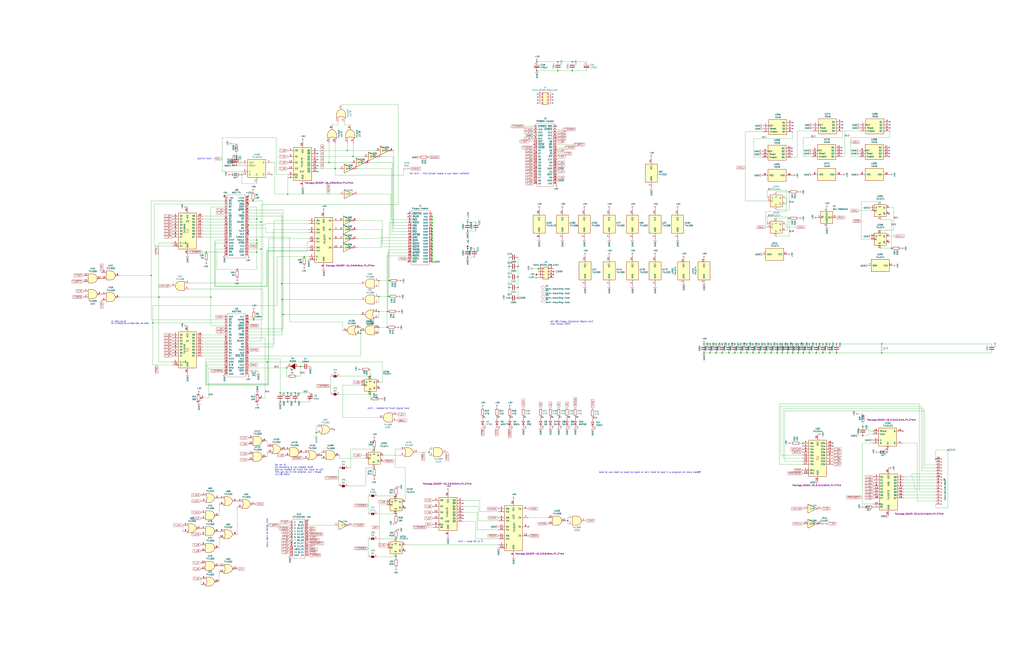
<source format=kicad_sch>
(kicad_sch (version 20211123) (generator eeschema)
  (paper "D")
  (lib_symbols
    (symbol "4xxx:4518" (pin_names (offset 1.016))
      (property "Reference" "U" (at -7.62 8.89 0))
      (property "Value" "4518" (at -7.62 -8.89 0))
      (symbol "4518_1_0"
        (pin input clock (at -12.7 0 0) (length 5.08) (name "CK") (number "1"))
        (pin input line (at -12.7 -5.08 0) (length 5.08) (name "Enable") (number "2"))
        (pin output line (at 12.7 2.54 180) (length 5.08) (name "Q1") (number "3"))
        (pin output line (at 12.7 0 180) (length 5.08) (name "Q2") (number "4"))
        (pin output line (at 12.7 -2.54 180) (length 5.08) (name "Q3") (number "5"))
        (pin output line (at 12.7 -5.08 180) (length 5.08) (name "Q4") (number "6"))
        (pin input line (at -12.7 -2.54 0) (length 5.08) (name "Reset") (number "7"))
      )
      (symbol "4518_2_0"
        (pin input line (at -12.7 -5.08 0) (length 5.08) (name "Enable") (number "10"))
        (pin output line (at 12.7 2.54 180) (length 5.08) (name "Q1") (number "11"))
        (pin output line (at 12.7 0 180) (length 5.08) (name "Q2") (number "12"))
        (pin output line (at 12.7 -2.54 180) (length 5.08) (name "Q3") (number "13"))
        (pin output line (at 12.7 -5.08 180) (length 5.08) (name "Q4") (number "14"))
        (pin input line (at -12.7 -2.54 0) (length 5.08) (name "Reset") (number "15"))
        (pin input clock (at -12.7 0 0) (length 5.08) (name "CK") (number "9"))
      )
      (symbol "4518_3_0"
        (pin power_in line (at 0 12.7 270) (length 5.08) (name "VDD") (number "16"))
        (pin power_in line (at 0 -12.7 90) (length 5.08) (name "VSS") (number "8"))
      )
    )
    (symbol "74xx:74LS00" (pin_names (offset 1.016))
      (property "Reference" "U" (at 0 1.27 0))
      (property "Value" "74LS00" (at 0 -1.27 0))
      (symbol "74LS00_1_1"
        (pin input line (at -7.62 2.54 0) (length 3.81) (name "~") (number "1"))
        (pin input line (at -7.62 -2.54 0) (length 3.81) (name "~") (number "2"))
        (pin output inverted (at 7.62 0 180) (length 3.81) (name "~") (number "3"))
      )
      (symbol "74LS00_1_2"
        (pin input inverted (at -7.62 2.54 0) (length 4.318) (name "~") (number "1"))
        (pin input inverted (at -7.62 -2.54 0) (length 4.318) (name "~") (number "2"))
        (pin output line (at 7.62 0 180) (length 3.81) (name "~") (number "3"))
      )
      (symbol "74LS00_2_1"
        (pin input line (at -7.62 2.54 0) (length 3.81) (name "~") (number "4"))
        (pin input line (at -7.62 -2.54 0) (length 3.81) (name "~") (number "5"))
        (pin output inverted (at 7.62 0 180) (length 3.81) (name "~") (number "6"))
      )
      (symbol "74LS00_2_2"
        (pin input inverted (at -7.62 2.54 0) (length 4.318) (name "~") (number "4"))
        (pin input inverted (at -7.62 -2.54 0) (length 4.318) (name "~") (number "5"))
        (pin output line (at 7.62 0 180) (length 3.81) (name "~") (number "6"))
      )
      (symbol "74LS00_3_1"
        (pin input line (at -7.62 -2.54 0) (length 3.81) (name "~") (number "10"))
        (pin output inverted (at 7.62 0 180) (length 3.81) (name "~") (number "8"))
        (pin input line (at -7.62 2.54 0) (length 3.81) (name "~") (number "9"))
      )
      (symbol "74LS00_3_2"
        (pin input inverted (at -7.62 -2.54 0) (length 4.318) (name "~") (number "10"))
        (pin output line (at 7.62 0 180) (length 3.81) (name "~") (number "8"))
        (pin input inverted (at -7.62 2.54 0) (length 4.318) (name "~") (number "9"))
      )
      (symbol "74LS00_4_1"
        (pin output inverted (at 7.62 0 180) (length 3.81) (name "~") (number "11"))
        (pin input line (at -7.62 2.54 0) (length 3.81) (name "~") (number "12"))
        (pin input line (at -7.62 -2.54 0) (length 3.81) (name "~") (number "13"))
      )
      (symbol "74LS00_4_2"
        (pin output line (at 7.62 0 180) (length 3.81) (name "~") (number "11"))
        (pin input inverted (at -7.62 2.54 0) (length 4.318) (name "~") (number "12"))
        (pin input inverted (at -7.62 -2.54 0) (length 4.318) (name "~") (number "13"))
      )
      (symbol "74LS00_5_0"
        (pin power_in line (at 0 12.7 270) (length 5.08) (name "VCC") (number "14"))
        (pin power_in line (at 0 -12.7 90) (length 5.08) (name "GND") (number "7"))
      )
    )
    (symbol "74xx:74LS02" (pin_names (offset 1.016))
      (property "Reference" "U" (at 0 1.27 0))
      (property "Value" "74LS02" (at 0 -1.27 0))
      (symbol "74LS02_1_1"
        (pin output inverted (at 7.62 0 180) (length 3.81) (name "~") (number "1"))
        (pin input line (at -7.62 2.54 0) (length 4.318) (name "~") (number "2"))
        (pin input line (at -7.62 -2.54 0) (length 4.318) (name "~") (number "3"))
      )
      (symbol "74LS02_1_2"
        (pin output line (at 7.62 0 180) (length 3.81) (name "~") (number "1"))
        (pin input inverted (at -7.62 2.54 0) (length 3.81) (name "~") (number "2"))
        (pin input inverted (at -7.62 -2.54 0) (length 3.81) (name "~") (number "3"))
      )
      (symbol "74LS02_2_1"
        (pin output inverted (at 7.62 0 180) (length 3.81) (name "~") (number "4"))
        (pin input line (at -7.62 2.54 0) (length 4.318) (name "~") (number "5"))
        (pin input line (at -7.62 -2.54 0) (length 4.318) (name "~") (number "6"))
      )
      (symbol "74LS02_2_2"
        (pin output line (at 7.62 0 180) (length 3.81) (name "~") (number "4"))
        (pin input inverted (at -7.62 2.54 0) (length 3.81) (name "~") (number "5"))
        (pin input inverted (at -7.62 -2.54 0) (length 3.81) (name "~") (number "6"))
      )
      (symbol "74LS02_3_1"
        (pin output inverted (at 7.62 0 180) (length 3.81) (name "~") (number "10"))
        (pin input line (at -7.62 2.54 0) (length 4.318) (name "~") (number "8"))
        (pin input line (at -7.62 -2.54 0) (length 4.318) (name "~") (number "9"))
      )
      (symbol "74LS02_3_2"
        (pin output line (at 7.62 0 180) (length 3.81) (name "~") (number "10"))
        (pin input inverted (at -7.62 2.54 0) (length 3.81) (name "~") (number "8"))
        (pin input inverted (at -7.62 -2.54 0) (length 3.81) (name "~") (number "9"))
      )
      (symbol "74LS02_4_1"
        (pin input line (at -7.62 2.54 0) (length 4.318) (name "~") (number "11"))
        (pin input line (at -7.62 -2.54 0) (length 4.318) (name "~") (number "12"))
        (pin output inverted (at 7.62 0 180) (length 3.81) (name "~") (number "13"))
      )
      (symbol "74LS02_4_2"
        (pin input inverted (at -7.62 2.54 0) (length 3.81) (name "~") (number "11"))
        (pin input inverted (at -7.62 -2.54 0) (length 3.81) (name "~") (number "12"))
        (pin output line (at 7.62 0 180) (length 3.81) (name "~") (number "13"))
      )
      (symbol "74LS02_5_0"
        (pin power_in line (at 0 12.7 270) (length 5.08) (name "VCC") (number "14"))
        (pin power_in line (at 0 -12.7 90) (length 5.08) (name "GND") (number "7"))
      )
    )
    (symbol "74xx:74LS06" (pin_names (offset 1.016))
      (property "Reference" "U" (at 0 1.27 0))
      (property "Value" "74LS06" (at 0 -1.27 0))
      (symbol "74LS06_1_0"
        (pin input line (at -7.62 0 0) (length 3.81) (name "~") (number "1"))
        (pin open_collector inverted (at 7.62 0 180) (length 3.81) (name "~") (number "2"))
      )
      (symbol "74LS06_2_0"
        (pin input line (at -7.62 0 0) (length 3.81) (name "~") (number "3"))
        (pin open_collector inverted (at 7.62 0 180) (length 3.81) (name "~") (number "4"))
      )
      (symbol "74LS06_3_0"
        (pin input line (at -7.62 0 0) (length 3.81) (name "~") (number "5"))
        (pin open_collector inverted (at 7.62 0 180) (length 3.81) (name "~") (number "6"))
      )
      (symbol "74LS06_4_0"
        (pin open_collector inverted (at 7.62 0 180) (length 3.81) (name "~") (number "8"))
        (pin input line (at -7.62 0 0) (length 3.81) (name "~") (number "9"))
      )
      (symbol "74LS06_5_0"
        (pin open_collector inverted (at 7.62 0 180) (length 3.81) (name "~") (number "10"))
        (pin input line (at -7.62 0 0) (length 3.81) (name "~") (number "11"))
      )
      (symbol "74LS06_6_0"
        (pin open_collector inverted (at 7.62 0 180) (length 3.81) (name "~") (number "12"))
        (pin input line (at -7.62 0 0) (length 3.81) (name "~") (number "13"))
      )
      (symbol "74LS06_7_0"
        (pin power_in line (at 0 12.7 270) (length 5.08) (name "VCC") (number "14"))
        (pin power_in line (at 0 -12.7 90) (length 5.08) (name "GND") (number "7"))
      )
    )
    (symbol "74xx:74LS08" (pin_names (offset 1.016))
      (property "Reference" "U" (at 0 1.27 0))
      (property "Value" "74LS08" (at 0 -1.27 0))
      (symbol "74LS08_1_1"
        (pin input line (at -7.62 2.54 0) (length 3.81) (name "~") (number "1"))
        (pin input line (at -7.62 -2.54 0) (length 3.81) (name "~") (number "2"))
        (pin output line (at 7.62 0 180) (length 3.81) (name "~") (number "3"))
      )
      (symbol "74LS08_1_2"
        (pin input inverted (at -7.62 2.54 0) (length 4.318) (name "~") (number "1"))
        (pin input inverted (at -7.62 -2.54 0) (length 4.318) (name "~") (number "2"))
        (pin output inverted (at 7.62 0 180) (length 3.81) (name "~") (number "3"))
      )
      (symbol "74LS08_2_1"
        (pin input line (at -7.62 2.54 0) (length 3.81) (name "~") (number "4"))
        (pin input line (at -7.62 -2.54 0) (length 3.81) (name "~") (number "5"))
        (pin output line (at 7.62 0 180) (length 3.81) (name "~") (number "6"))
      )
      (symbol "74LS08_2_2"
        (pin input inverted (at -7.62 2.54 0) (length 4.318) (name "~") (number "4"))
        (pin input inverted (at -7.62 -2.54 0) (length 4.318) (name "~") (number "5"))
        (pin output inverted (at 7.62 0 180) (length 3.81) (name "~") (number "6"))
      )
      (symbol "74LS08_3_1"
        (pin input line (at -7.62 -2.54 0) (length 3.81) (name "~") (number "10"))
        (pin output line (at 7.62 0 180) (length 3.81) (name "~") (number "8"))
        (pin input line (at -7.62 2.54 0) (length 3.81) (name "~") (number "9"))
      )
      (symbol "74LS08_3_2"
        (pin input inverted (at -7.62 -2.54 0) (length 4.318) (name "~") (number "10"))
        (pin output inverted (at 7.62 0 180) (length 3.81) (name "~") (number "8"))
        (pin input inverted (at -7.62 2.54 0) (length 4.318) (name "~") (number "9"))
      )
      (symbol "74LS08_4_1"
        (pin output line (at 7.62 0 180) (length 3.81) (name "~") (number "11"))
        (pin input line (at -7.62 2.54 0) (length 3.81) (name "~") (number "12"))
        (pin input line (at -7.62 -2.54 0) (length 3.81) (name "~") (number "13"))
      )
      (symbol "74LS08_4_2"
        (pin output inverted (at 7.62 0 180) (length 3.81) (name "~") (number "11"))
        (pin input inverted (at -7.62 2.54 0) (length 4.318) (name "~") (number "12"))
        (pin input inverted (at -7.62 -2.54 0) (length 4.318) (name "~") (number "13"))
      )
      (symbol "74LS08_5_0"
        (pin power_in line (at 0 12.7 270) (length 5.08) (name "VCC") (number "14"))
        (pin power_in line (at 0 -12.7 90) (length 5.08) (name "GND") (number "7"))
      )
    )
    (symbol "74xx:74LS157" (pin_names (offset 1.016))
      (property "Reference" "U" (at -7.62 19.05 0))
      (property "Value" "74LS157" (at -7.62 -21.59 0))
      (symbol "74LS157_1_0"
        (pin input line (at -12.7 -15.24 0) (length 5.08) (name "S") (number "1"))
        (pin input line (at -12.7 -2.54 0) (length 5.08) (name "I1c") (number "10"))
        (pin input line (at -12.7 0 0) (length 5.08) (name "I0c") (number "11"))
        (pin output line (at 12.7 -7.62 180) (length 5.08) (name "Zd") (number "12"))
        (pin input line (at -12.7 -10.16 0) (length 5.08) (name "I1d") (number "13"))
        (pin input line (at -12.7 -7.62 0) (length 5.08) (name "I0d") (number "14"))
        (pin input inverted (at -12.7 -17.78 0) (length 5.08) (name "E") (number "15"))
        (pin power_in line (at 0 22.86 270) (length 5.08) (name "VCC") (number "16"))
        (pin input line (at -12.7 15.24 0) (length 5.08) (name "I0a") (number "2"))
        (pin input line (at -12.7 12.7 0) (length 5.08) (name "I1a") (number "3"))
        (pin output line (at 12.7 15.24 180) (length 5.08) (name "Za") (number "4"))
        (pin input line (at -12.7 7.62 0) (length 5.08) (name "I0b") (number "5"))
        (pin input line (at -12.7 5.08 0) (length 5.08) (name "I1b") (number "6"))
        (pin output line (at 12.7 7.62 180) (length 5.08) (name "Zb") (number "7"))
        (pin power_in line (at 0 -25.4 90) (length 5.08) (name "GND") (number "8"))
        (pin output line (at 12.7 0 180) (length 5.08) (name "Zc") (number "9"))
      )
    )
    (symbol "74xx:74LS175" (pin_names (offset 1.016))
      (property "Reference" "U" (at -7.62 13.97 0))
      (property "Value" "74LS175" (at -7.62 -16.51 0))
      (symbol "74LS175_1_0"
        (pin input line (at -12.7 -12.7 0) (length 5.08) (name "~{Mr}") (number "1"))
        (pin output line (at 12.7 0 180) (length 5.08) (name "Q2") (number "10"))
        (pin output line (at 12.7 -2.54 180) (length 5.08) (name "~{Q2}") (number "11"))
        (pin input line (at -12.7 0 0) (length 5.08) (name "D2") (number "12"))
        (pin input line (at -12.7 -5.08 0) (length 5.08) (name "D3") (number "13"))
        (pin output line (at 12.7 -7.62 180) (length 5.08) (name "~{Q3}") (number "14"))
        (pin output line (at 12.7 -5.08 180) (length 5.08) (name "Q3") (number "15"))
        (pin power_in line (at 0 17.78 270) (length 5.08) (name "VCC") (number "16"))
        (pin output line (at 12.7 10.16 180) (length 5.08) (name "Q0") (number "2"))
        (pin output line (at 12.7 7.62 180) (length 5.08) (name "~{Q0}") (number "3"))
        (pin input line (at -12.7 10.16 0) (length 5.08) (name "D0") (number "4"))
        (pin input line (at -12.7 5.08 0) (length 5.08) (name "D1") (number "5"))
        (pin output line (at 12.7 2.54 180) (length 5.08) (name "~{Q1}") (number "6"))
        (pin output line (at 12.7 5.08 180) (length 5.08) (name "Q1") (number "7"))
        (pin power_in line (at 0 -20.32 90) (length 5.08) (name "GND") (number "8"))
        (pin input clock (at -12.7 -10.16 0) (length 5.08) (name "Cp") (number "9"))
      )
    )
    (symbol "74xx:74LS244" (pin_names (offset 1.016))
      (property "Reference" "U" (at -7.62 16.51 0))
      (property "Value" "74LS244" (at -7.62 -16.51 0))
      (symbol "74LS244_1_0"
        (pin input inverted (at -12.7 -10.16 0) (length 5.08) (name "OEa") (number "1"))
        (pin power_in line (at 0 -20.32 90) (length 5.08) (name "GND") (number "10"))
        (pin input line (at -12.7 2.54 0) (length 5.08) (name "I0b") (number "11"))
        (pin tri_state line (at 12.7 5.08 180) (length 5.08) (name "O3a") (number "12"))
        (pin input line (at -12.7 0 0) (length 5.08) (name "I1b") (number "13"))
        (pin tri_state line (at 12.7 7.62 180) (length 5.08) (name "O2a") (number "14"))
        (pin input line (at -12.7 -2.54 0) (length 5.08) (name "I2b") (number "15"))
        (pin tri_state line (at 12.7 10.16 180) (length 5.08) (name "O1a") (number "16"))
        (pin input line (at -12.7 -5.08 0) (length 5.08) (name "I3b") (number "17"))
        (pin tri_state line (at 12.7 12.7 180) (length 5.08) (name "O0a") (number "18"))
        (pin input inverted (at -12.7 -12.7 0) (length 5.08) (name "OEb") (number "19"))
        (pin input line (at -12.7 12.7 0) (length 5.08) (name "I0a") (number "2"))
        (pin power_in line (at 0 20.32 270) (length 5.08) (name "VCC") (number "20"))
        (pin tri_state line (at 12.7 -5.08 180) (length 5.08) (name "O3b") (number "3"))
        (pin input line (at -12.7 10.16 0) (length 5.08) (name "I1a") (number "4"))
        (pin tri_state line (at 12.7 -2.54 180) (length 5.08) (name "O2b") (number "5"))
        (pin input line (at -12.7 7.62 0) (length 5.08) (name "I2a") (number "6"))
        (pin tri_state line (at 12.7 0 180) (length 5.08) (name "O1b") (number "7"))
        (pin input line (at -12.7 5.08 0) (length 5.08) (name "I3a") (number "8"))
        (pin tri_state line (at 12.7 2.54 180) (length 5.08) (name "O0b") (number "9"))
      )
    )
    (symbol "74xx:74LS245" (pin_names (offset 1.016))
      (property "Reference" "U" (at -7.62 16.51 0))
      (property "Value" "74LS245" (at -7.62 -16.51 0))
      (symbol "74LS245_1_0"
        (pin input line (at -12.7 -10.16 0) (length 5.08) (name "A->B") (number "1"))
        (pin power_in line (at 0 -20.32 90) (length 5.08) (name "GND") (number "10"))
        (pin tri_state line (at 12.7 -5.08 180) (length 5.08) (name "B7") (number "11"))
        (pin tri_state line (at 12.7 -2.54 180) (length 5.08) (name "B6") (number "12"))
        (pin tri_state line (at 12.7 0 180) (length 5.08) (name "B5") (number "13"))
        (pin tri_state line (at 12.7 2.54 180) (length 5.08) (name "B4") (number "14"))
        (pin tri_state line (at 12.7 5.08 180) (length 5.08) (name "B3") (number "15"))
        (pin tri_state line (at 12.7 7.62 180) (length 5.08) (name "B2") (number "16"))
        (pin tri_state line (at 12.7 10.16 180) (length 5.08) (name "B1") (number "17"))
        (pin tri_state line (at 12.7 12.7 180) (length 5.08) (name "B0") (number "18"))
        (pin input inverted (at -12.7 -12.7 0) (length 5.08) (name "CE") (number "19"))
        (pin tri_state line (at -12.7 12.7 0) (length 5.08) (name "A0") (number "2"))
        (pin power_in line (at 0 20.32 270) (length 5.08) (name "VCC") (number "20"))
        (pin tri_state line (at -12.7 10.16 0) (length 5.08) (name "A1") (number "3"))
        (pin tri_state line (at -12.7 7.62 0) (length 5.08) (name "A2") (number "4"))
        (pin tri_state line (at -12.7 5.08 0) (length 5.08) (name "A3") (number "5"))
        (pin tri_state line (at -12.7 2.54 0) (length 5.08) (name "A4") (number "6"))
        (pin tri_state line (at -12.7 0 0) (length 5.08) (name "A5") (number "7"))
        (pin tri_state line (at -12.7 -2.54 0) (length 5.08) (name "A6") (number "8"))
        (pin tri_state line (at -12.7 -5.08 0) (length 5.08) (name "A7") (number "9"))
      )
    )
    (symbol "74xx:74LS273"
      (property "Reference" "U" (at -7.62 16.51 0))
      (property "Value" "74LS273" (at -7.62 -16.51 0))
      (symbol "74LS273_1_0"
        (pin input line (at -12.7 -12.7 0) (length 5.08) (name "~{Mr}") (number "1"))
        (pin power_in line (at 0 -20.32 90) (length 5.08) (name "GND") (number "10"))
        (pin input clock (at -12.7 -10.16 0) (length 5.08) (name "Cp") (number "11"))
        (pin output line (at 12.7 2.54 180) (length 5.08) (name "Q4") (number "12"))
        (pin input line (at -12.7 2.54 0) (length 5.08) (name "D4") (number "13"))
        (pin input line (at -12.7 0 0) (length 5.08) (name "D5") (number "14"))
        (pin output line (at 12.7 0 180) (length 5.08) (name "Q5") (number "15"))
        (pin output line (at 12.7 -2.54 180) (length 5.08) (name "Q6") (number "16"))
        (pin input line (at -12.7 -2.54 0) (length 5.08) (name "D6") (number "17"))
        (pin input line (at -12.7 -5.08 0) (length 5.08) (name "D7") (number "18"))
        (pin output line (at 12.7 -5.08 180) (length 5.08) (name "Q7") (number "19"))
        (pin output line (at 12.7 12.7 180) (length 5.08) (name "Q0") (number "2"))
        (pin power_in line (at 0 20.32 270) (length 5.08) (name "VCC") (number "20"))
        (pin input line (at -12.7 12.7 0) (length 5.08) (name "D0") (number "3"))
        (pin input line (at -12.7 10.16 0) (length 5.08) (name "D1") (number "4"))
        (pin output line (at 12.7 10.16 180) (length 5.08) (name "Q1") (number "5"))
        (pin output line (at 12.7 7.62 180) (length 5.08) (name "Q2") (number "6"))
        (pin input line (at -12.7 7.62 0) (length 5.08) (name "D2") (number "7"))
        (pin input line (at -12.7 5.08 0) (length 5.08) (name "D3") (number "8"))
        (pin output line (at 12.7 5.08 180) (length 5.08) (name "Q3") (number "9"))
      )
    )
    (symbol "74xx:74LS32" (pin_names (offset 1.016))
      (property "Reference" "U" (at 0 1.27 0))
      (property "Value" "74LS32" (at 0 -1.27 0))
      (symbol "74LS32_1_1"
        (pin input line (at -7.62 2.54 0) (length 4.318) (name "~") (number "1"))
        (pin input line (at -7.62 -2.54 0) (length 4.318) (name "~") (number "2"))
        (pin output line (at 7.62 0 180) (length 3.81) (name "~") (number "3"))
      )
      (symbol "74LS32_1_2"
        (pin input inverted (at -7.62 2.54 0) (length 3.81) (name "~") (number "1"))
        (pin input inverted (at -7.62 -2.54 0) (length 3.81) (name "~") (number "2"))
        (pin output inverted (at 7.62 0 180) (length 3.81) (name "~") (number "3"))
      )
      (symbol "74LS32_2_1"
        (pin input line (at -7.62 2.54 0) (length 4.318) (name "~") (number "4"))
        (pin input line (at -7.62 -2.54 0) (length 4.318) (name "~") (number "5"))
        (pin output line (at 7.62 0 180) (length 3.81) (name "~") (number "6"))
      )
      (symbol "74LS32_2_2"
        (pin input inverted (at -7.62 2.54 0) (length 3.81) (name "~") (number "4"))
        (pin input inverted (at -7.62 -2.54 0) (length 3.81) (name "~") (number "5"))
        (pin output inverted (at 7.62 0 180) (length 3.81) (name "~") (number "6"))
      )
      (symbol "74LS32_3_1"
        (pin input line (at -7.62 -2.54 0) (length 4.318) (name "~") (number "10"))
        (pin output line (at 7.62 0 180) (length 3.81) (name "~") (number "8"))
        (pin input line (at -7.62 2.54 0) (length 4.318) (name "~") (number "9"))
      )
      (symbol "74LS32_3_2"
        (pin input inverted (at -7.62 -2.54 0) (length 3.81) (name "~") (number "10"))
        (pin output inverted (at 7.62 0 180) (length 3.81) (name "~") (number "8"))
        (pin input inverted (at -7.62 2.54 0) (length 3.81) (name "~") (number "9"))
      )
      (symbol "74LS32_4_1"
        (pin output line (at 7.62 0 180) (length 3.81) (name "~") (number "11"))
        (pin input line (at -7.62 2.54 0) (length 4.318) (name "~") (number "12"))
        (pin input line (at -7.62 -2.54 0) (length 4.318) (name "~") (number "13"))
      )
      (symbol "74LS32_4_2"
        (pin output inverted (at 7.62 0 180) (length 3.81) (name "~") (number "11"))
        (pin input inverted (at -7.62 2.54 0) (length 3.81) (name "~") (number "12"))
        (pin input inverted (at -7.62 -2.54 0) (length 3.81) (name "~") (number "13"))
      )
      (symbol "74LS32_5_0"
        (pin power_in line (at 0 12.7 270) (length 5.08) (name "VCC") (number "14"))
        (pin power_in line (at 0 -12.7 90) (length 5.08) (name "GND") (number "7"))
      )
    )
    (symbol "74xx:74LS74" (pin_names (offset 1.016))
      (property "Reference" "U" (at -7.62 8.89 0))
      (property "Value" "74LS74" (at -7.62 -8.89 0))
      (symbol "74LS74_1_0"
        (pin input line (at 0 -7.62 90) (length 2.54) (name "~{R}") (number "1"))
        (pin input line (at -7.62 2.54 0) (length 2.54) (name "D") (number "2"))
        (pin input clock (at -7.62 0 0) (length 2.54) (name "C") (number "3"))
        (pin input line (at 0 7.62 270) (length 2.54) (name "~{S}") (number "4"))
        (pin output line (at 7.62 2.54 180) (length 2.54) (name "Q") (number "5"))
        (pin output line (at 7.62 -2.54 180) (length 2.54) (name "~{Q}") (number "6"))
      )
      (symbol "74LS74_2_0"
        (pin input line (at 0 7.62 270) (length 2.54) (name "~{S}") (number "10"))
        (pin input clock (at -7.62 0 0) (length 2.54) (name "C") (number "11"))
        (pin input line (at -7.62 2.54 0) (length 2.54) (name "D") (number "12"))
        (pin input line (at 0 -7.62 90) (length 2.54) (name "~{R}") (number "13"))
        (pin output line (at 7.62 -2.54 180) (length 2.54) (name "~{Q}") (number "8"))
        (pin output line (at 7.62 2.54 180) (length 2.54) (name "Q") (number "9"))
      )
      (symbol "74LS74_3_0"
        (pin power_in line (at 0 10.16 270) (length 2.54) (name "VCC") (number "14"))
        (pin power_in line (at 0 -10.16 90) (length 2.54) (name "GND") (number "7"))
      )
    )
    (symbol "Connector:Conn_01x16_Male" (pin_names (offset 1.016) hide)
      (property "Reference" "J" (at 0 20.32 0))
      (property "Value" "Conn_01x16_Male" (at 0 -22.86 0))
      (symbol "Conn_01x16_Male_1_1"
        (pin passive line (at 5.08 17.78 180) (length 3.81) (name "Pin_1") (number "1"))
        (pin passive line (at 5.08 -5.08 180) (length 3.81) (name "Pin_10") (number "10"))
        (pin passive line (at 5.08 -7.62 180) (length 3.81) (name "Pin_11") (number "11"))
        (pin passive line (at 5.08 -10.16 180) (length 3.81) (name "Pin_12") (number "12"))
        (pin passive line (at 5.08 -12.7 180) (length 3.81) (name "Pin_13") (number "13"))
        (pin passive line (at 5.08 -15.24 180) (length 3.81) (name "Pin_14") (number "14"))
        (pin passive line (at 5.08 -17.78 180) (length 3.81) (name "Pin_15") (number "15"))
        (pin passive line (at 5.08 -20.32 180) (length 3.81) (name "Pin_16") (number "16"))
        (pin passive line (at 5.08 15.24 180) (length 3.81) (name "Pin_2") (number "2"))
        (pin passive line (at 5.08 12.7 180) (length 3.81) (name "Pin_3") (number "3"))
        (pin passive line (at 5.08 10.16 180) (length 3.81) (name "Pin_4") (number "4"))
        (pin passive line (at 5.08 7.62 180) (length 3.81) (name "Pin_5") (number "5"))
        (pin passive line (at 5.08 5.08 180) (length 3.81) (name "Pin_6") (number "6"))
        (pin passive line (at 5.08 2.54 180) (length 3.81) (name "Pin_7") (number "7"))
        (pin passive line (at 5.08 0 180) (length 3.81) (name "Pin_8") (number "8"))
        (pin passive line (at 5.08 -2.54 180) (length 3.81) (name "Pin_9") (number "9"))
      )
    )
    (symbol "Connector_Generic:Conn_02x04_Odd_Even" (pin_names (offset 1.016) hide)
      (property "Reference" "J" (at 1.27 5.08 0))
      (property "Value" "Conn_02x04_Odd_Even" (at 1.27 -7.62 0))
      (symbol "Conn_02x04_Odd_Even_1_1"
        (pin passive line (at -5.08 2.54 0) (length 3.81) (name "Pin_1") (number "1"))
        (pin passive line (at 7.62 2.54 180) (length 3.81) (name "Pin_2") (number "2"))
        (pin passive line (at -5.08 0 0) (length 3.81) (name "Pin_3") (number "3"))
        (pin passive line (at 7.62 0 180) (length 3.81) (name "Pin_4") (number "4"))
        (pin passive line (at -5.08 -2.54 0) (length 3.81) (name "Pin_5") (number "5"))
        (pin passive line (at 7.62 -2.54 180) (length 3.81) (name "Pin_6") (number "6"))
        (pin passive line (at -5.08 -5.08 0) (length 3.81) (name "Pin_7") (number "7"))
        (pin passive line (at 7.62 -5.08 180) (length 3.81) (name "Pin_8") (number "8"))
      )
    )
    (symbol "Device:C" (pin_numbers hide) (pin_names (offset 0.254))
      (property "Reference" "C" (at 0.635 2.54 0))
      (property "Value" "C" (at 0.635 -2.54 0))
      (symbol "C_1_1"
        (pin passive line (at 0 3.81 270) (length 2.794) (name "~") (number "1"))
        (pin passive line (at 0 -3.81 90) (length 2.794) (name "~") (number "2"))
      )
    )
    (symbol "Device:LED" (pin_numbers hide) (pin_names (offset 1.016) hide)
      (property "Reference" "D" (at 0 2.54 0))
      (property "Value" "LED" (at 0 -2.54 0))
      (symbol "LED_1_1"
        (pin passive line (at -3.81 0 0) (length 2.54) (name "K") (number "1"))
        (pin passive line (at 3.81 0 180) (length 2.54) (name "A") (number "2"))
      )
    )
    (symbol "Device:R" (pin_numbers hide) (pin_names (offset 0))
      (property "Reference" "R" (at 2.032 0 90))
      (property "Value" "R" (at 0 0 90))
      (symbol "R_1_1"
        (pin passive line (at 0 3.81 270) (length 1.27) (name "~") (number "1"))
        (pin passive line (at 0 -3.81 90) (length 1.27) (name "~") (number "2"))
      )
    )
    (symbol "Jumper:SolderJumper_2_Bridged" (pin_names (offset 0) hide)
      (property "Reference" "JP" (at 0 2.032 0))
      (property "Value" "SolderJumper_2_Bridged" (at 0 -2.54 0))
      (symbol "SolderJumper_2_Bridged_1_1"
        (pin passive line (at -3.81 0 0) (length 2.54) (name "A") (number "1"))
        (pin passive line (at 3.81 0 180) (length 2.54) (name "B") (number "2"))
      )
    )
    (symbol "Jumper:SolderJumper_2_Open" (pin_names (offset 0) hide)
      (property "Reference" "JP" (at 0 2.032 0))
      (property "Value" "SolderJumper_2_Open" (at 0 -2.54 0))
      (symbol "SolderJumper_2_Open_1_1"
        (pin passive line (at -3.81 0 0) (length 2.54) (name "A") (number "1"))
        (pin passive line (at 3.81 0 180) (length 2.54) (name "B") (number "2"))
      )
    )
    (symbol "Oscillator:SG-7050CAN" (pin_names (offset 0.254))
      (property "Reference" "X" (at -5.08 6.35 0))
      (property "Value" "SG-7050CAN" (at 1.27 -6.35 0))
      (symbol "SG-7050CAN_1_1"
        (pin input line (at -7.62 0 0) (length 2.54) (name "~{ST}") (number "1"))
        (pin power_in line (at 0 -7.62 90) (length 2.54) (name "GND") (number "2"))
        (pin output line (at 7.62 0 180) (length 2.54) (name "OUT") (number "3"))
        (pin power_in line (at 0 7.62 270) (length 2.54) (name "VCC") (number "4"))
      )
    )
    (symbol "main-rescue:74LS123-74xx" (pin_names (offset 1.016))
      (property "Reference" "U" (at -7.62 8.89 0))
      (property "Value" "74LS123-74xx" (at -7.62 -8.89 0))
      (symbol "74LS123-74xx_1_0"
        (pin input inverted (at -12.7 -2.54 0) (length 5.08) (name "A") (number "1"))
        (pin output line (at 12.7 5.08 180) (length 5.08) (name "Q") (number "13"))
        (pin input line (at -12.7 2.54 0) (length 5.08) (name "Cext") (number "14"))
        (pin input line (at -12.7 5.08 0) (length 5.08) (name "RCext") (number "15"))
        (pin input line (at -12.7 -5.08 0) (length 5.08) (name "B") (number "2"))
        (pin input inverted (at 0 -12.7 90) (length 5.08) (name "Clr") (number "3"))
        (pin output line (at 12.7 -5.08 180) (length 5.08) (name "~{Q}") (number "4"))
      )
      (symbol "74LS123-74xx_2_0"
        (pin input line (at -12.7 -5.08 0) (length 5.08) (name "B") (number "10"))
        (pin input inverted (at 0 -12.7 90) (length 5.08) (name "Clr") (number "11"))
        (pin output line (at 12.7 -5.08 180) (length 5.08) (name "~{Q}") (number "12"))
        (pin output line (at 12.7 5.08 180) (length 5.08) (name "Q") (number "5"))
        (pin input line (at -12.7 5.08 0) (length 5.08) (name "Cext") (number "6"))
        (pin input line (at -12.7 2.54 0) (length 5.08) (name "RCext") (number "7"))
        (pin input inverted (at -12.7 -2.54 0) (length 5.08) (name "A") (number "9"))
      )
      (symbol "74LS123-74xx_3_0"
        (pin power_in line (at 0 12.7 270) (length 5.08) (name "VCC") (number "16"))
        (pin power_in line (at 0 -12.7 90) (length 5.08) (name "GND") (number "8"))
      )
    )
    (symbol "main-rescue:CP-Device" (pin_numbers hide) (pin_names (offset 0.254))
      (property "Reference" "C" (at 0.635 2.54 0))
      (property "Value" "CP-Device" (at 0.635 -2.54 0))
      (symbol "CP-Device_1_1"
        (pin passive line (at 0 3.81 270) (length 2.794) (name "~") (number "1"))
        (pin passive line (at 0 -3.81 90) (length 2.794) (name "~") (number "2"))
      )
    )
    (symbol "main-rescue:CTRIM-Device" (pin_numbers hide) (pin_names (offset 0.254) hide)
      (property "Reference" "C" (at 1.524 -2.032 0))
      (property "Value" "CTRIM-Device" (at 3.048 -3.556 0))
      (symbol "CTRIM-Device_1_1"
        (pin passive line (at 0 3.81 270) (length 3.048) (name "~") (number "1"))
        (pin passive line (at 0 -3.81 90) (length 3.048) (name "~") (number "2"))
      )
    )
    (symbol "main-rescue:Jumper_NO_Small-Device" (pin_numbers hide) (pin_names (offset 0.762) hide)
      (property "Reference" "JP" (at 0 2.032 0))
      (property "Value" "Jumper_NO_Small-Device" (at 0.254 -1.524 0))
      (symbol "Jumper_NO_Small-Device_0_1"
        (pin passive line (at -2.54 0 0) (length 1.016) (name "1") (number "1"))
        (pin passive line (at 2.54 0 180) (length 1.016) (name "2") (number "2"))
      )
    )
    (symbol "main-rescue:R_POT-Device" (pin_names (offset 1.016) hide)
      (property "Reference" "RV" (at -4.445 0 90))
      (property "Value" "R_POT-Device" (at -2.54 0 90))
      (symbol "R_POT-Device_1_1"
        (pin passive line (at 0 3.81 270) (length 1.27) (name "1") (number "1"))
        (pin passive line (at 3.81 0 180) (length 1.27) (name "2") (number "2"))
        (pin passive line (at 0 -3.81 90) (length 1.27) (name "3") (number "3"))
      )
    )
    (symbol "power:+12V" (power) (pin_names (offset 0))
      (property "Value" "+12V" (at 0 3.556 0))
      (symbol "+12V_1_1"
        (pin power_in line (at 0 0 90) (length 0) hide (name "+12V") (number "1"))
      )
    )
    (symbol "power:+5V" (power) (pin_names (offset 0))
      (property "Value" "+5V" (at 0 3.556 0))
      (symbol "+5V_1_1"
        (pin power_in line (at 0 0 90) (length 0) hide (name "+5V") (number "1"))
      )
    )
    (symbol "power:-5V" (power) (pin_names (offset 0))
      (property "Value" "-5V" (at 0 3.81 0))
      (symbol "-5V_0_0"
        (pin power_in line (at 0 0 90) (length 0) hide (name "-5V") (number "1"))
      )
    )
    (symbol "power:GND" (power) (pin_names (offset 0))
      (property "Value" "GND" (at 0 -3.81 0))
      (symbol "GND_1_1"
        (pin power_in line (at 0 0 270) (length 0) hide (name "GND") (number "1"))
      )
    )
    (symbol "pspice:DIODE" (pin_names (offset 1.016) hide)
      (property "Reference" "D" (at 0 3.81 0))
      (property "Value" "DIODE" (at 0 -4.445 0))
      (symbol "DIODE_1_1"
        (pin input line (at -5.08 0 0) (length 3.81) (name "K") (number "1"))
        (pin input line (at 5.08 0 180) (length 3.81) (name "A") (number "2"))
      )
    )
    (symbol "wilson-z80:3mm-mounting-hole" (pin_names (offset 1.016))
      (property "Reference" "M" (at 0 2.54 0))
      (property "Value" "3mm-mounting-hole" (at 0 -2.54 0))
    )
    (symbol "wilson-z80:ATF22V10C" (pin_names (offset 1.016))
      (property "Reference" "U" (at -1.27 7.62 90))
      (property "Value" "ATF22V10C" (at 0 11.43 0))
      (symbol "ATF22V10C_1_1"
        (pin input line (at -7.62 7.62 0) (length 2.54) (name "1") (number "1"))
        (pin input line (at -7.62 -15.24 0) (length 2.54) (name "10") (number "10"))
        (pin input line (at -7.62 -17.78 0) (length 2.54) (name "11") (number "11"))
        (pin power_in line (at -7.62 -20.32 0) (length 2.54) (name "GND") (number "12"))
        (pin input line (at 7.62 -20.32 180) (length 2.54) (name "13") (number "13"))
        (pin bidirectional line (at 7.62 -17.78 180) (length 2.54) (name "8_14") (number "14"))
        (pin bidirectional line (at 7.62 -15.24 180) (length 2.54) (name "10_15") (number "15"))
        (pin bidirectional line (at 7.62 -12.7 180) (length 2.54) (name "12_16") (number "16"))
        (pin bidirectional line (at 7.62 -10.16 180) (length 2.54) (name "14_17") (number "17"))
        (pin bidirectional line (at 7.62 -7.62 180) (length 2.54) (name "16_18") (number "18"))
        (pin bidirectional line (at 7.62 -5.08 180) (length 2.54) (name "16_19") (number "19"))
        (pin input line (at -7.62 5.08 0) (length 2.54) (name "2") (number "2"))
        (pin bidirectional line (at 7.62 -2.54 180) (length 2.54) (name "14_20") (number "20"))
        (pin bidirectional line (at 7.62 0 180) (length 2.54) (name "12_21") (number "21"))
        (pin bidirectional line (at 7.62 2.54 180) (length 2.54) (name "10_22") (number "22"))
        (pin bidirectional line (at 7.62 5.08 180) (length 2.54) (name "8_23") (number "23"))
        (pin power_in line (at 7.62 7.62 180) (length 2.54) (name "VCC") (number "24"))
        (pin input line (at -7.62 2.54 0) (length 2.54) (name "3") (number "3"))
        (pin input line (at -7.62 0 0) (length 2.54) (name "4") (number "4"))
        (pin input line (at -7.62 -2.54 0) (length 2.54) (name "5") (number "5"))
        (pin input line (at -7.62 -5.08 0) (length 2.54) (name "6") (number "6"))
        (pin input line (at -7.62 -7.62 0) (length 2.54) (name "7") (number "7"))
        (pin input line (at -7.62 -10.16 0) (length 2.54) (name "8") (number "8"))
        (pin input line (at -7.62 -12.7 0) (length 2.54) (name "9") (number "9"))
      )
    )
    (symbol "wilson-z80:Floppy-header" (pin_names (offset 1.016))
      (property "Reference" "J" (at 0 25.4 0))
      (property "Value" "Floppy-header" (at 0 22.86 0))
      (symbol "Floppy-header_1_1"
        (pin passive line (at 10.16 17.78 180) (length 2.54) (name "GND") (number "1"))
        (pin passive line (at -10.16 7.62 0) (length 2.54) (name "~{DS0}") (number "10"))
        (pin passive line (at 10.16 5.08 180) (length 2.54) (name "GND") (number "11"))
        (pin passive line (at -10.16 5.08 0) (length 2.54) (name "~{DS1}") (number "12"))
        (pin passive line (at 10.16 2.54 180) (length 2.54) (name "GND") (number "13"))
        (pin passive line (at -10.16 2.54 0) (length 2.54) (name "~{DS2}") (number "14"))
        (pin passive line (at 10.16 0 180) (length 2.54) (name "GND") (number "15"))
        (pin passive line (at -10.16 0 0) (length 2.54) (name "~{MOTOR}") (number "16"))
        (pin passive line (at 10.16 -2.54 180) (length 2.54) (name "GND") (number "17"))
        (pin passive line (at -10.16 -2.54 0) (length 2.54) (name "~{DIRC}") (number "18"))
        (pin passive line (at 10.16 -5.08 180) (length 2.54) (name "GND") (number "19"))
        (pin passive line (at -10.16 17.78 0) (length 2.54) (name "~{DSKCHG}") (number "2"))
        (pin passive line (at -10.16 -5.08 0) (length 2.54) (name "~{STEP}") (number "20"))
        (pin passive line (at 10.16 -7.62 180) (length 2.54) (name "GND") (number "21"))
        (pin passive line (at -10.16 -7.62 0) (length 2.54) (name "~{WDATA}") (number "22"))
        (pin passive line (at 10.16 -10.16 180) (length 2.54) (name "GND") (number "23"))
        (pin passive line (at -10.16 -10.16 0) (length 2.54) (name "~{WGATE}") (number "24"))
        (pin passive line (at 10.16 -12.7 180) (length 2.54) (name "GND") (number "25"))
        (pin passive line (at -10.16 -12.7 0) (length 2.54) (name "~{TRK00}") (number "26"))
        (pin passive line (at 10.16 -15.24 180) (length 2.54) (name "GND") (number "27"))
        (pin passive line (at -10.16 -15.24 0) (length 2.54) (name "~{WPROT}") (number "28"))
        (pin passive line (at 10.16 -17.78 180) (length 2.54) (name "GND") (number "29"))
        (pin passive line (at 10.16 15.24 180) (length 2.54) (name "Key") (number "3"))
        (pin passive line (at -10.16 -17.78 0) (length 2.54) (name "~{RDATA}") (number "30"))
        (pin passive line (at 10.16 -20.32 180) (length 2.54) (name "GND") (number "31"))
        (pin passive line (at -10.16 -20.32 0) (length 2.54) (name "~{SIDE1}") (number "32"))
        (pin passive line (at 10.16 -22.86 180) (length 2.54) (name "GND") (number "33"))
        (pin passive line (at -10.16 -22.86 0) (length 2.54) (name "~{RDY}") (number "34"))
        (pin passive line (at -10.16 15.24 0) (length 2.54) (name "~{INUSE}") (number "4"))
        (pin passive line (at 10.16 12.7 180) (length 2.54) (name "GND") (number "5"))
        (pin passive line (at -10.16 12.7 0) (length 2.54) (name "~{DS3}") (number "6"))
        (pin passive line (at 10.16 10.16 180) (length 2.54) (name "GND") (number "7"))
        (pin passive line (at -10.16 10.16 0) (length 2.54) (name "~{INDEX}") (number "8"))
        (pin passive line (at 10.16 7.62 180) (length 2.54) (name "GND") (number "9"))
      )
    )
    (symbol "wilson-z80:TRS80W-header" (pin_names (offset 1.016))
      (property "Reference" "J" (at 0 -22.86 90))
      (property "Value" "TRS80W-header" (at 0 -6.35 90))
      (symbol "TRS80W-header_1_1"
        (pin passive line (at -8.89 22.86 0) (length 2.54) (name "~{SYSRES}") (number "1"))
        (pin passive line (at 10.16 12.7 180) (length 2.54) (name "A11") (number "10"))
        (pin passive line (at -8.89 10.16 0) (length 2.54) (name "~{OUT}") (number "11"))
        (pin passive line (at 10.16 10.16 180) (length 2.54) (name "A8") (number "12"))
        (pin passive line (at -8.89 7.62 0) (length 2.54) (name "~{INTAK}") (number "13"))
        (pin passive line (at 10.16 7.62 180) (length 2.54) (name "~{WR}") (number "14"))
        (pin passive line (at -8.89 5.08 0) (length 2.54) (name "~{INUSE}") (number "15"))
        (pin passive line (at 10.16 5.08 180) (length 2.54) (name "~{RD}") (number "16"))
        (pin passive line (at -8.89 2.54 0) (length 2.54) (name "D4") (number "17"))
        (pin passive line (at 10.16 2.54 180) (length 2.54) (name "A9") (number "18"))
        (pin passive line (at -8.89 0 0) (length 2.54) (name "D7") (number "19"))
        (pin passive line (at 10.16 22.86 180) (length 2.54) (name "~{RAS}") (number "2"))
        (pin passive line (at 10.16 0 180) (length 2.54) (name "~{IN}") (number "20"))
        (pin passive line (at -8.89 -2.54 0) (length 2.54) (name "D1") (number "21"))
        (pin passive line (at 10.16 -2.54 180) (length 2.54) (name "~{INT}") (number "22"))
        (pin passive line (at -8.89 -5.08 0) (length 2.54) (name "D6") (number "23"))
        (pin passive line (at 10.16 -5.08 180) (length 2.54) (name "CLK") (number "24"))
        (pin passive line (at -8.89 -7.62 0) (length 2.54) (name "D3") (number "25"))
        (pin passive line (at 10.16 -7.62 180) (length 2.54) (name "A0") (number "26"))
        (pin passive line (at -8.89 -10.16 0) (length 2.54) (name "D5") (number "27"))
        (pin passive line (at 10.16 -10.16 180) (length 2.54) (name "A1") (number "28"))
        (pin passive line (at -8.89 -12.7 0) (length 2.54) (name "D0") (number "29"))
        (pin passive line (at -8.89 20.32 0) (length 2.54) (name "A10") (number "3"))
        (pin passive line (at 10.16 -12.7 180) (length 2.54) (name "GND") (number "30"))
        (pin passive line (at -8.89 -15.24 0) (length 2.54) (name "D2") (number "31"))
        (pin passive line (at 10.16 -15.24 180) (length 2.54) (name "A4") (number "32"))
        (pin passive line (at -8.89 -17.78 0) (length 2.54) (name "A3") (number "33"))
        (pin passive line (at 10.16 -17.78 180) (length 2.54) (name "~{WAIT}") (number "34"))
        (pin passive line (at -8.89 -20.32 0) (length 2.54) (name "A7") (number "35"))
        (pin passive line (at 10.16 -20.32 180) (length 2.54) (name "A5") (number "36"))
        (pin passive line (at -8.89 -22.86 0) (length 2.54) (name "A6") (number "37"))
        (pin passive line (at 10.16 -22.86 180) (length 2.54) (name "GND") (number "38"))
        (pin passive line (at -8.89 -25.4 0) (length 2.54) (name "A2") (number "39"))
        (pin passive line (at 10.16 20.32 180) (length 2.54) (name "~{EXMEM}") (number "4"))
        (pin passive line (at 10.16 -25.4 180) (length 2.54) (name "+5V") (number "40"))
        (pin passive line (at -8.89 17.78 0) (length 2.54) (name "A13") (number "5"))
        (pin passive line (at 10.16 17.78 180) (length 2.54) (name "A12") (number "6"))
        (pin passive line (at -8.89 15.24 0) (length 2.54) (name "GND") (number "7"))
        (pin passive line (at 10.16 15.24 180) (length 2.54) (name "A15") (number "8"))
        (pin passive line (at -8.89 12.7 0) (length 2.54) (name "A14") (number "9"))
      )
    )
    (symbol "wilson-z80:WD1771" (pin_names (offset 1.016))
      (property "Reference" "U" (at 0 0 0))
      (property "Value" "WD1771" (at 0 10.16 90))
      (symbol "WD1771_1_1"
        (pin power_in line (at -10.16 25.4 0) (length 2.54) (name "-5V") (number "1"))
        (pin bidirectional line (at -10.16 2.54 0) (length 2.54) (name "~{D3}") (number "10"))
        (pin bidirectional line (at -10.16 0 0) (length 2.54) (name "~{D4}") (number "11"))
        (pin bidirectional line (at -10.16 -2.54 0) (length 2.54) (name "~{D5}") (number "12"))
        (pin bidirectional line (at -10.16 -5.08 0) (length 2.54) (name "~{D6}") (number "13"))
        (pin bidirectional line (at -10.16 -7.62 0) (length 2.54) (name "~{D7}") (number "14"))
        (pin output line (at -10.16 -10.16 0) (length 2.54) (name "STEP") (number "15"))
        (pin output line (at -10.16 -12.7 0) (length 2.54) (name "DIRC") (number "16"))
        (pin output line (at -10.16 -15.24 0) (length 2.54) (name "PH3") (number "17"))
        (pin input line (at -10.16 -17.78 0) (length 2.54) (name "~{3PM}") (number "18"))
        (pin input line (at -10.16 -20.32 0) (length 2.54) (name "~{MR}") (number "19"))
        (pin input line (at -10.16 22.86 0) (length 2.54) (name "~{WE}") (number "2"))
        (pin power_in line (at -10.16 -22.86 0) (length 2.54) (name "GND") (number "20"))
        (pin power_in line (at 10.16 -22.86 180) (length 2.54) (name "+5V") (number "21"))
        (pin input line (at 10.16 -20.32 180) (length 2.54) (name "~{TEST}") (number "22"))
        (pin input line (at 10.16 -17.78 180) (length 2.54) (name "HLT") (number "23"))
        (pin input line (at 10.16 -15.24 180) (length 2.54) (name "CLK") (number "24"))
        (pin input line (at 10.16 -12.7 180) (length 2.54) (name "~{XTDS}") (number "25"))
        (pin input line (at 10.16 -10.16 180) (length 2.54) (name "FDCLK") (number "26"))
        (pin input line (at 10.16 -7.62 180) (length 2.54) (name "FDDATA") (number "27"))
        (pin output line (at 10.16 -5.08 180) (length 2.54) (name "HLD") (number "28"))
        (pin output line (at 10.16 -2.54 180) (length 2.54) (name "TG43") (number "29"))
        (pin input line (at -10.16 20.32 0) (length 2.54) (name "~{CS}") (number "3"))
        (pin output line (at 10.16 0 180) (length 2.54) (name "WG") (number "30"))
        (pin output line (at 10.16 2.54 180) (length 2.54) (name "WD") (number "31"))
        (pin input line (at 10.16 5.08 180) (length 2.54) (name "READY") (number "32"))
        (pin input line (at 10.16 7.62 180) (length 2.54) (name "~{WF}") (number "33"))
        (pin input line (at 10.16 10.16 180) (length 2.54) (name "~{TR00}") (number "34"))
        (pin input line (at 10.16 12.7 180) (length 2.54) (name "~{IP}") (number "35"))
        (pin input line (at 10.16 15.24 180) (length 2.54) (name "~{WPRT}") (number "36"))
        (pin input line (at 10.16 17.78 180) (length 2.54) (name "~{DINT}") (number "37"))
        (pin output line (at 10.16 20.32 180) (length 2.54) (name "DRQ") (number "38"))
        (pin output line (at 10.16 22.86 180) (length 2.54) (name "INTRQ") (number "39"))
        (pin input line (at -10.16 17.78 0) (length 2.54) (name "~{RE}") (number "4"))
        (pin power_in line (at 10.16 25.4 180) (length 2.54) (name "+12V") (number "40"))
        (pin input line (at -10.16 15.24 0) (length 2.54) (name "A0") (number "5"))
        (pin input line (at -10.16 12.7 0) (length 2.54) (name "A1") (number "6"))
        (pin bidirectional line (at -10.16 10.16 0) (length 2.54) (name "~{D0}") (number "7"))
        (pin bidirectional line (at -10.16 7.62 0) (length 2.54) (name "~{D1}") (number "8"))
        (pin bidirectional line (at -10.16 5.08 0) (length 2.54) (name "~{D2}") (number "9"))
      )
    )
    (symbol "wilson-z80:WD2793" (pin_names (offset 1.016))
      (property "Reference" "U" (at 0 0 0))
      (property "Value" "WD2793" (at 0 10.16 90))
      (symbol "WD2793_1_1"
        (pin input line (at -10.16 25.4 0) (length 2.54) (name "ENP") (number "1"))
        (pin bidirectional line (at -10.16 2.54 0) (length 2.54) (name "D3") (number "10"))
        (pin bidirectional line (at -10.16 0 0) (length 2.54) (name "D4") (number "11"))
        (pin bidirectional line (at -10.16 -2.54 0) (length 2.54) (name "D5") (number "12"))
        (pin bidirectional line (at -10.16 -5.08 0) (length 2.54) (name "D6") (number "13"))
        (pin bidirectional line (at -10.16 -7.62 0) (length 2.54) (name "D7") (number "14"))
        (pin output line (at -10.16 -10.16 0) (length 2.54) (name "STEP") (number "15"))
        (pin output line (at -10.16 -12.7 0) (length 2.54) (name "DIRC") (number "16"))
        (pin input line (at -10.16 -15.24 0) (length 2.54) (name "~{5}/8") (number "17"))
        (pin input line (at -10.16 -17.78 0) (length 2.54) (name "RPW") (number "18"))
        (pin input line (at -10.16 -20.32 0) (length 2.54) (name "~{MR}") (number "19"))
        (pin input line (at -10.16 22.86 0) (length 2.54) (name "~{WE}") (number "2"))
        (pin power_in line (at -10.16 -22.86 0) (length 2.54) (name "GND") (number "20"))
        (pin power_in line (at 10.16 -22.86 180) (length 2.54) (name "+5V") (number "21"))
        (pin input line (at 10.16 -20.32 180) (length 2.54) (name "~{TEST}") (number "22"))
        (pin output line (at 10.16 -17.78 180) (length 2.54) (name "PUMP") (number "23"))
        (pin input line (at 10.16 -15.24 180) (length 2.54) (name "CLK") (number "24"))
        (pin input line (at 10.16 -12.7 180) (length 2.54) (name "~{ENMF}") (number "25"))
        (pin input line (at 10.16 -10.16 180) (length 2.54) (name "VCO") (number "26"))
        (pin input line (at 10.16 -7.62 180) (length 2.54) (name "~{RAW_RD}") (number "27"))
        (pin output line (at 10.16 -5.08 180) (length 2.54) (name "HLD") (number "28"))
        (pin output line (at 10.16 -2.54 180) (length 2.54) (name "TG43") (number "29"))
        (pin input line (at -10.16 20.32 0) (length 2.54) (name "~{CS}") (number "3"))
        (pin output line (at 10.16 0 180) (length 2.54) (name "WG") (number "30"))
        (pin output line (at 10.16 2.54 180) (length 2.54) (name "WD") (number "31"))
        (pin input line (at 10.16 5.08 180) (length 2.54) (name "READY") (number "32"))
        (pin input line (at 10.16 7.62 180) (length 2.54) (name "WPW") (number "33"))
        (pin input line (at 10.16 10.16 180) (length 2.54) (name "~{TR00}") (number "34"))
        (pin input line (at 10.16 12.7 180) (length 2.54) (name "~{IP}") (number "35"))
        (pin input line (at 10.16 15.24 180) (length 2.54) (name "~{WPRT}") (number "36"))
        (pin input line (at 10.16 17.78 180) (length 2.54) (name "~{DDEN}") (number "37"))
        (pin output line (at 10.16 20.32 180) (length 2.54) (name "DRQ") (number "38"))
        (pin output line (at 10.16 22.86 180) (length 2.54) (name "INTRQ") (number "39"))
        (pin input line (at -10.16 17.78 0) (length 2.54) (name "~{RE}") (number "4"))
        (pin input line (at 10.16 25.4 180) (length 2.54) (name "HLT") (number "40"))
        (pin input line (at -10.16 15.24 0) (length 2.54) (name "A0") (number "5"))
        (pin input line (at -10.16 12.7 0) (length 2.54) (name "A1") (number "6"))
        (pin bidirectional line (at -10.16 10.16 0) (length 2.54) (name "D0") (number "7"))
        (pin bidirectional line (at -10.16 7.62 0) (length 2.54) (name "D1") (number "8"))
        (pin bidirectional line (at -10.16 5.08 0) (length 2.54) (name "D2") (number "9"))
      )
    )
  )
  (junction (at 213.995 269.875))
  (junction (at 364.49 190.5))
  (junction (at 238.76 265.43))
  (junction (at 364.49 220.98))
  (junction (at 629.92 297.815))
  (junction (at 635 290.195))
  (junction (at 482.6 52.07))
  (junction (at 319.405 262.89))
  (junction (at 334.01 454.66))
  (junction (at 220.345 210.185))
  (junction (at 650.24 290.195))
  (junction (at 364.49 193.04))
  (junction (at 361.95 381.635))
  (junction (at 256.54 216.535))
  (junction (at 629.92 290.195))
  (junction (at 668.655 290.195))
  (junction (at 394.335 209.55))
  (junction (at 743.585 290.195))
  (junction (at 292.735 127))
  (junction (at 277.495 137.16))
  (junction (at 614.68 297.815))
  (junction (at 436.88 242.57))
  (junction (at 665.48 161.925))
  (junction (at 237.49 239.395))
  (junction (at 225.425 305.435))
  (junction (at 209.55 189.865))
  (junction (at 608.965 297.815))
  (junction (at 266.7 365.125))
  (junction (at 241.935 310.515))
  (junction (at 304.165 281.305))
  (junction (at 271.145 384.175))
  (junction (at 248.92 331.47))
  (junction (at 466.725 231.775))
  (junction (at 727.71 360.045))
  (junction (at 676.91 374.015))
  (junction (at 364.49 205.74))
  (junction (at 216.535 212.725))
  (junction (at 127.635 232.41))
  (junction (at 668.655 297.815))
  (junction (at 727.71 367.665))
  (junction (at 177.8 250.825))
  (junction (at 677.545 290.195))
  (junction (at 624.84 290.195))
  (junction (at 598.805 290.195))
  (junction (at 436.88 233.68))
  (junction (at 705.485 290.195))
  (junction (at 688.34 297.815))
  (junction (at 436.88 224.79))
  (junction (at 655.32 297.815))
  (junction (at 364.49 218.44))
  (junction (at 128.905 272.415))
  (junction (at 236.22 331.47))
  (junction (at 452.755 59.69))
  (junction (at 614.68 290.195))
  (junction (at 297.815 132.08))
  (junction (at 429.26 233.68))
  (junction (at 364.49 195.58))
  (junction (at 789.305 387.35))
  (junction (at 394.335 217.17))
  (junction (at 454.025 226.695))
  (junction (at 196.215 139.7))
  (junction (at 436.88 251.46))
  (junction (at 799.465 379.73))
  (junction (at 394.335 194.945))
  (junction (at 470.535 52.07))
  (junction (at 364.49 213.36))
  (junction (at 199.39 139.7))
  (junction (at 364.49 182.88))
  (junction (at 743.585 297.815))
  (junction (at 699.77 297.815))
  (junction (at 682.625 297.815))
  (junction (at 220.345 187.325))
  (junction (at 326.39 276.225))
  (junction (at 312.42 317.5))
  (junction (at 429.26 242.57))
  (junction (at 705.485 297.815))
  (junction (at 364.49 198.12))
  (junction (at 429.26 224.79))
  (junction (at 242.57 339.09))
  (junction (at 334.01 469.9))
  (junction (at 619.76 290.195))
  (junction (at 242.57 163.83))
  (junction (at 608.965 290.195))
  (junction (at 364.49 208.28))
  (junction (at 364.49 187.96))
  (junction (at 238.125 252.73))
  (junction (at 216.535 205.105))
  (junction (at 751.84 209.55))
  (junction (at 603.885 290.195))
  (junction (at 470.535 59.69))
  (junction (at 478.79 439.42))
  (junction (at 312.42 332.74))
  (junction (at 673.1 297.815))
  (junction (at 364.49 210.82))
  (junction (at 650.24 297.815))
  (junction (at 216.535 184.785))
  (junction (at 364.49 200.66))
  (junction (at 315.595 379.095))
  (junction (at 364.49 215.9))
  (junction (at 593.725 297.815))
  (junction (at 315.595 394.97))
  (junction (at 253.365 309.245))
  (junction (at 203.835 147.32))
  (junction (at 173.99 212.725))
  (junction (at 645.16 297.815))
  (junction (at 466.725 229.235))
  (junction (at 364.49 185.42))
  (junction (at 640.08 290.195))
  (junction (at 282.575 142.24))
  (junction (at 635 297.815))
  (junction (at 624.84 297.815))
  (junction (at 682.625 290.195))
  (junction (at 603.885 297.815))
  (junction (at 220.345 267.335))
  (junction (at 394.335 187.325))
  (junction (at 334.01 433.705))
  (junction (at 694.055 297.815))
  (junction (at 319.405 250.19))
  (junction (at 673.1 290.195))
  (junction (at 640.08 297.815))
  (junction (at 659.765 290.195))
  (junction (at 364.49 203.2))
  (junction (at 327.66 250.19))
  (junction (at 197.485 139.7))
  (junction (at 694.055 290.195))
  (junction (at 199.39 131.445))
  (junction (at 664.21 290.195))
  (junction (at 319.405 236.855))
  (junction (at 452.755 52.07))
  (junction (at 593.725 290.195))
  (junction (at 200.025 227.33))
  (junction (at 248.92 339.09))
  (junction (at 327.025 262.89))
  (junction (at 655.32 290.195))
  (junction (at 236.22 339.09))
  (junction (at 664.21 297.815))
  (junction (at 328.295 236.855))
  (junction (at 665.48 184.15))
  (junction (at 688.34 290.195))
  (junction (at 645.16 290.195))
  (junction (at 598.805 297.815))
  (junction (at 334.01 418.465))
  (junction (at 619.76 297.815))
  (junction (at 216.535 202.565))
  (junction (at 304.165 278.765))
  (junction (at 429.26 251.46))
  (junction (at 197.485 131.445))
  (junction (at 133.985 250.825))
  (junction (at 213.36 169.545))
  (junction (at 482.6 59.69))
  (junction (at 699.77 290.195))
  (junction (at 242.57 331.47))
  (junction (at 659.765 297.815))
  (junction (at 319.405 276.225))
  (junction (at 677.545 297.815))
  (no_connect (at 209.55 197.485))
  (no_connect (at 749.935 204.47))
  (no_connect (at 709.93 124.46))
  (no_connect (at 668.655 103.505))
  (no_connect (at 267.97 134.62))
  (no_connect (at 668.02 130.175))
  (no_connect (at 469.265 147.32))
  (no_connect (at 189.23 207.645))
  (no_connect (at 469.265 106.68))
  (no_connect (at 710.565 105.41))
  (no_connect (at 469.265 134.62))
  (no_connect (at 390.525 437.515))
  (no_connect (at 709.93 129.54))
  (no_connect (at 267.97 144.78))
  (no_connect (at 750.57 105.41))
  (no_connect (at 209.55 172.085))
  (no_connect (at 341.63 464.82))
  (no_connect (at 749.935 127))
  (no_connect (at 450.215 121.92))
  (no_connect (at 668.655 108.585))
  (no_connect (at 466.09 84.455))
  (no_connect (at 702.31 374.015))
  (no_connect (at 466.09 86.995))
  (no_connect (at 229.235 147.32))
  (no_connect (at 749.935 132.08))
  (no_connect (at 749.935 124.46))
  (no_connect (at 209.55 272.415))
  (no_connect (at 209.55 297.815))
  (no_connect (at 710.565 102.87))
  (no_connect (at 709.93 127))
  (no_connect (at 390.525 434.975))
  (no_connect (at 453.39 84.455))
  (no_connect (at 267.97 139.7))
  (no_connect (at 702.31 376.555))
  (no_connect (at 390.525 424.815))
  (no_connect (at 320.04 327.66))
  (no_connect (at 749.935 180.34))
  (no_connect (at 466.09 79.375))
  (no_connect (at 390.525 429.895))
  (no_connect (at 710.565 107.95))
  (no_connect (at 453.39 81.915))
  (no_connect (at 749.935 129.54))
  (no_connect (at 281.94 362.585))
  (no_connect (at 445.77 444.5))
  (no_connect (at 453.39 79.375))
  (no_connect (at 209.55 194.945))
  (no_connect (at 344.17 182.88))
  (no_connect (at 267.97 129.54))
  (no_connect (at 453.39 86.995))
  (no_connect (at 344.17 220.98))
  (no_connect (at 344.17 180.34))
  (no_connect (at 761.365 363.855))
  (no_connect (at 750.57 107.95))
  (no_connect (at 341.63 428.625))
  (no_connect (at 668.655 106.045))
  (no_connect (at 750.57 102.87))
  (no_connect (at 668.02 127.635))
  (no_connect (at 466.09 81.915))
  (no_connect (at 668.02 125.095))
  (wire (pts (xy 189.23 205.105) (xy 180.975 205.105)))
  (wire (pts (xy 777.24 397.51) (xy 789.305 397.51)))
  (wire (pts (xy 344.17 210.82) (xy 327.66 210.82)))
  (wire (pts (xy 750.57 116.205) (xy 750.57 110.49)))
  (wire (pts (xy 751.84 185.42) (xy 742.315 185.42)))
  (wire (pts (xy 322.58 205.74) (xy 322.58 186.055)))
  (wire (pts (xy 182.88 227.33) (xy 182.88 210.185)))
  (wire (pts (xy 213.36 169.545) (xy 209.55 169.545)))
  (wire (pts (xy 429.26 233.68) (xy 429.26 224.79)))
  (wire (pts (xy 295.91 394.97) (xy 295.91 379.095)))
  (wire (pts (xy 220.345 172.72) (xy 220.345 187.325)))
  (wire (pts (xy 266.7 365.125) (xy 266.7 360.045)))
  (wire (pts (xy 694.055 297.815) (xy 688.34 297.815)))
  (wire (pts (xy 244.475 271.78) (xy 288.925 271.78)))
  (wire (pts (xy 312.42 336.55) (xy 312.42 332.74)))
  (wire (pts (xy 231.14 290.195) (xy 231.14 186.055)))
  (wire (pts (xy 650.24 297.815) (xy 645.16 297.815)))
  (wire (pts (xy 726.44 170.18) (xy 726.44 201.93)))
  (wire (pts (xy 230.505 193.675) (xy 230.505 292.735)))
  (wire (pts (xy 789.305 425.45) (xy 789.305 428.625)))
  (wire (pts (xy 209.55 310.515) (xy 241.935 310.515)))
  (wire (pts (xy 672.465 110.49) (xy 685.165 110.49)))
  (wire (pts (xy 773.43 374.015) (xy 773.43 422.91)))
  (wire (pts (xy 145.415 205.105) (xy 133.985 205.105)))
  (wire (pts (xy 189.23 285.115) (xy 170.815 285.115)))
  (wire (pts (xy 684.53 132.08) (xy 677.545 132.08)))
  (wire (pts (xy 668.655 116.84) (xy 668.655 111.125)))
  (wire (pts (xy 660.4 386.715) (xy 660.4 344.805)))
  (wire (pts (xy 732.155 363.855) (xy 732.155 360.045)))
  (wire (pts (xy 327.66 210.82) (xy 327.66 250.19)))
  (wire (pts (xy 361.95 379.095) (xy 361.95 381.635)))
  (wire (pts (xy 321.31 200.66) (xy 344.17 200.66)))
  (wire (pts (xy 189.23 307.975) (xy 174.625 307.975)))
  (wire (pts (xy 201.93 139.7) (xy 201.93 137.16)))
  (wire (pts (xy 173.99 305.435) (xy 173.99 324.485)))
  (wire (pts (xy 209.55 290.195) (xy 231.14 290.195)))
  (wire (pts (xy 209.55 182.245) (xy 238.125 182.245)))
  (wire (pts (xy 466.725 229.235) (xy 466.725 231.775)))
  (wire (pts (xy 223.52 335.915) (xy 220.98 335.915)))
  (wire (pts (xy 297.815 120.65) (xy 297.815 132.08)))
  (wire (pts (xy 664.21 290.195) (xy 668.655 290.195)))
  (wire (pts (xy 180.975 241.935) (xy 225.425 241.935)))
  (wire (pts (xy 225.425 323.85) (xy 225.425 305.435)))
  (wire (pts (xy 645.795 178.435) (xy 662.94 178.435)))
  (wire (pts (xy 130.175 172.085) (xy 189.23 172.085)))
  (wire (pts (xy 220.345 210.185) (xy 220.345 267.335)))
  (wire (pts (xy 209.55 302.895) (xy 236.22 302.895)))
  (wire (pts (xy 321.31 208.915) (xy 321.31 203.2)))
  (wire (pts (xy 364.49 203.2) (xy 364.49 200.66)))
  (wire (pts (xy 668.655 297.815) (xy 664.21 297.815)))
  (wire (pts (xy 226.06 208.915) (xy 226.06 325.12)))
  (wire (pts (xy 316.865 127) (xy 292.735 127)))
  (wire (pts (xy 200.025 450.85) (xy 200.025 427.99)))
  (wire (pts (xy 304.165 252.73) (xy 238.125 252.73)))
  (wire (pts (xy 330.835 137.16) (xy 311.785 137.16)))
  (wire (pts (xy 209.55 187.325) (xy 220.345 187.325)))
  (wire (pts (xy 361.95 381.635) (xy 361.95 384.175)))
  (wire (pts (xy 364.49 190.5) (xy 364.49 193.04)))
  (wire (pts (xy 241.935 309.245) (xy 241.935 310.515)))
  (wire (pts (xy 732.155 366.395) (xy 732.155 367.665)))
  (wire (pts (xy 189.23 310.515) (xy 175.895 310.515)))
  (wire (pts (xy 209.55 300.355) (xy 304.165 300.355)))
  (wire (pts (xy 216.535 227.33) (xy 200.025 227.33)))
  (wire (pts (xy 661.67 389.255) (xy 676.91 389.255)))
  (wire (pts (xy 169.545 488.315) (xy 169.545 493.395)))
  (wire (pts (xy 319.405 267.97) (xy 319.405 262.89)))
  (wire (pts (xy 282.575 147.955) (xy 340.36 147.955)))
  (wire (pts (xy 170.815 189.865) (xy 189.23 189.865)))
  (wire (pts (xy 327.025 262.89) (xy 319.405 262.89)))
  (wire (pts (xy 364.49 200.66) (xy 364.49 198.12)))
  (wire (pts (xy 778.51 344.805) (xy 778.51 394.97)))
  (wire (pts (xy 127.635 269.875) (xy 189.23 269.875)))
  (wire (pts (xy 267.97 142.24) (xy 282.575 142.24)))
  (wire (pts (xy 224.79 211.455) (xy 224.79 241.3)))
  (wire (pts (xy 677.545 297.815) (xy 673.1 297.815)))
  (wire (pts (xy 127.635 232.41) (xy 127.635 169.545)))
  (wire (pts (xy 242.57 163.83) (xy 242.57 149.86)))
  (wire (pts (xy 225.425 212.09) (xy 259.08 212.09)))
  (wire (pts (xy 209.55 184.785) (xy 216.535 184.785)))
  (wire (pts (xy 762 412.75) (xy 771.525 412.75)))
  (wire (pts (xy 663.575 172.085) (xy 662.305 172.085)))
  (wire (pts (xy 635 297.815) (xy 629.92 297.815)))
  (wire (pts (xy 647.065 167.005) (xy 647.065 160.655)))
  (wire (pts (xy 322.58 305.435) (xy 225.425 305.435)))
  (wire (pts (xy 364.49 205.74) (xy 364.49 203.2)))
  (wire (pts (xy 220.345 267.335) (xy 220.345 287.655)))
  (wire (pts (xy 259.08 203.835) (xy 260.35 203.835)))
  (wire (pts (xy 673.1 297.815) (xy 668.655 297.815)))
  (wire (pts (xy 789.305 428.625) (xy 799.465 428.625)))
  (wire (pts (xy 217.805 313.055) (xy 216.535 313.055)))
  (wire (pts (xy 390.525 427.355) (xy 403.225 427.355)))
  (wire (pts (xy 304.165 300.355) (xy 304.165 281.305)))
  (wire (pts (xy 189.23 290.195) (xy 170.815 290.195)))
  (wire (pts (xy 770.89 410.21) (xy 770.89 407.67)))
  (wire (pts (xy 662.305 189.23) (xy 662.94 189.23)))
  (wire (pts (xy 436.88 233.68) (xy 436.88 224.79)))
  (wire (pts (xy 209.55 313.055) (xy 211.455 313.055)))
  (wire (pts (xy 485.14 353.06) (xy 485.14 351.79)))
  (wire (pts (xy 321.31 201.295) (xy 321.31 200.66)))
  (wire (pts (xy 231.14 186.055) (xy 260.35 186.055)))
  (wire (pts (xy 267.97 132.08) (xy 297.815 132.08)))
  (wire (pts (xy 642.62 132.715) (xy 635.635 132.715)))
  (wire (pts (xy 173.355 302.895) (xy 189.23 302.895)))
  (wire (pts (xy 743.585 296.545) (xy 743.585 297.815)))
  (wire (pts (xy 221.615 243.84) (xy 159.385 243.84)))
  (wire (pts (xy 174.625 323.85) (xy 225.425 323.85)))
  (wire (pts (xy 203.2 131.445) (xy 199.39 131.445)))
  (wire (pts (xy 659.765 290.195) (xy 664.21 290.195)))
  (wire (pts (xy 173.355 325.12) (xy 173.355 302.895)))
  (wire (pts (xy 170.815 200.025) (xy 189.23 200.025)))
  (wire (pts (xy 682.625 297.815) (xy 677.545 297.815)))
  (wire (pts (xy 640.08 290.195) (xy 645.16 290.195)))
  (wire (pts (xy 238.76 277.495) (xy 238.76 265.43)))
  (wire (pts (xy 318.135 469.9) (xy 334.01 469.9)))
  (wire (pts (xy 775.335 340.995) (xy 657.225 340.995)))
  (wire (pts (xy 266.7 367.665) (xy 266.7 365.125)))
  (wire (pts (xy 225.425 305.435) (xy 209.55 305.435)))
  (wire (pts (xy 688.34 297.815) (xy 682.625 297.815)))
  (wire (pts (xy 401.32 194.945) (xy 394.335 194.945)))
  (wire (pts (xy 654.685 177.165) (xy 665.48 177.165)))
  (wire (pts (xy 598.805 290.195) (xy 603.885 290.195)))
  (wire (pts (xy 732.155 360.045) (xy 727.71 360.045)))
  (wire (pts (xy 312.42 317.5) (xy 312.42 311.785)))
  (wire (pts (xy 224.79 241.3) (xy 181.61 241.3)))
  (wire (pts (xy 320.04 426.085) (xy 320.04 462.28)))
  (wire (pts (xy 662.94 178.435) (xy 662.94 167.005)))
  (wire (pts (xy 717.55 116.205) (xy 750.57 116.205)))
  (wire (pts (xy 762 402.59) (xy 768.985 402.59)))
  (wire (pts (xy 364.49 220.98) (xy 364.49 218.44)))
  (wire (pts (xy 288.925 352.425) (xy 288.925 325.12)))
  (wire (pts (xy 308.61 394.97) (xy 315.595 394.97)))
  (wire (pts (xy 209.55 179.705) (xy 237.49 179.705)))
  (wire (pts (xy 419.1 353.06) (xy 419.1 351.79)))
  (wire (pts (xy 133.985 305.435) (xy 145.415 305.435)))
  (wire (pts (xy 694.055 290.195) (xy 699.77 290.195)))
  (wire (pts (xy 614.68 297.815) (xy 608.965 297.815)))
  (wire (pts (xy 259.08 212.09) (xy 259.08 203.835)))
  (wire (pts (xy 133.985 205.105) (xy 133.985 250.825)))
  (wire (pts (xy 330.2 185.42) (xy 344.17 185.42)))
  (wire (pts (xy 201.93 137.16) (xy 203.835 137.16)))
  (wire (pts (xy 364.49 208.28) (xy 364.49 205.74)))
  (wire (pts (xy 699.77 297.815) (xy 694.055 297.815)))
  (wire (pts (xy 159.385 238.76) (xy 221.615 238.76)))
  (wire (pts (xy 326.39 276.225) (xy 319.405 276.225)))
  (wire (pts (xy 250.19 317.5) (xy 253.365 317.5)))
  (wire (pts (xy 654.685 199.39) (xy 665.48 199.39)))
  (wire (pts (xy 230.505 292.735) (xy 209.55 292.735)))
  (wire (pts (xy 663.575 160.655) (xy 663.575 172.085)))
  (wire (pts (xy 402.59 432.435) (xy 402.59 447.04)))
  (wire (pts (xy 292.735 120.65) (xy 292.735 127)))
  (wire (pts (xy 290.195 105.41) (xy 295.275 105.41)))
  (wire (pts (xy 768.985 402.59) (xy 768.985 400.05)))
  (wire (pts (xy 226.695 324.485) (xy 226.695 201.295)))
  (wire (pts (xy 282.575 142.24) (xy 282.575 147.955)))
  (wire (pts (xy 203.2 139.7) (xy 203.2 131.445)))
  (wire (pts (xy 779.78 346.71) (xy 779.78 392.43)))
  (wire (pts (xy 321.945 132.08) (xy 331.47 132.08)))
  (wire (pts (xy 429.26 233.68) (xy 429.26 242.57)))
  (wire (pts (xy 260.35 208.915) (xy 226.06 208.915)))
  (wire (pts (xy 753.745 175.26) (xy 749.935 175.26)))
  (wire (pts (xy 608.965 297.815) (xy 603.885 297.815)))
  (wire (pts (xy 216.535 184.785) (xy 216.535 202.565)))
  (wire (pts (xy 189.23 300.355) (xy 170.815 300.355)))
  (wire (pts (xy 326.39 215.9) (xy 326.39 276.225)))
  (wire (pts (xy 181.61 241.3) (xy 181.61 202.565)))
  (wire (pts (xy 705.485 290.195) (xy 743.585 290.195)))
  (wire (pts (xy 727.075 425.45) (xy 736.6 425.45)))
  (wire (pts (xy 344.17 205.74) (xy 322.58 205.74)))
  (wire (pts (xy 187.325 116.205) (xy 187.325 144.78)))
  (wire (pts (xy 197.485 132.08) (xy 197.485 131.445)))
  (wire (pts (xy 231.775 137.16) (xy 229.235 137.16)))
  (wire (pts (xy 705.485 297.815) (xy 699.77 297.815)))
  (wire (pts (xy 442.595 106.68) (xy 450.215 106.68)))
  (wire (pts (xy 364.49 187.96) (xy 364.49 185.42)))
  (wire (pts (xy 677.545 290.195) (xy 682.625 290.195)))
  (wire (pts (xy 452.755 59.69) (xy 470.535 59.69)))
  (wire (pts (xy 340.36 147.955) (xy 340.36 142.24)))
  (wire (pts (xy 308.61 410.21) (xy 308.61 394.97)))
  (wire (pts (xy 593.725 290.195) (xy 598.805 290.195)))
  (wire (pts (xy 657.225 391.795) (xy 676.91 391.795)))
  (wire (pts (xy 133.985 250.825) (xy 177.8 250.825)))
  (wire (pts (xy 478.79 436.88) (xy 478.79 439.42)))
  (wire (pts (xy 390.525 422.275) (xy 404.495 422.275)))
  (wire (pts (xy 304.165 276.225) (xy 304.165 278.765)))
  (wire (pts (xy 233.68 257.81) (xy 128.905 257.81)))
  (wire (pts (xy 400.05 217.17) (xy 394.335 217.17)))
  (wire (pts (xy 771.525 412.75) (xy 771.525 410.21)))
  (wire (pts (xy 710.565 116.205) (xy 710.565 110.49)))
  (wire (pts (xy 315.595 394.335) (xy 315.595 394.97)))
  (wire (pts (xy 177.8 250.825) (xy 177.8 174.625)))
  (wire (pts (xy 128.905 257.81) (xy 128.905 272.415)))
  (wire (pts (xy 237.49 239.395) (xy 237.49 280.035)))
  (wire (pts (xy 321.31 203.2) (xy 344.17 203.2)))
  (wire (pts (xy 466.725 226.695) (xy 466.725 229.235)))
  (wire (pts (xy 260.35 193.675) (xy 230.505 193.675)))
  (wire (pts (xy 225.425 385.445) (xy 224.79 385.445)))
  (wire (pts (xy 662.305 194.31) (xy 664.21 194.31)))
  (wire (pts (xy 332.105 190.5) (xy 344.17 190.5)))
  (wire (pts (xy 322.58 322.58) (xy 322.58 305.435)))
  (wire (pts (xy 241.935 310.515) (xy 241.935 317.5)))
  (wire (pts (xy 761.365 374.015) (xy 773.43 374.015)))
  (wire (pts (xy 734.695 177.8) (xy 724.535 177.8)))
  (wire (pts (xy 344.17 213.36) (xy 327.025 213.36)))
  (wire (pts (xy 469.265 124.46) (xy 475.615 124.46)))
  (wire (pts (xy 657.225 340.995) (xy 657.225 391.795)))
  (wire (pts (xy 364.49 215.9) (xy 364.49 213.36)))
  (wire (pts (xy 174.625 307.975) (xy 174.625 323.85)))
  (wire (pts (xy 699.77 290.195) (xy 705.485 290.195)))
  (wire (pts (xy 400.05 209.55) (xy 394.335 209.55)))
  (wire (pts (xy 173.99 324.485) (xy 226.695 324.485)))
  (wire (pts (xy 184.785 490.855) (xy 184.785 482.6)))
  (wire (pts (xy 619.76 290.195) (xy 624.84 290.195)))
  (wire (pts (xy 196.215 131.445) (xy 197.485 131.445)))
  (wire (pts (xy 647.065 182.88) (xy 647.065 189.23)))
  (wire (pts (xy 328.295 187.96) (xy 328.295 236.855)))
  (wire (pts (xy 127.635 169.545) (xy 189.23 169.545)))
  (wire (pts (xy 224.155 196.215) (xy 260.35 196.215)))
  (wire (pts (xy 195.58 139.7) (xy 196.215 139.7)))
  (wire (pts (xy 645.16 297.815) (xy 640.08 297.815)))
  (wire (pts (xy 665.48 161.925) (xy 654.685 161.925)))
  (wire (pts (xy 635.635 116.84) (xy 668.655 116.84)))
  (wire (pts (xy 732.155 367.665) (xy 727.71 367.665)))
  (wire (pts (xy 321.945 193.675) (xy 300.99 193.675)))
  (wire (pts (xy 209.55 269.875) (xy 213.995 269.875)))
  (wire (pts (xy 769.62 405.13) (xy 769.62 402.59)))
  (wire (pts (xy 304.165 265.43) (xy 238.76 265.43)))
  (wire (pts (xy 184.785 434.975) (xy 184.785 425.45)))
  (wire (pts (xy 335.915 88.265) (xy 335.915 172.72)))
  (wire (pts (xy 469.265 129.54) (xy 475.615 129.54)))
  (wire (pts (xy 237.49 280.035) (xy 209.55 280.035)))
  (wire (pts (xy 676.91 386.715) (xy 660.4 386.715)))
  (wire (pts (xy 221.615 169.545) (xy 213.36 169.545)))
  (wire (pts (xy 742.315 194.31) (xy 753.745 194.31)))
  (wire (pts (xy 770.89 407.67) (xy 789.305 407.67)))
  (wire (pts (xy 789.305 379.73) (xy 789.305 387.35)))
  (wire (pts (xy 662.94 189.23) (xy 662.94 191.77)))
  (wire (pts (xy 436.88 224.79) (xy 436.88 217.17)))
  (wire (pts (xy 217.805 314.325) (xy 217.805 313.055)))
  (wire (pts (xy 170.815 197.485) (xy 189.23 197.485)))
  (wire (pts (xy 252.095 309.245) (xy 253.365 309.245)))
  (wire (pts (xy 723.9 367.665) (xy 727.71 367.665)))
  (wire (pts (xy 199.39 139.7) (xy 201.93 139.7)))
  (wire (pts (xy 709.93 132.08) (xy 712.47 132.08)))
  (wire (pts (xy 224.155 192.405) (xy 224.155 196.215)))
  (wire (pts (xy 344.17 187.96) (xy 328.295 187.96)))
  (wire (pts (xy 304.165 278.765) (xy 304.165 281.305)))
  (wire (pts (xy 455.93 353.06) (xy 455.93 351.79)))
  (wire (pts (xy 727.71 360.045) (xy 727.71 356.87)))
  (wire (pts (xy 645.16 290.195) (xy 650.24 290.195)))
  (wire (pts (xy 645.795 191.77) (xy 645.795 178.435)))
  (wire (pts (xy 282.575 142.24) (xy 286.385 142.24)))
  (wire (pts (xy 286.385 386.715) (xy 286.385 384.175)))
  (wire (pts (xy 677.545 116.205) (xy 710.565 116.205)))
  (wire (pts (xy 170.815 187.325) (xy 189.23 187.325)))
  (wire (pts (xy 735.965 363.855) (xy 732.155 363.855)))
  (wire (pts (xy 777.24 342.9) (xy 658.495 342.9)))
  (wire (pts (xy 173.355 325.12) (xy 226.06 325.12)))
  (wire (pts (xy 100.965 250.825) (xy 133.985 250.825)))
  (wire (pts (xy 189.23 295.275) (xy 170.815 295.275)))
  (wire (pts (xy 665.48 177.165) (xy 665.48 161.925)))
  (wire (pts (xy 403.225 427.355) (xy 403.225 439.42)))
  (wire (pts (xy 401.32 440.055) (xy 390.525 440.055)))
  (wire (pts (xy 326.39 462.28) (xy 320.04 462.28)))
  (wire (pts (xy 762 407.67) (xy 770.255 407.67)))
  (wire (pts (xy 233.045 147.32) (xy 233.045 116.205)))
  (wire (pts (xy 478.155 353.06) (xy 478.155 351.79)))
  (wire (pts (xy 256.54 216.535) (xy 260.35 216.535)))
  (wire (pts (xy 789.305 392.43) (xy 779.78 392.43)))
  (wire (pts (xy 401.32 454.66) (xy 420.37 454.66)))
  (wire (pts (xy 221.615 269.875) (xy 221.615 243.84)))
  (wire (pts (xy 170.815 287.655) (xy 189.23 287.655)))
  (wire (pts (xy 483.235 121.92) (xy 469.265 121.92)))
  (wire (pts (xy 344.17 215.9) (xy 326.39 215.9)))
  (wire (pts (xy 128.905 307.975) (xy 128.905 272.415)))
  (wire (pts (xy 467.995 229.235) (xy 466.725 229.235)))
  (wire (pts (xy 285.115 105.41) (xy 285.115 103.505)))
  (wire (pts (xy 772.16 415.29) (xy 772.16 412.75)))
  (wire (pts (xy 640.08 297.815) (xy 635 297.815)))
  (wire (pts (xy 334.01 471.17) (xy 334.01 469.9)))
  (wire (pts (xy 635 290.195) (xy 640.08 290.195)))
  (wire (pts (xy 200.025 227.33) (xy 182.88 227.33)))
  (wire (pts (xy 726.44 201.93) (xy 734.695 201.93)))
  (wire (pts (xy 749.935 199.39) (xy 753.745 199.39)))
  (wire (pts (xy 310.515 454.66) (xy 310.515 469.9)))
  (wire (pts (xy 220.345 187.325) (xy 220.345 210.185)))
  (wire (pts (xy 277.495 137.16) (xy 267.97 137.16)))
  (wire (pts (xy 300.99 208.915) (xy 321.31 208.915)))
  (wire (pts (xy 661.67 346.71) (xy 661.67 389.255)))
  (wire (pts (xy 628.65 111.125) (xy 643.255 111.125)))
  (wire (pts (xy 209.55 212.725) (xy 216.535 212.725)))
  (wire (pts (xy 662.94 167.005) (xy 662.305 167.005)))
  (wire (pts (xy 189.23 212.725) (xy 173.99 212.725)))
  (wire (pts (xy 499.745 353.695) (xy 499.745 352.425)))
  (wire (pts (xy 320.04 322.58) (xy 322.58 322.58)))
  (wire (pts (xy 242.57 331.47) (xy 248.92 331.47)))
  (wire (pts (xy 401.32 454.66) (xy 401.32 440.055)))
  (wire (pts (xy 277.495 120.65) (xy 277.495 137.16)))
  (wire (pts (xy 743.585 291.465) (xy 743.585 290.195)))
  (wire (pts (xy 189.23 192.405) (xy 170.815 192.405)))
  (wire (pts (xy 668.02 132.715) (xy 672.465 132.715)))
  (wire (pts (xy 762 415.29) (xy 772.16 415.29)))
  (wire (pts (xy 203.835 147.32) (xy 203.835 154.94)))
  (wire (pts (xy 364.49 190.5) (xy 364.49 187.96)))
  (wire (pts (xy 436.88 251.46) (xy 436.88 242.57)))
  (wire (pts (xy 209.55 205.105) (xy 216.535 205.105)))
  (wire (pts (xy 189.23 184.785) (xy 170.815 184.785)))
  (wire (pts (xy 727.075 374.015) (xy 727.075 425.45)))
  (wire (pts (xy 743.585 290.195) (xy 836.295 290.195)))
  (wire (pts (xy 402.59 447.04) (xy 420.37 447.04)))
  (wire (pts (xy 184.785 453.39) (xy 184.785 462.28)))
  (wire (pts (xy 233.68 216.535) (xy 233.68 257.81)))
  (wire (pts (xy 789.305 415.29) (xy 775.335 415.29)))
  (wire (pts (xy 742.315 170.18) (xy 726.44 170.18)))
  (wire (pts (xy 216.535 212.725) (xy 216.535 227.33)))
  (wire (pts (xy 655.32 290.195) (xy 659.765 290.195)))
  (wire (pts (xy 145.415 307.975) (xy 128.905 307.975)))
  (wire (pts (xy 334.01 434.34) (xy 334.01 433.705)))
  (wire (pts (xy 407.035 353.06) (xy 407.035 351.79)))
  (wire (pts (xy 170.815 212.725) (xy 173.99 212.725)))
  (wire (pts (xy 673.1 290.195) (xy 677.545 290.195)))
  (wire (pts (xy 237.49 179.705) (xy 237.49 239.395)))
  (wire (pts (xy 271.145 386.715) (xy 271.145 384.175)))
  (wire (pts (xy 170.815 194.945) (xy 189.23 194.945)))
  (wire (pts (xy 332.105 127) (xy 332.105 190.5)))
  (wire (pts (xy 329.565 163.83) (xy 329.565 198.12)))
  (wire (pts (xy 175.895 335.915) (xy 171.45 335.915)))
  (wire (pts (xy 471.17 353.06) (xy 471.17 351.79)))
  (wire (pts (xy 344.17 208.28) (xy 321.945 208.28)))
  (wire (pts (xy 482.6 52.07) (xy 494.665 52.07)))
  (wire (pts (xy 677.545 132.08) (xy 677.545 116.205)))
  (wire (pts (xy 401.32 187.325) (xy 394.335 187.325)))
  (wire (pts (xy 189.23 274.955) (xy 177.8 274.955)))
  (wire (pts (xy 364.49 208.28) (xy 364.49 210.82)))
  (wire (pts (xy 441.325 353.06) (xy 441.325 351.79)))
  (wire (pts (xy 799.465 379.73) (xy 789.305 379.73)))
  (wire (pts (xy 664.21 194.31) (xy 664.21 182.88)))
  (wire (pts (xy 209.55 192.405) (xy 224.155 192.405)))
  (wire (pts (xy 244.475 271.78) (xy 244.475 200.025)))
  (wire (pts (xy 429.895 353.06) (xy 429.895 351.79)))
  (wire (pts (xy 301.625 163.83) (xy 329.565 163.83)))
  (wire (pts (xy 799.465 428.625) (xy 799.465 379.73)))
  (wire (pts (xy 688.34 290.195) (xy 694.055 290.195)))
  (wire (pts (xy 446.405 119.38) (xy 450.215 119.38)))
  (wire (pts (xy 278.765 317.5) (xy 278.765 332.74)))
  (wire (pts (xy 742.315 209.55) (xy 751.84 209.55)))
  (wire (pts (xy 318.135 454.66) (xy 334.01 454.66)))
  (wire (pts (xy 712.47 132.08) (xy 712.47 110.49)))
  (wire (pts (xy 717.55 132.08) (xy 717.55 116.205)))
  (wire (pts (xy 170.815 182.245) (xy 189.23 182.245)))
  (wire (pts (xy 598.805 297.815) (xy 593.725 297.815)))
  (wire (pts (xy 288.925 271.78) (xy 288.925 278.765)))
  (wire (pts (xy 170.815 282.575) (xy 189.23 282.575)))
  (wire (pts (xy 187.325 144.78) (xy 203.835 144.78)))
  (wire (pts (xy 220.345 267.335) (xy 209.55 267.335)))
  (wire (pts (xy 260.35 211.455) (xy 224.79 211.455)))
  (wire (pts (xy 236.22 302.895) (xy 236.22 331.47)))
  (wire (pts (xy 403.225 439.42) (xy 420.37 439.42)))
  (wire (pts (xy 281.94 443.23) (xy 259.715 443.23)))
  (wire (pts (xy 364.49 213.36) (xy 364.49 210.82)))
  (wire (pts (xy 231.775 163.83) (xy 231.775 137.16)))
  (wire (pts (xy 470.535 52.07) (xy 482.6 52.07)))
  (wire (pts (xy 635.635 132.715) (xy 635.635 116.84)))
  (wire (pts (xy 170.815 292.735) (xy 189.23 292.735)))
  (wire (pts (xy 225.425 381.635) (xy 225.425 385.445)))
  (wire (pts (xy 769.62 402.59) (xy 789.305 402.59)))
  (wire (pts (xy 365.125 445.135) (xy 360.045 445.135)))
  (wire (pts (xy 429.26 242.57) (xy 429.26 251.46)))
  (wire (pts (xy 328.295 236.855) (xy 319.405 236.855)))
  (wire (pts (xy 364.49 180.34) (xy 364.49 182.88)))
  (wire (pts (xy 777.24 397.51) (xy 777.24 342.9)))
  (wire (pts (xy 280.035 105.41) (xy 285.115 105.41)))
  (wire (pts (xy 208.915 189.865) (xy 209.55 189.865)))
  (wire (pts (xy 297.815 132.08) (xy 306.705 132.08)))
  (wire (pts (xy 320.04 426.085) (xy 326.39 426.085)))
  (wire (pts (xy 753.745 194.31) (xy 753.745 175.26)))
  (wire (pts (xy 225.425 372.11) (xy 224.79 372.11)))
  (wire (pts (xy 221.615 238.76) (xy 221.615 169.545)))
  (wire (pts (xy 665.48 184.15) (xy 654.685 184.15)))
  (wire (pts (xy 196.215 139.7) (xy 197.485 139.7)))
  (wire (pts (xy 629.92 297.815) (xy 624.84 297.815)))
  (wire (pts (xy 772.16 412.75) (xy 789.305 412.75)))
  (wire (pts (xy 762 405.13) (xy 769.62 405.13)))
  (wire (pts (xy 658.495 384.175) (xy 676.91 384.175)))
  (wire (pts (xy 242.57 331.47) (xy 236.22 331.47)))
  (wire (pts (xy 333.375 394.335) (xy 333.375 379.095)))
  (wire (pts (xy 319.405 281.305) (xy 319.405 276.225)))
  (wire (pts (xy 390.525 432.435) (xy 402.59 432.435)))
  (wire (pts (xy 330.2 142.24) (xy 330.2 185.42)))
  (wire (pts (xy 778.51 394.97) (xy 789.305 394.97)))
  (wire (pts (xy 196.215 121.285) (xy 199.39 121.285)))
  (wire (pts (xy 668.655 290.195) (xy 673.1 290.195)))
  (wire (pts (xy 478.79 441.96) (xy 478.79 439.42)))
  (wire (pts (xy 619.76 297.815) (xy 614.68 297.815)))
  (wire (pts (xy 321.945 208.28) (xy 321.945 193.675)))
  (wire (pts (xy 608.965 290.195) (xy 614.68 290.195)))
  (wire (pts (xy 154.305 443.23) (xy 154.305 448.31)))
  (wire (pts (xy 470.535 59.69) (xy 482.6 59.69)))
  (wire (pts (xy 624.84 290.195) (xy 629.92 290.195)))
  (wire (pts (xy 248.92 339.09) (xy 242.57 339.09)))
  (wire (pts (xy 216.535 202.565) (xy 216.535 205.105)))
  (wire (pts (xy 253.365 317.5) (xy 253.365 309.245)))
  (wire (pts (xy 464.185 353.06) (xy 464.185 351.79)))
  (wire (pts (xy 238.76 265.43) (xy 238.76 177.165)))
  (wire (pts (xy 233.045 116.205) (xy 187.325 116.205)))
  (wire (pts (xy 789.305 387.35) (xy 789.305 389.89)))
  (wire (pts (xy 712.47 110.49) (xy 725.17 110.49)))
  (wire (pts (xy 177.8 274.955) (xy 177.8 250.825)))
  (wire (pts (xy 216.535 205.105) (xy 216.535 212.725)))
  (wire (pts (xy 341.63 394.335) (xy 333.375 394.335)))
  (wire (pts (xy 647.065 169.545) (xy 628.65 169.545)))
  (wire (pts (xy 624.84 297.815) (xy 619.76 297.815)))
  (wire (pts (xy 224.155 189.865) (xy 224.155 188.595)))
  (wire (pts (xy 474.345 109.22) (xy 469.265 109.22)))
  (wire (pts (xy 293.37 394.97) (xy 295.91 394.97)))
  (wire (pts (xy 762 417.83) (xy 789.305 417.83)))
  (wire (pts (xy 629.92 290.195) (xy 635 290.195)))
  (wire (pts (xy 364.49 195.58) (xy 364.49 198.12)))
  (wire (pts (xy 253.365 309.245) (xy 254 309.245)))
  (wire (pts (xy 301.625 142.24) (xy 330.2 142.24)))
  (wire (pts (xy 603.885 297.815) (xy 598.805 297.815)))
  (wire (pts (xy 244.475 200.025) (xy 209.55 200.025)))
  (wire (pts (xy 226.695 201.295) (xy 260.35 201.295)))
  (wire (pts (xy 724.535 132.08) (xy 717.55 132.08)))
  (wire (pts (xy 771.525 410.21) (xy 789.305 410.21)))
  (wire (pts (xy 286.385 332.74) (xy 312.42 332.74)))
  (wire (pts (xy 242.57 163.83) (xy 231.775 163.83)))
  (wire (pts (xy 478.79 439.42) (xy 477.52 439.42)))
  (wire (pts (xy 315.595 379.095) (xy 315.595 378.46)))
  (wire (pts (xy 225.425 241.935) (xy 225.425 212.09)))
  (wire (pts (xy 676.91 374.015) (xy 676.91 376.555)))
  (wire (pts (xy 282.575 120.65) (xy 282.575 142.24)))
  (wire (pts (xy 295.91 379.095) (xy 315.595 379.095)))
  (wire (pts (xy 762 420.37) (xy 789.305 420.37)))
  (wire (pts (xy 128.905 272.415) (xy 189.23 272.415)))
  (wire (pts (xy 364.49 193.04) (xy 364.49 195.58)))
  (wire (pts (xy 352.425 381.635) (xy 361.95 381.635)))
  (wire (pts (xy 466.725 231.775) (xy 466.725 234.315)))
  (wire (pts (xy 189.23 305.435) (xy 173.99 305.435)))
  (wire (pts (xy 341.63 423.545) (xy 341.63 394.335)))
  (wire (pts (xy 318.135 418.465) (xy 334.01 418.465)))
  (wire (pts (xy 672.465 132.715) (xy 672.465 110.49)))
  (wire (pts (xy 436.88 242.57) (xy 436.88 233.68)))
  (wire (pts (xy 199.39 131.445) (xy 199.39 128.905)))
  (wire (pts (xy 628.65 169.545) (xy 628.65 111.125)))
  (wire (pts (xy 482.6 59.69) (xy 494.665 59.69)))
  (wire (pts (xy 180.975 205.105) (xy 180.975 241.935)))
  (wire (pts (xy 335.915 172.72) (xy 220.345 172.72)))
  (wire (pts (xy 133.985 250.825) (xy 133.985 305.435)))
  (wire (pts (xy 655.32 297.815) (xy 650.24 297.815)))
  (wire (pts (xy 724.535 349.25) (xy 727.71 349.25)))
  (wire (pts (xy 220.345 287.655) (xy 209.55 287.655)))
  (wire (pts (xy 675.005 374.015) (xy 676.91 374.015)))
  (wire (pts (xy 145.415 207.645) (xy 130.175 207.645)))
  (wire (pts (xy 662.94 191.77) (xy 671.195 191.77)))
  (wire (pts (xy 223.52 285.115) (xy 223.52 335.915)))
  (wire (pts (xy 238.125 252.73) (xy 238.125 282.575)))
  (wire (pts (xy 287.655 88.265) (xy 335.915 88.265)))
  (wire (pts (xy 404.495 431.8) (xy 420.37 431.8)))
  (wire (pts (xy 241.935 317.5) (xy 242.57 317.5)))
  (wire (pts (xy 779.78 346.71) (xy 661.67 346.71)))
  (wire (pts (xy 322.58 186.055) (xy 300.99 186.055)))
  (wire (pts (xy 659.765 297.815) (xy 655.32 297.815)))
  (wire (pts (xy 775.335 340.995) (xy 775.335 415.29)))
  (wire (pts (xy 404.495 422.275) (xy 404.495 431.8)))
  (wire (pts (xy 130.175 207.645) (xy 130.175 172.085)))
  (wire (pts (xy 452.755 52.07) (xy 470.535 52.07)))
  (wire (pts (xy 647.065 160.655) (xy 663.575 160.655)))
  (wire (pts (xy 236.22 443.23) (xy 244.475 443.23)))
  (wire (pts (xy 175.895 310.515) (xy 175.895 335.915)))
  (wire (pts (xy 256.54 216.535) (xy 233.68 216.535)))
  (wire (pts (xy 462.28 436.88) (xy 445.77 436.88)))
  (wire (pts (xy 327.66 250.19) (xy 319.405 250.19)))
  (wire (pts (xy 658.495 342.9) (xy 658.495 384.175)))
  (wire (pts (xy 318.135 433.705) (xy 334.01 433.705)))
  (wire (pts (xy 454.025 229.235) (xy 454.025 226.695)))
  (wire (pts (xy 288.925 325.12) (xy 304.8 325.12)))
  (wire (pts (xy 181.61 202.565) (xy 189.23 202.565)))
  (wire (pts (xy 196.215 131.445) (xy 196.215 132.08)))
  (wire (pts (xy 310.515 418.465) (xy 310.515 433.705)))
  (wire (pts (xy 170.815 297.815) (xy 189.23 297.815)))
  (wire (pts (xy 770.255 407.67) (xy 770.255 405.13)))
  (wire (pts (xy 735.965 366.395) (xy 732.155 366.395)))
  (wire (pts (xy 743.585 297.815) (xy 705.485 297.815)))
  (wire (pts (xy 682.625 290.195) (xy 688.34 290.195)))
  (wire (pts (xy 238.76 177.165) (xy 209.55 177.165)))
  (wire (pts (xy 293.37 410.21) (xy 308.61 410.21)))
  (wire (pts (xy 238.125 182.245) (xy 238.125 252.73)))
  (wire (pts (xy 286.385 163.83) (xy 242.57 163.83)))
  (wire (pts (xy 271.145 384.175) (xy 271.145 381.635)))
  (wire (pts (xy 603.885 290.195) (xy 608.965 290.195)))
  (wire (pts (xy 203.835 139.7) (xy 203.2 139.7)))
  (wire (pts (xy 614.68 290.195) (xy 619.76 290.195)))
  (wire (pts (xy 213.995 269.875) (xy 221.615 269.875)))
  (wire (pts (xy 199.39 132.08) (xy 199.39 131.445)))
  (wire (pts (xy 333.375 379.095) (xy 337.185 379.095)))
  (wire (pts (xy 290.195 105.41) (xy 290.195 103.505)))
  (wire (pts (xy 450.215 226.695) (xy 454.025 226.695)))
  (wire (pts (xy 288.925 352.425) (xy 319.405 352.425)))
  (wire (pts (xy 261.62 331.47) (xy 248.92 331.47)))
  (wire (pts (xy 209.55 202.565) (xy 216.535 202.565)))
  (wire (pts (xy 182.88 210.185) (xy 189.23 210.185)))
  (wire (pts (xy 209.55 277.495) (xy 238.76 277.495)))
  (wire (pts (xy 331.47 132.08) (xy 331.47 193.04)))
  (wire (pts (xy 292.735 127) (xy 267.97 127)))
  (wire (pts (xy 248.92 339.09) (xy 261.62 339.09)))
  (wire (pts (xy 225.425 376.555) (xy 225.425 372.11)))
  (wire (pts (xy 209.55 285.115) (xy 223.52 285.115)))
  (wire (pts (xy 307.975 386.715) (xy 286.385 386.715)))
  (wire (pts (xy 735.965 374.015) (xy 727.075 374.015)))
  (wire (pts (xy 203.835 154.94) (xy 216.535 154.94)))
  (wire (pts (xy 768.985 400.05) (xy 789.305 400.05)))
  (wire (pts (xy 364.49 218.44) (xy 364.49 215.9)))
  (wire (pts (xy 327.025 213.36) (xy 327.025 262.89)))
  (wire (pts (xy 177.8 174.625) (xy 189.23 174.625)))
  (wire (pts (xy 312.42 317.5) (xy 286.385 317.5)))
  (wire (pts (xy 203.835 147.32) (xy 202.565 147.32)))
  (wire (pts (xy 420.37 459.74) (xy 341.63 459.74)))
  (wire (pts (xy 331.47 193.04) (xy 344.17 193.04)))
  (wire (pts (xy 285.75 394.97) (xy 285.75 410.21)))
  (wire (pts (xy 323.215 384.175) (xy 337.185 384.175)))
  (wire (pts (xy 429.26 217.17) (xy 429.26 224.79)))
  (wire (pts (xy 664.21 297.815) (xy 659.765 297.815)))
  (wire (pts (xy 650.24 290.195) (xy 655.32 290.195)))
  (wire (pts (xy 836.295 297.815) (xy 743.585 297.815)))
  (wire (pts (xy 304.165 239.395) (xy 237.49 239.395)))
  (wire (pts (xy 296.545 137.16) (xy 277.495 137.16)))
  (wire (pts (xy 238.125 282.575) (xy 209.55 282.575)))
  (wire (pts (xy 329.565 198.12) (xy 344.17 198.12)))
  (wire (pts (xy 100.965 232.41) (xy 127.635 232.41)))
  (wire (pts (xy 127.635 269.875) (xy 127.635 232.41)))
  (wire (pts (xy 330.835 195.58) (xy 330.835 137.16)))
  (wire (pts (xy 197.485 139.7) (xy 199.39 139.7)))
  (wire (pts (xy 224.155 188.595) (xy 260.35 188.595)))
  (wire (pts (xy 770.255 405.13) (xy 789.305 405.13)))
  (wire (pts (xy 344.17 195.58) (xy 330.835 195.58)))
  (wire (pts (xy 307.975 384.175) (xy 304.8 384.175)))
  (wire (pts (xy 242.57 147.32) (xy 233.045 147.32)))
  (wire (pts (xy 665.48 199.39) (xy 665.48 184.15)))
  (wire (pts (xy 664.21 182.88) (xy 647.065 182.88)))
  (wire (pts (xy 751.84 209.55) (xy 751.84 185.42)))
  (wire (pts (xy 216.535 174.625) (xy 216.535 184.785)))
  (wire (pts (xy 319.405 255.27) (xy 319.405 250.19)))
  (wire (pts (xy 300.99 201.295) (xy 321.31 201.295)))
  (wire (pts (xy 319.405 241.935) (xy 319.405 236.855)))
  (wire (pts (xy 773.43 422.91) (xy 789.305 422.91)))
  (wire (pts (xy 209.55 174.625) (xy 216.535 174.625)))
  (wire (pts (xy 647.065 191.77) (xy 645.795 191.77)))
  (wire (pts (xy 364.49 185.42) (xy 364.49 182.88)))
  (wire (pts (xy 236.22 339.09) (xy 242.57 339.09)))
  (wire (pts (xy 209.55 210.185) (xy 220.345 210.185)))
  (wire (pts (xy 762 410.21) (xy 770.89 410.21)))
  (wire (pts (xy 660.4 344.805) (xy 778.51 344.805)))
  (wire (pts (xy 197.485 131.445) (xy 199.39 131.445)))
  (wire (pts (xy 209.55 189.865) (xy 224.155 189.865)))
  (text "rev3 - needed to invert signal here" (at 309.88 345.44 0) (effects (font (size 1.27 1.27)) (justify left bottom)))
  (text "need to use reset to reset dd state or we'll need to type in a program on every boot!!!" (at 504.825 399.415 0) (effects (font (size 1.27 1.27)) (justify left bottom)))
  (text "for rev3 - this jumper needs a pull down resistor!" (at 345.44 147.32 0) (effects (font (size 1.27 1.27)) (justify left bottom)))
  (text "rev3 - swap DD to ~{3}" (at 386.08 457.835 0) (effects (font (size 1.27 1.27)) (justify left bottom)))
  (text "(active low)-->" (at 166.37 134.62 0) (effects (font (size 1.27 1.27)) (justify left bottom)))
  (text "fix 2021/10/22\nB->A should be on Read side, not Write" (at 93.98 273.685 0) (effects (font (size 0.9906 0.9906)) (justify left bottom)))
  (text "for rev 3:\nD2 decoding is not needed here!\nand we needed to invert the clock to u21\nThis got me in the original, but I forgot\n11/18/2021" (at 231.775 401.32 0) (effects (font (size 1.27 1.27)) (justify left bottom)))
  (text "WC-80 Floppy Controller Board rev3\nAlan Wilson 2022" (at 464.185 274.32 0) (effects (font (size 1.27 1.27)) (justify left bottom)))
  (text "move back to !Write here" (at 226.06 462.28 90) (effects (font (size 1.27 1.27)) (justify left bottom)))
  (label "B7" (at 471.17 353.06 0))
  (label "B24" (at 253.365 315.595 0))
  (label "B23" (at 231.14 310.515 0))
  (label "B21" (at 223.52 331.47 0))
  (label "B18" (at 665.48 196.215 0))
  (label "B20" (at 175.895 334.01 0))
  (label "B19" (at 647.7 182.88 0))
  (label "B1" (at 407.035 353.06 0))
  (label "B16" (at 665.48 171.45 0))
  (label "B3" (at 429.895 353.06 0))
  (label "B12" (at 683.895 116.205 0))
  (label "B10" (at 499.745 353.695 0))
  (label "B8" (at 478.155 353.06 0))
  (label "B4" (at 441.325 353.06 0))
  (label "B11" (at 642.62 116.84 0))
  (label "B2" (at 419.1 353.06 0))
  (label "B22" (at 255.905 331.47 0))
  (label "B6" (at 464.185 353.06 0))
  (label "B15" (at 751.84 190.5 0))
  (label "B14" (at 753.745 184.785 0))
  (label "B9" (at 485.14 353.06 0))
  (label "B5" (at 455.93 353.06 0))
  (label "B13" (at 712.47 115.57 0))
  (label "B17" (at 647.7 160.655 0))
  (global_label "~{F_SYSRES}" (shape input) (at 285.75 403.225 180) (property "Intersheet References" "${INTERSHEET_REFS}" (effects hide)))
  (global_label "~{PRINTREAD}" (shape input) (at 259.715 450.85 0) (property "Intersheet References" "${INTERSHEET_REFS}" (effects hide)))
  (global_label "~{F_READ}" (shape input) (at 475.615 124.46 0) (property "Intersheet References" "${INTERSHEET_REFS}" (effects hide)))
  (global_label "~{F_INUSE}" (shape input) (at 297.18 443.23 0) (property "Intersheet References" "${INTERSHEET_REFS}" (effects hide)))
  (global_label "M1SIDE" (shape input) (at 345.44 142.24 0) (property "Intersheet References" "${INTERSHEET_REFS}" (effects hide)))
  (global_label "~{F_READ}" (shape input) (at 244.475 445.77 180) (property "Intersheet References" "${INTERSHEET_REFS}" (effects hide)))
  (global_label "M1PRE" (shape input) (at 462.28 441.96 180) (property "Intersheet References" "${INTERSHEET_REFS}" (effects hide)))
  (global_label "M1SIDE" (shape input) (at 361.315 132.715 0) (property "Intersheet References" "${INTERSHEET_REFS}" (effects hide)))
  (global_label "~{F_OUT}" (shape input) (at 70.485 232.41 180) (property "Intersheet References" "${INTERSHEET_REFS}" (effects hide)))
  (global_label "D2" (shape input) (at 471.17 344.17 90) (property "Intersheet References" "${INTERSHEET_REFS}" (effects hide)))
  (global_label "F_D3" (shape input) (at 145.415 189.865 180) (property "Intersheet References" "${INTERSHEET_REFS}" (effects hide)))
  (global_label "~{F_IN}" (shape input) (at 475.615 129.54 0) (property "Intersheet References" "${INTERSHEET_REFS}" (effects hide)))
  (global_label "D2" (shape input) (at 271.78 137.16 90) (property "Intersheet References" "${INTERSHEET_REFS}" (effects hide)))
  (global_label "F_D2" (shape input) (at 450.215 144.78 180) (property "Intersheet References" "${INTERSHEET_REFS}" (effects hide)))
  (global_label "CENP" (shape input) (at 494.03 439.42 0) (property "Intersheet References" "${INTERSHEET_REFS}" (effects hide)))
  (global_label "F_A11" (shape input) (at 154.305 443.23 180) (property "Intersheet References" "${INTERSHEET_REFS}" (effects hide)))
  (global_label "~{DENSEL}" (shape input) (at 255.905 386.715 180) (property "Intersheet References" "${INTERSHEET_REFS}" (effects hide)))
  (global_label "~{F_WRITE}" (shape input) (at 70.485 237.49 180) (property "Intersheet References" "${INTERSHEET_REFS}" (effects hide)))
  (global_label "D0" (shape input) (at 455.93 344.17 90) (property "Intersheet References" "${INTERSHEET_REFS}" (effects hide)))
  (global_label "D3" (shape input) (at 271.78 142.24 90) (property "Intersheet References" "${INTERSHEET_REFS}" (effects hide)))
  (global_label "~{2793}" (shape input) (at 132.08 307.975 270) (property "Intersheet References" "${INTERSHEET_REFS}" (effects hide)))
  (global_label "~{F_INT}" (shape input) (at 692.785 429.26 0) (property "Intersheet References" "${INTERSHEET_REFS}" (effects hide)))
  (global_label "FSIDE" (shape input) (at 499.745 344.805 90) (property "Intersheet References" "${INTERSHEET_REFS}" (effects hide)))
  (global_label "F_D0" (shape input) (at 145.415 182.245 180) (property "Intersheet References" "${INTERSHEET_REFS}" (effects hide)))
  (global_label "F_A7" (shape input) (at 450.215 149.86 180) (property "Intersheet References" "${INTERSHEET_REFS}" (effects hide)))
  (global_label "INTFLOP" (shape input) (at 676.91 379.095 180) (property "Intersheet References" "${INTERSHEET_REFS}" (effects hide)))
  (global_label "F_A11" (shape input) (at 469.265 116.84 0) (property "Intersheet References" "${INTERSHEET_REFS}" (effects hide)))
  (global_label "4MHz" (shape input) (at 704.85 183.515 0) (property "Intersheet References" "${INTERSHEET_REFS}" (effects hide)))
  (global_label "~{F_SYSRES}" (shape input) (at 360.045 445.135 180) (property "Intersheet References" "${INTERSHEET_REFS}" (effects hide)))
  (global_label "F_D7" (shape input) (at 334.645 349.885 0) (property "Intersheet References" "${INTERSHEET_REFS}" (effects hide)))
  (global_label "F_D1" (shape input) (at 145.415 285.115 180) (property "Intersheet References" "${INTERSHEET_REFS}" (effects hide)))
  (global_label "~{F_INUSE}" (shape input) (at 450.215 124.46 180) (property "Intersheet References" "${INTERSHEET_REFS}" (effects hide)))
  (global_label "F_A2" (shape input) (at 244.475 466.09 180) (property "Intersheet References" "${INTERSHEET_REFS}" (effects hide)))
  (global_label "MOTOR" (shape input) (at 276.86 163.83 90) (property "Intersheet References" "${INTERSHEET_REFS}" (effects hide)))
  (global_label "F_D7" (shape input) (at 736.6 402.59 180) (property "Intersheet References" "${INTERSHEET_REFS}" (effects hide)))
  (global_label "D3" (shape input) (at 478.155 344.17 90) (property "Intersheet References" "${INTERSHEET_REFS}" (effects hide)))
  (global_label "40Hz" (shape input) (at 724.535 177.8 180) (property "Intersheet References" "${INTERSHEET_REFS}" (effects hide)))
  (global_label "F_A1" (shape input) (at 469.265 139.7 0) (property "Intersheet References" "${INTERSHEET_REFS}" (effects hide)))
  (global_label "F_A14" (shape input) (at 169.545 422.91 180) (property "Intersheet References" "${INTERSHEET_REFS}" (effects hide)))
  (global_label "~{CDDEN}" (shape input) (at 209.55 274.955 0) (property "Intersheet References" "${INTERSHEET_REFS}" (effects hide)))
  (global_label "EFX" (shape input) (at 200.025 480.06 0) (property "Intersheet References" "${INTERSHEET_REFS}" (effects hide)))
  (global_label "~{PRINTWRITE}" (shape input) (at 259.715 458.47 0) (property "Intersheet References" "${INTERSHEET_REFS}" (effects hide)))
  (global_label "~{F_SYSRES}" (shape input) (at 442.595 106.68 180) (property "Intersheet References" "${INTERSHEET_REFS}" (effects hide)))
  (global_label "FLOP" (shape input) (at 85.725 229.87 90) (property "Intersheet References" "${INTERSHEET_REFS}" (effects hide)))
  (global_label "F_A4" (shape input) (at 469.265 144.78 0) (property "Intersheet References" "${INTERSHEET_REFS}" (effects hide)))
  (global_label "F_A0" (shape input) (at 189.23 177.165 180) (property "Intersheet References" "${INTERSHEET_REFS}" (effects hide)))
  (global_label "F_A4" (shape input) (at 244.475 461.01 180) (property "Intersheet References" "${INTERSHEET_REFS}" (effects hide)))
  (global_label "F_A10" (shape input) (at 450.215 109.22 180) (property "Intersheet References" "${INTERSHEET_REFS}" (effects hide)))
  (global_label "F_D1" (shape input) (at 326.39 459.74 180) (property "Intersheet References" "${INTERSHEET_REFS}" (effects hide)))
  (global_label "F_D5" (shape input) (at 209.55 382.905 180) (property "Intersheet References" "${INTERSHEET_REFS}" (effects hide)))
  (global_label "F_D6" (shape input) (at 702.31 379.095 0) (property "Intersheet References" "${INTERSHEET_REFS}" (effects hide)))
  (global_label "FSIDE" (shape input) (at 445.77 429.26 0) (property "Intersheet References" "${INTERSHEET_REFS}" (effects hide)))
  (global_label "~{2793}" (shape input) (at 407.035 360.68 270) (property "Intersheet References" "${INTERSHEET_REFS}" (effects hide)))
  (global_label "F_D4" (shape input) (at 450.215 127 180) (property "Intersheet References" "${INTERSHEET_REFS}" (effects hide)))
  (global_label "F_A0" (shape input) (at 469.265 137.16 0) (property "Intersheet References" "${INTERSHEET_REFS}" (effects hide)))
  (global_label "F_A9" (shape input) (at 169.545 459.74 180) (property "Intersheet References" "${INTERSHEET_REFS}" (effects hide)))
  (global_label "F_A0" (shape input) (at 244.475 455.93 180) (property "Intersheet References" "${INTERSHEET_REFS}" (effects hide)))
  (global_label "~{F_EXMEM}" (shape input) (at 474.345 109.22 0) (property "Intersheet References" "${INTERSHEET_REFS}" (effects hide)))
  (global_label "~{1771}" (shape input) (at 377.19 381.635 270) (property "Intersheet References" "${INTERSHEET_REFS}" (effects hide)))
  (global_label "F_D1" (shape input) (at 450.215 132.08 180) (property "Intersheet References" "${INTERSHEET_REFS}" (effects hide)))
  (global_label "F_D7" (shape input) (at 365.125 437.515 180) (property "Intersheet References" "${INTERSHEET_REFS}" (effects hide)))
  (global_label "D0" (shape input) (at 271.78 127 90) (property "Intersheet References" "${INTERSHEET_REFS}" (effects hide)))
  (global_label "D1" (shape input) (at 271.78 132.08 90) (property "Intersheet References" "${INTERSHEET_REFS}" (effects hide)))
  (global_label "F_D2" (shape input) (at 736.6 415.29 180) (property "Intersheet References" "${INTERSHEET_REFS}" (effects hide)))
  (global_label "58SEL" (shape input) (at 259.715 463.55 0) (property "Intersheet References" "${INTERSHEET_REFS}" (effects hide)))
  (global_label "~{F_IN}" (shape input) (at 244.475 453.39 180) (property "Intersheet References" "${INTERSHEET_REFS}" (effects hide)))
  (global_label "F_D5" (shape input) (at 145.415 295.275 180) (property "Intersheet References" "${INTERSHEET_REFS}" (effects hide)))
  (global_label "37XX" (shape input) (at 244.475 448.31 180) (property "Intersheet References" "${INTERSHEET_REFS}" (effects hide)))
  (global_label "~{F_SYSRES}" (shape input) (at 278.765 325.755 180) (property "Intersheet References" "${INTERSHEET_REFS}" (effects hide)))
  (global_label "~{DENSEL}" (shape input) (at 259.715 455.93 0) (property "Intersheet References" "${INTERSHEET_REFS}" (effects hide)))
  (global_label "F_D6" (shape input) (at 702.31 386.715 0) (property "Intersheet References" "${INTERSHEET_REFS}" (effects hide)))
  (global_label "F_D5" (shape input) (at 736.6 407.67 180) (property "Intersheet References" "${INTERSHEET_REFS}" (effects hide)))
  (global_label "INTCLK" (shape input) (at 676.91 381.635 180) (property "Intersheet References" "${INTERSHEET_REFS}" (effects hide)))
  (global_label "F_D0" (shape input) (at 242.57 127 180) (property "Intersheet References" "${INTERSHEET_REFS}" (effects hide)))
  (global_label "CENP" (shape input) (at 189.23 267.335 180) (property "Intersheet References" "${INTERSHEET_REFS}" (effects hide)))
  (global_label "F_A10" (shape input) (at 169.545 450.85 180) (property "Intersheet References" "${INTERSHEET_REFS}" (effects hide)))
  (global_label "F_A3" (shape input) (at 450.215 147.32 180) (property "Intersheet References" "${INTERSHEET_REFS}" (effects hide)))
  (global_label "F_D3" (shape input) (at 145.415 290.195 180) (property "Intersheet References" "${INTERSHEET_REFS}" (effects hide)))
  (global_label "~{CDDEN}" (shape input) (at 445.77 452.12 0) (property "Intersheet References" "${INTERSHEET_REFS}" (effects hide)))
  (global_label "F_D3" (shape input) (at 736.6 412.75 180) (property "Intersheet References" "${INTERSHEET_REFS}" (effects hide)))
  (global_label "F_D6" (shape input) (at 304.8 322.58 180) (property "Intersheet References" "${INTERSHEET_REFS}" (effects hide)))
  (global_label "~{F_SYSRES}" (shape input) (at 189.23 313.055 180) (property "Intersheet References" "${INTERSHEET_REFS}" (effects hide)))
  (global_label "37XX" (shape input) (at 215.265 425.45 0) (property "Intersheet References" "${INTERSHEET_REFS}" (effects hide)))
  (global_label "EFX" (shape input) (at 244.475 450.85 180) (property "Intersheet References" "${INTERSHEET_REFS}" (effects hide)))
  (global_label "~{MDDEN}" (shape input) (at 420.37 452.12 180) (property "Intersheet References" "${INTERSHEET_REFS}" (effects hide)))
  (global_label "F_A1" (shape input) (at 189.23 280.035 180) (property "Intersheet References" "${INTERSHEET_REFS}" (effects hide)))
  (global_label "F_D7" (shape input) (at 450.215 129.54 180) (property "Intersheet References" "${INTERSHEET_REFS}" (effects hide)))
  (global_label "F_D0" (shape input) (at 304.8 384.175 180) (property "Intersheet References" "${INTERSHEET_REFS}" (effects hide)))
  (global_label "F_D6" (shape input) (at 209.55 374.65 180) (property "Intersheet References" "${INTERSHEET_REFS}" (effects hide)))
  (global_label "F_A6" (shape input) (at 169.545 480.06 180) (property "Intersheet References" "${INTERSHEET_REFS}" (effects hide)))
  (global_label "F_A1" (shape input) (at 244.475 458.47 180) (property "Intersheet References" "${INTERSHEET_REFS}" (effects hide)))
  (global_label "INTCLK" (shape input) (at 677.545 441.96 180) (property "Intersheet References" "${INTERSHEET_REFS}" (effects hide)))
  (global_label "F_D6" (shape input) (at 145.415 197.485 180) (property "Intersheet References" "${INTERSHEET_REFS}" (effects hide)))
  (global_label "M1PRE" (shape input) (at 420.37 436.88 180) (property "Intersheet References" "${INTERSHEET_REFS}" (effects hide)))
  (global_label "F_A3" (shape input) (at 244.475 463.55 180) (property "Intersheet References" "${INTERSHEET_REFS}" (effects hide)))
  (global_label "1MHz" (shape input) (at 671.195 191.77 0) (property "Intersheet References" "${INTERSHEET_REFS}" (effects hide)))
  (global_label "F_D4" (shape input) (at 145.415 292.735 180) (property "Intersheet References" "${INTERSHEET_REFS}" (effects hide)))
  (global_label "F_D5" (shape input) (at 450.215 139.7 180) (property "Intersheet References" "${INTERSHEET_REFS}" (effects hide)))
  (global_label "~{1771}" (shape input) (at 419.1 360.68 270) (property "Intersheet References" "${INTERSHEET_REFS}" (effects hide)))
  (global_label "~{1771}" (shape input) (at 132.08 207.645 270) (property "Intersheet References" "${INTERSHEET_REFS}" (effects hide)))
  (global_label "F_A5" (shape input) (at 169.545 488.315 180) (property "Intersheet References" "${INTERSHEET_REFS}" (effects hide)))
  (global_label "F_A13" (shape input) (at 169.545 432.435 180) (property "Intersheet References" "${INTERSHEET_REFS}" (effects hide)))
  (global_label "~{F_WRITE}" (shape input) (at 483.235 121.92 0) (property "Intersheet References" "${INTERSHEET_REFS}" (effects hide)))
  (global_label "~{F_SYSRES}" (shape input) (at 310.515 462.915 180) (property "Intersheet References" "${INTERSHEET_REFS}" (effects hide)))
  (global_label "F_D4" (shape input) (at 702.31 391.795 0) (property "Intersheet References" "${INTERSHEET_REFS}" (effects hide)))
  (global_label "~{F_OUT}" (shape input) (at 244.475 440.69 180) (property "Intersheet References" "${INTERSHEET_REFS}" (effects hide)))
  (global_label "~{F_SYSRES}" (shape input) (at 310.515 426.72 180) (property "Intersheet References" "${INTERSHEET_REFS}" (effects hide)))
  (global_label "D1" (shape input) (at 464.185 344.17 90) (property "Intersheet References" "${INTERSHEET_REFS}" (effects hide)))
  (global_label "DFL" (shape input) (at 259.715 461.01 0) (property "Intersheet References" "${INTERSHEET_REFS}" (effects hide)))
  (global_label "FSIDE" (shape input) (at 344.17 218.44 180) (property "Intersheet References" "${INTERSHEET_REFS}" (effects hide)))
  (global_label "~{F_OUT}" (shape input) (at 446.405 119.38 180) (property "Intersheet References" "${INTERSHEET_REFS}" (effects hide)))
  (global_label "~{F_READ}" (shape input) (at 70.485 250.825 180) (property "Intersheet References" "${INTERSHEET_REFS}" (effects hide)))
  (global_label "F_A8" (shape input) (at 469.265 119.38 0) (property "Intersheet References" "${INTERSHEET_REFS}" (effects hide)))
  (global_label "~{F_EXMEM}" (shape input) (at 259.715 468.63 0) (property "Intersheet References" "${INTERSHEET_REFS}" (effects hide)))
  (global_label "F_D4" (shape input) (at 209.55 387.985 180) (property "Intersheet References" "${INTERSHEET_REFS}" (effects hide)))
  (global_label "F_D0" (shape input) (at 736.6 420.37 180) (property "Intersheet References" "${INTERSHEET_REFS}" (effects hide)))
  (global_label "F_A2" (shape input) (at 450.215 154.94 180) (property "Intersheet References" "${INTERSHEET_REFS}" (effects hide)))
  (global_label "4MHz" (shape input) (at 628.65 141.605 180) (property "Intersheet References" "${INTERSHEET_REFS}" (effects hide)))
  (global_label "~{F_INT}" (shape input) (at 469.265 132.08 0) (property "Intersheet References" "${INTERSHEET_REFS}" (effects hide)))
  (global_label "F_D4" (shape input) (at 365.125 422.275 180) (property "Intersheet References" "${INTERSHEET_REFS}" (effects hide)))
  (global_label "F_A6" (shape input) (at 450.215 152.4 180) (property "Intersheet References" "${INTERSHEET_REFS}" (effects hide)))
  (global_label "~{F_INT}" (shape input) (at 697.865 441.96 0) (property "Intersheet References" "${INTERSHEET_REFS}" (effects hide)))
  (global_label "F_D6" (shape input) (at 450.215 134.62 180) (property "Intersheet References" "${INTERSHEET_REFS}" (effects hide)))
  (global_label "F_D7" (shape input) (at 702.31 384.175 0) (property "Intersheet References" "${INTERSHEET_REFS}" (effects hide)))
  (global_label "~{MDDEN}" (shape input) (at 323.215 389.255 0) (property "Intersheet References" "${INTERSHEET_REFS}" (effects hide)))
  (global_label "DFH" (shape input) (at 365.125 442.595 180) (property "Intersheet References" "${INTERSHEET_REFS}" (effects hide)))
  (global_label "F_D0" (shape input) (at 326.39 423.545 180) (property "Intersheet References" "${INTERSHEET_REFS}" (effects hide)))
  (global_label "~{37E0}" (shape input) (at 676.91 396.875 180) (property "Intersheet References" "${INTERSHEET_REFS}" (effects hide)))
  (global_label "F_D1" (shape input) (at 736.6 417.83 180) (property "Intersheet References" "${INTERSHEET_REFS}" (effects hide)))
  (global_label "M1PRE" (shape input) (at 209.55 295.275 0) (property "Intersheet References" "${INTERSHEET_REFS}" (effects hide)))
  (global_label "F_D0" (shape input) (at 450.215 142.24 180) (property "Intersheet References" "${INTERSHEET_REFS}" (effects hide)))
  (global_label "DFH" (shape input) (at 259.715 448.31 0) (property "Intersheet References" "${INTERSHEET_REFS}" (effects hide)))
  (global_label "~{2793}" (shape input) (at 356.87 381.635 270) (property "Intersheet References" "${INTERSHEET_REFS}" (effects hide)))
  (global_label "~{F_WRITE}" (shape input) (at 236.22 443.23 180) (property "Intersheet References" "${INTERSHEET_REFS}" (effects hide)))
  (global_label "F_A7" (shape input) (at 169.545 474.98 180) (property "Intersheet References" "${INTERSHEET_REFS}" (effects hide)))
  (global_label "F_D6" (shape input) (at 365.125 427.355 180) (property "Intersheet References" "${INTERSHEET_REFS}" (effects hide)))
  (global_label "F_D5" (shape input) (at 702.31 389.255 0) (property "Intersheet References" "${INTERSHEET_REFS}" (effects hide)))
  (global_label "~{37E0}" (shape input) (at 259.715 466.09 0) (property "Intersheet References" "${INTERSHEET_REFS}" (effects hide)))
  (global_label "1MHz" (shape input) (at 209.55 207.645 0) (property "Intersheet References" "${INTERSHEET_REFS}" (effects hide)))
  (global_label "58SEL" (shape input) (at 334.645 354.965 0) (property "Intersheet References" "${INTERSHEET_REFS}" (effects hide)))
  (global_label "F_A1" (shape input) (at 189.23 179.705 180) (property "Intersheet References" "${INTERSHEET_REFS}" (effects hide)))
  (global_label "~{PRINTWRITE}" (shape input) (at 727.075 419.735 180) (property "Intersheet References" "${INTERSHEET_REFS}" (effects hide)))
  (global_label "F_D7" (shape input) (at 702.31 381.635 0) (property "Intersheet References" "${INTERSHEET_REFS}" (effects hide)))
  (global_label "F_D4" (shape input) (at 736.6 410.21 180) (property "Intersheet References" "${INTERSHEET_REFS}" (effects hide)))
  (global_label "INTCLK" (shape input) (at 753.745 199.39 0) (property "Intersheet References" "${INTERSHEET_REFS}" (effects hide)))
  (global_label "F_D7" (shape input) (at 145.415 200.025 180) (property "Intersheet References" "${INTERSHEET_REFS}" (effects hide)))
  (global_label "F_D1" (shape input) (at 242.57 132.08 180) (property "Intersheet References" "${INTERSHEET_REFS}" (effects hide)))
  (global_label "F_D5" (shape input) (at 365.125 432.435 180) (property "Intersheet References" "${INTERSHEET_REFS}" (effects hide)))
  (global_label "F_D6" (shape input) (at 736.6 405.13 180) (property "Intersheet References" "${INTERSHEET_REFS}" (effects hide)))
  (global_label "~{CDDEN}" (shape input) (at 429.895 360.68 270) (property "Intersheet References" "${INTERSHEET_REFS}" (effects hide)))
  (global_label "40Hz" (shape input) (at 717.55 120.015 0) (property "Intersheet References" "${INTERSHEET_REFS}" (effects hide)))
  (global_label "FLOP" (shape input) (at 85.725 253.365 270) (property "Intersheet References" "${INTERSHEET_REFS}" (effects hide)))
  (global_label "F_D5" (shape input) (at 145.415 194.945 180) (property "Intersheet References" "${INTERSHEET_REFS}" (effects hide)))
  (global_label "F_D1" (shape input) (at 145.415 184.785 180) (property "Intersheet References" "${INTERSHEET_REFS}" (effects hide)))
  (global_label "MOTOR" (shape input) (at 485.14 344.17 90) (property "Intersheet References" "${INTERSHEET_REFS}" (effects hide)))
  (global_label "CENP" (shape input) (at 441.325 344.17 90) (property "Intersheet References" "${INTERSHEET_REFS}" (effects hide)))
  (global_label "F_A0" (shape input) (at 189.23 277.495 180) (property "Intersheet References" "${INTERSHEET_REFS}" (effects hide)))
  (global_label "F_D2" (shape input) (at 145.415 287.655 180) (property "Intersheet References" "${INTERSHEET_REFS}" (effects hide)))
  (global_label "F_A9" (shape input) (at 469.265 127 0) (property "Intersheet References" "${INTERSHEET_REFS}" (effects hide)))
  (global_label "~{F_IN}" (shape input) (at 70.485 245.745 180) (property "Intersheet References" "${INTERSHEET_REFS}" (effects hide)))
  (global_label "F_D3" (shape input) (at 240.665 384.175 180) (property "Intersheet References" "${INTERSHEET_REFS}" (effects hide)))
  (global_label "FLOP" (shape input) (at 259.715 453.39 0) (property "Intersheet References" "${INTERSHEET_REFS}" (effects hide)))
  (global_label "M1SIDE" (shape input) (at 420.37 429.26 180) (property "Intersheet References" "${INTERSHEET_REFS}" (effects hide)))
  (global_label "DFL" (shape input) (at 187.325 133.985 180) (property "Intersheet References" "${INTERSHEET_REFS}" (effects hide)))
  (global_label "F_D7" (shape input) (at 209.55 369.57 180) (property "Intersheet References" "${INTERSHEET_REFS}" (effects hide)))
  (global_label "F_D2" (shape input) (at 242.57 137.16 180) (property "Intersheet References" "${INTERSHEET_REFS}" (effects hide)))
  (global_label "F_D3" (shape input) (at 242.57 142.24 180) (property "Intersheet References" "${INTERSHEET_REFS}" (effects hide)))
  (global_label "F_A12" (shape input) (at 469.265 111.76 0) (property "Intersheet References" "${INTERSHEET_REFS}" (effects hide)))
  (global_label "F_A14" (shape input) (at 450.215 116.84 180) (property "Intersheet References" "${INTERSHEET_REFS}" (effects hide)))
  (global_label "F_D6" (shape input) (at 145.415 297.815 180) (property "Intersheet References" "${INTERSHEET_REFS}" (effects hide)))
  (global_label "F_D4" (shape input) (at 145.415 192.405 180) (property "Intersheet References" "${INTERSHEET_REFS}" (effects hide)))
  (global_label "2MHz" (shape input) (at 209.55 307.975 0) (property "Intersheet References" "${INTERSHEET_REFS}" (effects hide)))
  (global_label "F_D0" (shape input) (at 145.415 282.575 180) (property "Intersheet References" "${INTERSHEET_REFS}" (effects hide)))
  (global_label "F_A12" (shape input) (at 169.545 437.515 180) (property "Intersheet References" "${INTERSHEET_REFS}" (effects hide)))
  (global_label "F_D3" (shape input) (at 450.215 137.16 180) (property "Intersheet References" "${INTERSHEET_REFS}" (effects hide)))
  (global_label "OPT" (shape input) (at 320.04 445.135 180) (property "Intersheet References" "${INTERSHEET_REFS}" (effects hide)))
  (global_label "~{37E0}" (shape input) (at 726.44 186.69 180) (property "Intersheet References" "${INTERSHEET_REFS}" (effects hide)))
  (global_label "OPT" (shape input) (at 259.715 445.77 0) (property "Intersheet References" "${INTERSHEET_REFS}" (effects hide)))
  (global_label "F_A8" (shape input) (at 169.545 464.82 180) (property "Intersheet References" "${INTERSHEET_REFS}" (effects hide)))
  (global_label "~{PRINTREAD}" (shape input) (at 676.91 399.415 180) (property "Intersheet References" "${INTERSHEET_REFS}" (effects hide)))
  (global_label "~{F_SYSRES}" (shape input) (at 170.815 212.725 180) (property "Intersheet References" "${INTERSHEET_REFS}" (effects hide)))
  (global_label "F_A13" (shape input) (at 450.215 111.76 180) (property "Intersheet References" "${INTERSHEET_REFS}" (effects hide)))
  (global_label "F_D2" (shape input) (at 145.415 187.325 180) (property "Intersheet References" "${INTERSHEET_REFS}" (effects hide)))
  (global_label "F_D7" (shape input) (at 145.415 300.355 180) (property "Intersheet References" "${INTERSHEET_REFS}" (effects hide)))
  (global_label "F_A15" (shape input) (at 169.545 417.83 180) (property "Intersheet References" "${INTERSHEET_REFS}" (effects hide)))
  (global_label "2MHz" (shape input) (at 645.795 191.77 180) (property "Intersheet References" "${INTERSHEET_REFS}" (effects hide)))
  (global_label "INTFLOP" (shape input) (at 677.545 429.26 180) (property "Intersheet References" "${INTERSHEET_REFS}" (effects hide)))
  (global_label "F_A15" (shape input) (at 469.265 114.3 0) (property "Intersheet References" "${INTERSHEET_REFS}" (effects hide)))
  (global_label "F_A5" (shape input) (at 469.265 149.86 0) (property "Intersheet References" "${INTERSHEET_REFS}" (effects hide)))
  (global_label "INTFLOP" (shape input) (at 144.145 241.3 180) (property "Intersheet References" "${INTERSHEET_REFS}" (effects hide)))
  (symbol (lib_id "power:GND") (at 469.265 152.4 90) (unit 1)
    (property "Reference" "#PWR077" (effects hide))
    (property "Value" "GND" (at 473.6592 152.273 90))
  )
  (symbol (lib_id "power:+5V") (at 469.265 154.94 180) (unit 1)
    (property "Reference" "#PWR078" (effects hide))
    (property "Value" "+5V" (at 468.884 159.3342 0))
  )
  (symbol (lib_id "wilson-z80:TRS80W-header") (at 459.105 129.54 0) (unit 1)
    (property "Reference" "J2" (at 459.74 99.949 0))
    (property "Value" "TRS80W-header" (at 459.74 102.2604 0))
    (property "Footprint" "Connector_PinHeader_2.54mm:PinHeader_2x20_P2.54mm_Vertical" (effects hide))
  )
  (symbol (lib_id "power:GND") (at 469.265 142.24 90) (unit 1)
    (property "Reference" "#PWR076" (effects hide))
    (property "Value" "GND" (at 473.6592 142.113 90))
  )
  (symbol (lib_id "power:GND") (at 450.215 114.3 270) (unit 1)
    (property "Reference" "#PWR065" (effects hide))
    (property "Value" "GND" (at 445.8208 114.427 90))
  )
  (symbol (lib_id "power:+5V") (at 452.755 52.07 0) (unit 1)
    (property "Reference" "#PWR067" (effects hide))
    (property "Value" "+5V" (at 453.136 47.6758 0))
  )
  (symbol (lib_id "power:GND") (at 452.755 59.69 0) (unit 1)
    (property "Reference" "#PWR068" (effects hide))
    (property "Value" "GND" (at 452.882 64.0842 90))
  )
  (symbol (lib_id "wilson-z80:3mm-mounting-hole") (at 457.835 242.57 0) (unit 1)
    (property "Reference" "M1" (at 459.8162 241.4016 0) (effects (justify left)))
    (property "Value" "3mm-mounting-hole" (at 459.8162 243.713 0) (effects (justify left)))
    (property "Footprint" "MountingHole:MountingHole_3.2mm_M3_DIN965" (effects hide))
  )
  (symbol (lib_id "wilson-z80:3mm-mounting-hole") (at 457.835 246.38 0) (unit 1)
    (property "Reference" "M2" (at 459.8162 245.2116 0) (effects (justify left)))
    (property "Value" "3mm-mounting-hole" (at 459.8162 247.523 0) (effects (justify left)))
    (property "Footprint" "MountingHole:MountingHole_3.2mm_M3_DIN965" (effects hide))
  )
  (symbol (lib_id "wilson-z80:3mm-mounting-hole") (at 457.835 250.19 0) (unit 1)
    (property "Reference" "M3" (at 459.8162 249.0216 0) (effects (justify left)))
    (property "Value" "3mm-mounting-hole" (at 459.8162 251.333 0) (effects (justify left)))
    (property "Footprint" "MountingHole:MountingHole_3.2mm_M3_DIN965" (effects hide))
  )
  (symbol (lib_id "wilson-z80:3mm-mounting-hole") (at 457.835 254 0) (unit 1)
    (property "Reference" "M4" (at 459.8162 252.8316 0) (effects (justify left)))
    (property "Value" "3mm-mounting-hole" (at 459.8162 255.143 0) (effects (justify left)))
    (property "Footprint" "MountingHole:MountingHole_3.2mm_M3_DIN965" (effects hide))
  )
  (symbol (lib_id "Connector_Generic:Conn_02x04_Odd_Even") (at 459.105 229.235 0) (unit 1)
    (property "Reference" "J3" (at 460.375 221.1832 0))
    (property "Value" "Conn_02x04_Odd_Even" (at 460.375 223.4946 0))
    (property "Footprint" "Connector_PinHeader_2.54mm:PinHeader_2x04_P2.54mm_Vertical" (effects hide))
  )
  (symbol (lib_id "Connector_Generic:Conn_02x04_Odd_Even") (at 461.01 84.455 180) (unit 1)
    (property "Reference" "J4" (at 459.74 73.66 0))
    (property "Value" "Conn_02x04_Odd_Even" (at 459.74 75.9714 0))
    (property "Footprint" "Connector_PinHeader_2.54mm:PinHeader_2x04_P2.54mm_Vertical" (effects hide))
  )
  (symbol (lib_id "power:GND") (at 467.995 229.235 90) (unit 1)
    (property "Reference" "#PWR075" (effects hide))
    (property "Value" "GND" (at 472.3892 229.108 90))
  )
  (symbol (lib_id "power:+5V") (at 450.215 226.695 90) (unit 1)
    (property "Reference" "#PWR066" (effects hide))
    (property "Value" "+5V" (at 445.8208 226.314 0))
  )
  (symbol (lib_id "wilson-z80:Floppy-header") (at 354.33 198.12 0) (unit 1)
    (property "Reference" "J1" (at 354.33 173.609 0))
    (property "Value" "Floppy-header" (at 354.33 175.9204 0))
    (property "Footprint" "Connector_PinHeader_2.54mm:PinHeader_2x17_P2.54mm_Vertical" (effects hide))
  )
  (symbol (lib_id "74xx:74LS245") (at 158.115 295.275 0) (unit 1)
    (property "Reference" "U4" (at 158.115 287.655 0))
    (property "Value" "74LS245" (at 155.575 294.64 90))
    (property "Footprint" "Package_SO:SO-20_5.3x12.6mm_P1.27mm" (effects hide))
    (property "Datasheet" "http://www.ti.com/lit/gpn/sn74LS245" (effects hide))
    (property "Mouser" "595-SN74LS245NS " (effects hide))
  )
  (symbol (lib_id "wilson-z80:WD2793") (at 199.39 292.735 0) (unit 1)
    (property "Reference" "U9" (at 199.39 260.604 0))
    (property "Value" "WD2793" (at 199.39 262.9154 0))
    (property "Footprint" "Package_DIP:DIP-40_W15.24mm_Socket" (effects hide))
  )
  (symbol (lib_id "wilson-z80:WD1771") (at 199.39 192.405 0) (unit 1)
    (property "Reference" "U8" (at 199.39 160.274 0))
    (property "Value" "WD1771" (at 199.39 162.5854 0))
    (property "Footprint" "Package_DIP:DIP-40_W15.24mm_Socket" (effects hide))
  )
  (symbol (lib_id "power:+12V") (at 454.025 234.315 90) (unit 1)
    (property "Reference" "#PWR070" (effects hide))
    (property "Value" "+12V" (at 450.7738 233.934 90) (effects (justify left)))
  )
  (symbol (lib_id "power:-5V") (at 454.025 231.775 90) (unit 1)
    (property "Reference" "#PWR069" (effects hide))
    (property "Value" "-5V" (at 450.7738 231.394 90) (effects (justify left)))
  )
  (symbol (lib_id "74xx:74LS245") (at 158.115 194.945 0) (unit 1)
    (property "Reference" "U3" (at 158.115 186.69 0))
    (property "Value" "74LS640" (at 155.575 193.04 90))
    (property "Footprint" "Package_SO:SO-20_5.3x12.6mm_P1.27mm" (effects hide))
    (property "Datasheet" "http://www.ti.com/lit/gpn/sn74LS245" (effects hide))
    (property "Mouser" "595-SN74LS640NSR " (effects hide))
  )
  (symbol (lib_id "power:+5V") (at 209.55 215.265 180) (unit 1)
    (property "Reference" "#PWR016" (effects hide))
    (property "Value" "+5V" (at 209.169 219.6592 0))
  )
  (symbol (lib_id "power:+5V") (at 209.55 315.595 180) (unit 1)
    (property "Reference" "#PWR017" (effects hide))
    (property "Value" "+5V" (at 209.169 319.9892 0))
  )
  (symbol (lib_id "power:GND") (at 189.23 215.265 0) (unit 1)
    (property "Reference" "#PWR09" (effects hide))
    (property "Value" "GND" (at 189.357 219.6592 90))
  )
  (symbol (lib_id "Device:R") (at 199.39 125.095 0) (unit 1)
    (property "Reference" "R3" (at 199.39 126.365 90) (effects (justify left)))
    (property "Value" "200K" (at 196.85 127 90) (effects (justify left)))
    (property "Footprint" "Resistor_SMD:R_0805_2012Metric" (effects hide))
  )
  (symbol (lib_id "Device:C") (at 199.39 135.89 0) (unit 1)
    (property "Reference" "C3" (at 202.311 134.7216 90) (effects (justify left)))
    (property "Value" "33uF" (at 195.58 138.43 90) (effects (justify left)))
    (property "Footprint" "Capacitor_SMD:C_0805_2012Metric" (effects hide))
  )
  (symbol (lib_id "power:GND") (at 195.58 139.7 270) (unit 1)
    (property "Reference" "#PWR012" (effects hide))
    (property "Value" "GND" (at 191.1858 139.827 90))
  )
  (symbol (lib_id "power:+5V") (at 196.215 121.285 90) (unit 1)
    (property "Reference" "#PWR013" (effects hide))
    (property "Value" "+5V" (at 191.8208 120.904 0))
  )
  (symbol (lib_id "power:GND") (at 189.23 315.595 0) (unit 1)
    (property "Reference" "#PWR010" (effects hide))
    (property "Value" "GND" (at 189.357 319.9892 90))
  )
  (symbol (lib_id "power:GND") (at 158.115 215.265 0) (unit 1)
    (property "Reference" "#PWR02" (effects hide))
    (property "Value" "GND" (at 158.242 219.6592 90))
  )
  (symbol (lib_id "power:GND") (at 158.115 315.595 0) (unit 1)
    (property "Reference" "#PWR04" (effects hide))
    (property "Value" "GND" (at 158.242 319.9892 90))
  )
  (symbol (lib_id "power:+5V") (at 158.115 174.625 90) (unit 1)
    (property "Reference" "#PWR01" (effects hide))
    (property "Value" "+5V" (at 153.7208 174.244 0))
  )
  (symbol (lib_id "power:+5V") (at 158.115 274.955 90) (unit 1)
    (property "Reference" "#PWR03" (effects hide))
    (property "Value" "+5V" (at 153.7208 274.574 0))
  )
  (symbol (lib_id "power:+12V") (at 209.55 167.005 0) (unit 1)
    (property "Reference" "#PWR015" (effects hide))
    (property "Value" "+12V" (at 209.931 162.6108 0))
  )
  (symbol (lib_id "power:-5V") (at 189.23 167.005 0) (unit 1)
    (property "Reference" "#PWR08" (effects hide))
    (property "Value" "-5V" (at 189.611 162.6108 0))
  )
  (symbol (lib_id "Device:R") (at 200.025 231.14 180) (unit 1)
    (property "Reference" "R4" (at 198.247 232.3084 0) (effects (justify left)))
    (property "Value" "10K" (at 198.247 229.997 0) (effects (justify left)))
    (property "Footprint" "Resistor_SMD:R_0805_2012Metric" (effects hide))
  )
  (symbol (lib_id "power:+5V") (at 200.025 234.95 180) (unit 1)
    (property "Reference" "#PWR014" (effects hide))
    (property "Value" "+5V" (at 199.644 239.3442 0))
  )
  (symbol (lib_id "Device:R") (at 198.755 147.32 90) (unit 1)
    (property "Reference" "R2" (at 200.025 147.32 90) (effects (justify left)))
    (property "Value" "4K7" (at 200.66 149.86 90) (effects (justify left)))
    (property "Footprint" "Resistor_SMD:R_0805_2012Metric" (effects hide))
  )
  (symbol (lib_id "power:+5V") (at 194.945 147.32 90) (unit 1)
    (property "Reference" "#PWR011" (effects hide))
    (property "Value" "+5V" (at 190.5508 146.939 0))
  )
  (symbol (lib_id "Device:R") (at 173.99 216.535 180) (unit 1)
    (property "Reference" "R1" (at 172.212 217.7034 0) (effects (justify left)))
    (property "Value" "10K" (at 172.212 215.392 0) (effects (justify left)))
    (property "Footprint" "Resistor_SMD:R_0805_2012Metric" (effects hide))
  )
  (symbol (lib_id "power:+5V") (at 173.99 220.345 180) (unit 1)
    (property "Reference" "#PWR07" (effects hide))
    (property "Value" "+5V" (at 173.609 224.7392 0))
  )
  (symbol (lib_id "power:GND") (at 244.475 468.63 0) (unit 1)
    (property "Reference" "#PWR024" (effects hide))
    (property "Value" "GND" (at 244.602 473.0242 90))
  )
  (symbol (lib_id "power:+5V") (at 259.715 440.69 0) (unit 1)
    (property "Reference" "#PWR028" (effects hide))
    (property "Value" "+5V" (at 260.096 436.2958 0))
  )
  (symbol (lib_id "74xx:74LS06") (at 293.37 201.295 0) (unit 1)
    (property "Reference" "U18" (at 293.37 201.295 0))
    (property "Value" "74LS06" (at 293.37 198.755 0))
    (property "Footprint" "Package_SO:SOIC-14_3.9x8.7mm_P1.27mm" (effects hide))
    (property "Datasheet" "http://www.ti.com/lit/gpn/sn74LS06" (effects hide))
    (property "Mouser" "595-SN74LS06D " (effects hide))
  )
  (symbol (lib_id "74xx:74LS06") (at 293.37 208.915 0) (unit 2)
    (property "Reference" "U18" (at 293.37 208.915 0))
    (property "Value" "74LS06" (at 293.37 206.375 0))
    (property "Footprint" "Package_SO:SOIC-14_3.9x8.7mm_P1.27mm" (effects hide))
    (property "Datasheet" "http://www.ti.com/lit/gpn/sn74LS06" (effects hide))
    (property "Mouser" "595-SN74LS06D " (effects hide))
  )
  (symbol (lib_id "74xx:74LS06") (at 293.37 193.675 0) (unit 3)
    (property "Reference" "U18" (at 293.37 193.675 0))
    (property "Value" "74LS06" (at 293.37 191.135 0))
    (property "Footprint" "Package_SO:SOIC-14_3.9x8.7mm_P1.27mm" (effects hide))
    (property "Datasheet" "http://www.ti.com/lit/gpn/sn74LS06" (effects hide))
    (property "Mouser" "595-SN74LS06D " (effects hide))
  )
  (symbol (lib_id "74xx:74LS06") (at 293.37 186.055 0) (unit 4)
    (property "Reference" "U18" (at 293.37 186.055 0))
    (property "Value" "74LS06" (at 293.37 183.515 0))
    (property "Footprint" "Package_SO:SOIC-14_3.9x8.7mm_P1.27mm" (effects hide))
    (property "Datasheet" "http://www.ti.com/lit/gpn/sn74LS06" (effects hide))
    (property "Mouser" "595-SN74LS06D " (effects hide))
  )
  (symbol (lib_id "74xx:74LS06") (at 289.56 443.23 0) (unit 5)
    (property "Reference" "U18" (at 290.195 443.23 0))
    (property "Value" "74LS06" (at 289.56 440.055 0))
    (property "Footprint" "Package_SO:SOIC-14_3.9x8.7mm_P1.27mm" (effects hide))
    (property "Datasheet" "http://www.ti.com/lit/gpn/sn74LS06" (effects hide))
    (property "Mouser" "595-SN74LS06D " (effects hide))
  )
  (symbol (lib_id "74xx:74LS06") (at 685.165 429.26 0) (unit 6)
    (property "Reference" "U18" (at 685.165 429.26 0))
    (property "Value" "74LS06" (at 685.165 426.72 0))
    (property "Footprint" "Package_SO:SOIC-14_3.9x8.7mm_P1.27mm" (effects hide))
    (property "Datasheet" "http://www.ti.com/lit/gpn/sn74LS06" (effects hide))
    (property "Mouser" "595-SN74LS06D " (effects hide))
  )
  (symbol (lib_id "74xx:74LS06") (at 474.345 189.23 0) (unit 7)
    (property "Reference" "U18" (at 480.187 188.0616 0) (effects (justify left)))
    (property "Value" "74LS06" (at 480.187 190.373 0) (effects (justify left)))
    (property "Footprint" "Package_SO:SOIC-14_3.9x8.7mm_P1.27mm" (effects hide))
    (property "Datasheet" "http://www.ti.com/lit/gpn/sn74LS06" (effects hide))
    (property "Mouser" "595-SN74LS06D " (effects hide))
  )
  (symbol (lib_id "power:+5V") (at 454.66 176.53 0) (unit 1)
    (property "Reference" "#PWR071" (effects hide))
    (property "Value" "+5V" (at 455.041 172.1358 0))
  )
  (symbol (lib_id "power:GND") (at 454.66 201.93 0) (unit 1)
    (property "Reference" "#PWR072" (effects hide))
    (property "Value" "GND" (at 454.787 206.3242 90))
  )
  (symbol (lib_id "74xx:74LS157") (at 273.05 201.295 0) (unit 1)
    (property "Reference" "U15" (at 273.05 193.04 90))
    (property "Value" "74LS157" (at 273.685 201.93 90))
    (property "Footprint" "Package_SO:SOP-16_3.9x9.9mm_P1.27mm" (at 295.275 224.155 0))
    (property "Datasheet" "http://www.ti.com/lit/gpn/sn74LS157" (effects hide))
    (property "Mouser" "595-SN74HCT157D " (effects hide))
  )
  (symbol (lib_id "power:+5V") (at 273.05 178.435 0) (unit 1)
    (property "Reference" "#PWR032" (effects hide))
    (property "Value" "+5V" (at 273.431 174.0408 0))
  )
  (symbol (lib_id "power:GND") (at 273.05 226.695 0) (unit 1)
    (property "Reference" "#PWR033" (effects hide))
    (property "Value" "GND" (at 273.177 231.0892 90))
  )
  (symbol (lib_id "main-rescue:CP-Device") (at 452.755 55.88 0) (unit 1)
    (property "Reference" "C18" (at 455.7522 54.7116 0) (effects (justify left)))
    (property "Value" "470uF" (at 455.7522 57.023 0) (effects (justify left)))
    (property "Footprint" "Capacitor_THT:CP_Radial_D8.0mm_P3.50mm" (effects hide))
  )
  (symbol (lib_id "power:GND") (at 364.49 220.98 90) (unit 1)
    (property "Reference" "#PWR047" (effects hide))
    (property "Value" "GND" (at 368.8842 220.853 90))
  )
  (symbol (lib_id "Device:R") (at 256.54 220.345 180) (unit 1)
    (property "Reference" "R8" (at 254.762 221.5134 0) (effects (justify left)))
    (property "Value" "10K" (at 254.762 219.202 0) (effects (justify left)))
    (property "Footprint" "Resistor_SMD:R_0805_2012Metric" (effects hide))
  )
  (symbol (lib_id "power:+5V") (at 256.54 224.155 180) (unit 1)
    (property "Reference" "#PWR027" (effects hide))
    (property "Value" "+5V" (at 256.159 228.5492 0))
  )
  (symbol (lib_id "power:GND") (at 260.35 219.075 0) (unit 1)
    (property "Reference" "#PWR029" (effects hide))
    (property "Value" "GND" (at 260.477 223.4692 90))
  )
  (symbol (lib_id "74xx:74LS32") (at 311.785 265.43 180) (unit 1)
    (property "Reference" "U17" (at 311.785 273.685 0))
    (property "Value" "74LS32" (at 311.785 271.3736 0))
    (property "Footprint" "Package_SO:SOIC-14_3.9x8.7mm_P1.27mm" (effects hide))
    (property "Datasheet" "74xx/74hc_hct74.pdf" (effects hide))
    (property "Mouser" "595-SN74HCT32D" (effects hide))
  )
  (symbol (lib_id "74xx:74LS32") (at 295.275 113.03 90) (unit 2)
    (property "Reference" "U17" (at 303.3268 113.03 0))
    (property "Value" "74LS32" (at 301.0154 113.03 0))
    (property "Footprint" "Package_SO:SOIC-14_3.9x8.7mm_P1.27mm" (effects hide))
    (property "Datasheet" "74xx/74hc_hct74.pdf" (effects hide))
    (property "Mouser" "595-SN74HCT32D" (effects hide))
  )
  (symbol (lib_id "74xx:74LS32") (at 280.035 113.03 90) (unit 3)
    (property "Reference" "U17" (at 288.0868 113.03 0))
    (property "Value" "74LS32" (at 285.7754 113.03 0))
    (property "Footprint" "Package_SO:SOIC-14_3.9x8.7mm_P1.27mm" (effects hide))
    (property "Datasheet" "http://www.ti.com/lit/gpn/sn74LS32" (effects hide))
    (property "Mouser" "595-SN74HCT32D" (effects hide))
  )
  (symbol (lib_id "74xx:74LS32") (at 287.655 95.885 90) (unit 4)
    (property "Reference" "U17" (at 295.7068 95.885 0))
    (property "Value" "74LS32" (at 293.3954 95.885 0))
    (property "Footprint" "Package_SO:SOIC-14_3.9x8.7mm_P1.27mm" (effects hide))
    (property "Datasheet" "74xx/74hc_hct74.pdf" (effects hide))
    (property "Mouser" "595-SN74HCT32D" (effects hide))
  )
  (symbol (lib_id "main-rescue:CP-Device") (at 494.665 55.88 0) (unit 1)
    (property "Reference" "C21" (at 497.6622 54.7116 0) (effects (justify left)))
    (property "Value" "470uF" (at 497.6622 57.023 0) (effects (justify left)))
    (property "Footprint" "Capacitor_THT:CP_Radial_D8.0mm_P3.50mm" (effects hide))
  )
  (symbol (lib_id "Device:C") (at 470.535 55.88 0) (unit 1)
    (property "Reference" "C19" (at 473.456 54.7116 90) (effects (justify left)))
    (property "Value" "100n" (at 466.725 58.42 90) (effects (justify left)))
    (property "Footprint" "Capacitor_SMD:C_0805_2012Metric" (effects hide))
  )
  (symbol (lib_id "wilson-z80:ATF22V10C") (at 252.095 448.31 0) (unit 1)
    (property "Reference" "U13" (at 252.095 433.959 0))
    (property "Value" "ATF22V10C" (at 252.095 436.2704 0))
    (property "Footprint" "Package_DIP:DIP-24_W7.62mm_Socket" (effects hide))
  )
  (symbol (lib_id "Device:C") (at 482.6 55.88 0) (unit 1)
    (property "Reference" "C20" (at 485.521 54.7116 90) (effects (justify left)))
    (property "Value" "100n" (at 478.79 58.42 90) (effects (justify left)))
    (property "Footprint" "Capacitor_SMD:C_0805_2012Metric" (effects hide))
  )
  (symbol (lib_id "Device:C") (at 433.07 251.46 90) (unit 1)
    (property "Reference" "C17" (at 431.9016 248.539 90) (effects (justify left)))
    (property "Value" "100n" (at 435.61 255.27 90) (effects (justify left)))
    (property "Footprint" "Capacitor_SMD:C_0805_2012Metric" (effects hide))
  )
  (symbol (lib_id "power:+5V") (at 429.26 251.46 90) (unit 1)
    (property "Reference" "#PWR059" (effects hide))
    (property "Value" "+5V" (at 424.8658 251.079 0))
  )
  (symbol (lib_id "power:GND") (at 436.88 251.46 90) (unit 1)
    (property "Reference" "#PWR063" (effects hide))
    (property "Value" "GND" (at 441.2742 251.333 90))
  )
  (symbol (lib_id "Device:C") (at 433.07 242.57 90) (unit 1)
    (property "Reference" "C16" (at 431.9016 239.649 90) (effects (justify left)))
    (property "Value" "100n" (at 435.61 246.38 90) (effects (justify left)))
    (property "Footprint" "Capacitor_SMD:C_0805_2012Metric" (effects hide))
  )
  (symbol (lib_id "Device:C") (at 433.07 233.68 90) (unit 1)
    (property "Reference" "C15" (at 431.9016 230.759 90) (effects (justify left)))
    (property "Value" "100n" (at 435.61 237.49 90) (effects (justify left)))
    (property "Footprint" "Capacitor_SMD:C_0805_2012Metric" (effects hide))
  )
  (symbol (lib_id "Device:C") (at 433.07 224.79 90) (unit 1)
    (property "Reference" "C14" (at 431.9016 221.869 90) (effects (justify left)))
    (property "Value" "100n" (at 435.61 228.6 90) (effects (justify left)))
    (property "Footprint" "Capacitor_SMD:C_0805_2012Metric" (effects hide))
  )
  (symbol (lib_id "Device:C") (at 433.07 217.17 90) (unit 1)
    (property "Reference" "C13" (at 431.9016 214.249 90) (effects (justify left)))
    (property "Value" "100n" (at 435.61 220.98 90) (effects (justify left)))
    (property "Footprint" "Capacitor_SMD:C_0805_2012Metric" (effects hide))
  )
  (symbol (lib_id "74xx:74LS06") (at 492.76 189.23 0) (unit 7)
    (property "Reference" "U19" (at 498.602 188.0616 0) (effects (justify left)))
    (property "Value" "74LS06" (at 498.602 190.373 0) (effects (justify left)))
    (property "Footprint" "Package_SO:SOIC-14_3.9x8.7mm_P1.27mm" (effects hide))
    (property "Datasheet" "http://www.ti.com/lit/gpn/sn74LS06" (effects hide))
    (property "Mouser" "595-SN74LS06D " (effects hide))
  )
  (symbol (lib_id "power:+5V") (at 492.76 176.53 0) (unit 1)
    (property "Reference" "#PWR084" (effects hide))
    (property "Value" "+5V" (at 493.141 172.1358 0))
  )
  (symbol (lib_id "power:GND") (at 492.76 201.93 0) (unit 1)
    (property "Reference" "#PWR085" (effects hide))
    (property "Value" "GND" (at 492.887 206.3242 90))
  )
  (symbol (lib_id "74xx:74LS06") (at 304.165 137.16 0) (unit 3)
    (property "Reference" "U19" (at 304.165 137.16 0))
    (property "Value" "74LS06" (at 304.165 134.62 0))
    (property "Footprint" "Package_SO:SOIC-14_3.9x8.7mm_P1.27mm" (effects hide))
    (property "Datasheet" "http://www.ti.com/lit/gpn/sn74LS06" (effects hide))
    (property "Mouser" "595-SN74LS06D " (effects hide))
  )
  (symbol (lib_id "74xx:74LS06") (at 314.325 132.08 0) (unit 2)
    (property "Reference" "U19" (at 314.325 132.08 0))
    (property "Value" "74LS06" (at 314.325 129.54 0))
    (property "Footprint" "Package_SO:SOIC-14_3.9x8.7mm_P1.27mm" (effects hide))
    (property "Datasheet" "http://www.ti.com/lit/gpn/sn74LS06" (effects hide))
    (property "Mouser" "595-SN74LS06D " (effects hide))
  )
  (symbol (lib_id "74xx:74LS06") (at 294.005 142.24 0) (unit 1)
    (property "Reference" "U19" (at 294.005 142.24 0))
    (property "Value" "74LS06" (at 294.005 139.7 0))
    (property "Footprint" "Package_SO:SOIC-14_3.9x8.7mm_P1.27mm" (effects hide))
    (property "Datasheet" "http://www.ti.com/lit/gpn/sn74LS06" (effects hide))
    (property "Mouser" "595-SN74LS06D " (effects hide))
  )
  (symbol (lib_id "74xx:74LS06") (at 324.485 127 0) (unit 4)
    (property "Reference" "U19" (at 324.485 127 0))
    (property "Value" "74LS06" (at 324.485 124.46 0))
    (property "Footprint" "Package_SO:SOIC-14_3.9x8.7mm_P1.27mm" (effects hide))
    (property "Datasheet" "http://www.ti.com/lit/gpn/sn74LS06" (effects hide))
    (property "Mouser" "595-SN74LS06D " (effects hide))
  )
  (symbol (lib_id "74xx:74LS06") (at 294.005 163.83 0) (unit 5)
    (property "Reference" "U19" (at 293.37 163.83 0))
    (property "Value" "74LS06" (at 294.005 160.655 0))
    (property "Footprint" "Package_SO:SOIC-14_3.9x8.7mm_P1.27mm" (effects hide))
    (property "Datasheet" "http://www.ti.com/lit/gpn/sn74LS06" (effects hide))
    (property "Mouser" "595-SN74LS06D " (effects hide))
  )
  (symbol (lib_id "74xx:74LS06") (at 685.165 441.96 0) (unit 6)
    (property "Reference" "U19" (at 685.165 441.96 0))
    (property "Value" "74LS06" (at 685.165 439.42 0))
    (property "Footprint" "Package_SO:SOIC-14_3.9x8.7mm_P1.27mm" (effects hide))
    (property "Datasheet" "http://www.ti.com/lit/gpn/sn74LS06" (effects hide))
    (property "Mouser" "595-SN74LS06D " (effects hide))
  )
  (symbol (lib_id "main-rescue:74LS123-74xx") (at 748.665 368.935 0) (unit 1)
    (property "Reference" "U10" (at 748.665 357.0732 0))
    (property "Value" "74LS123" (at 748.665 359.3846 0))
    (property "Footprint" "Package_SO:SO-16_5.3x10.2mm_P1.27mm" (at 751.84 354.33 0))
    (property "Datasheet" "http://www.ti.com/lit/gpn/sn74LS123" (effects hide))
    (property "Mouser" "595-SN74LS123NSR" (effects hide))
  )
  (symbol (lib_id "main-rescue:74LS123-74xx") (at 216.535 142.24 0) (unit 2)
    (property "Reference" "U10" (at 216.535 130.3782 0))
    (property "Value" "74LS123" (at 216.535 132.6896 0))
    (property "Footprint" "Package_SO:SO-16_5.3x10.2mm_P1.27mm" (effects hide))
    (property "Datasheet" "http://www.ti.com/lit/gpn/sn74LS123" (effects hide))
    (property "Mouser" "595-SN74LS123NSR" (effects hide))
  )
  (symbol (lib_id "main-rescue:74LS123-74xx") (at 454.66 189.23 0) (unit 3)
    (property "Reference" "U10" (at 460.502 188.0616 0) (effects (justify left)))
    (property "Value" "74LS123" (at 460.502 190.373 0) (effects (justify left)))
    (property "Footprint" "Package_SO:SO-16_5.3x10.2mm_P1.27mm" (effects hide))
    (property "Datasheet" "http://www.ti.com/lit/gpn/sn74LS123" (effects hide))
    (property "Mouser" "595-SN74LS123NSR" (effects hide))
  )
  (symbol (lib_id "power:GND") (at 474.345 201.93 0) (unit 1)
    (property "Reference" "#PWR081" (effects hide))
    (property "Value" "GND" (at 474.472 206.3242 90))
  )
  (symbol (lib_id "power:+5V") (at 474.345 176.53 0) (unit 1)
    (property "Reference" "#PWR080" (effects hide))
    (property "Value" "+5V" (at 474.726 172.1358 0))
  )
  (symbol (lib_id "74xx:74LS175") (at 255.27 137.16 0) (unit 1)
    (property "Reference" "U14" (at 254.635 144.78 0))
    (property "Value" "74LS175" (at 254.635 137.16 90))
    (property "Footprint" "Package_SO:SOP-16_3.9x9.9mm_P1.27mm" (at 277.495 154.305 0))
    (property "Datasheet" "http://www.ti.com/lit/gpn/sn74LS175" (effects hide))
    (property "Mouser" "595-CD74HCT175M " (effects hide))
  )
  (symbol (lib_id "power:GND") (at 255.27 157.48 0) (unit 1)
    (property "Reference" "#PWR026" (effects hide))
    (property "Value" "GND" (at 255.397 161.8742 90))
  )
  (symbol (lib_id "power:+5V") (at 255.27 119.38 0) (unit 1)
    (property "Reference" "#PWR025" (effects hide))
    (property "Value" "+5V" (at 255.651 114.9858 0))
  )
  (symbol (lib_id "main-rescue:Jumper_NO_Small-Device") (at 342.9 142.24 0) (unit 1)
    (property "Reference" "JP10" (at 342.9 137.541 0))
    (property "Value" "SIDE" (at 342.9 139.8524 0))
    (property "Footprint" "Connector_PinHeader_2.54mm:PinHeader_1x02_P2.54mm_Vertical" (effects hide))
  )
  (symbol (lib_id "power:GND") (at 799.465 379.73 90) (unit 1)
    (property "Reference" "#PWR0150" (effects hide))
    (property "Value" "GND" (at 803.8592 379.603 90))
  )
  (symbol (lib_id "74xx:74LS273") (at 749.3 415.29 0) (unit 1)
    (property "Reference" "U30" (at 749.3 408.305 90))
    (property "Value" "74LS273" (at 749.3 417.83 90))
    (property "Footprint" "Package_SO:SO-20_5.3x12.6mm_P1.27mm" (at 775.335 433.705 0))
    (property "Datasheet" "http://www.ti.com/lit/gpn/sn74LS273" (effects hide))
    (property "Mouser" "595-SN74LS273NSR " (effects hide))
  )
  (symbol (lib_id "power:GND") (at 749.3 435.61 270) (unit 1)
    (property "Reference" "#PWR0146" (effects hide))
    (property "Value" "GND" (at 744.9058 435.737 90))
  )
  (symbol (lib_id "power:+5V") (at 749.3 394.97 270) (unit 1)
    (property "Reference" "#PWR0145" (effects hide))
    (property "Value" "+5V" (at 753.6942 395.351 0))
  )
  (symbol (lib_id "4xxx:4518") (at 655.955 106.045 0) (unit 1)
    (property "Reference" "U25" (at 655.955 96.7232 0))
    (property "Value" "4518" (at 655.955 99.0346 0))
    (property "Footprint" "Package_SO:SOP-16_3.9x9.9mm_P1.27mm" (effects hide))
    (property "Datasheet" "http://www.intersil.com/content/dam/Intersil/documents/cd45/cd4518bms-20bms.pdf" (effects hide))
    (property "Mouser" "595-CD4518BM" (effects hide))
  )
  (symbol (lib_id "4xxx:4518") (at 655.32 127.635 0) (unit 2)
    (property "Reference" "U25" (at 655.32 118.3132 0))
    (property "Value" "4518" (at 655.32 120.6246 0))
    (property "Footprint" "Package_SO:SOP-16_3.9x9.9mm_P1.27mm" (effects hide))
    (property "Datasheet" "http://www.intersil.com/content/dam/Intersil/documents/cd45/cd4518bms-20bms.pdf" (effects hide))
    (property "Mouser" "595-CD4518BM" (effects hide))
  )
  (symbol (lib_id "4xxx:4518") (at 655.32 147.955 270) (unit 3)
    (property "Reference" "U25" (at 655.32 138.6332 90))
    (property "Value" "4518" (at 655.32 140.9446 90))
    (property "Footprint" "Package_SO:SOP-16_3.9x9.9mm_P1.27mm" (effects hide))
    (property "Datasheet" "http://www.intersil.com/content/dam/Intersil/documents/cd45/cd4518bms-20bms.pdf" (effects hide))
    (property "Mouser" "595-CD4518BM" (effects hide))
  )
  (symbol (lib_id "power:GND") (at 642.62 147.955 270) (unit 1)
    (property "Reference" "#PWR0113" (effects hide))
    (property "Value" "GND" (at 638.2258 148.082 90))
  )
  (symbol (lib_id "power:+5V") (at 668.02 147.955 270) (unit 1)
    (property "Reference" "#PWR0119" (effects hide))
    (property "Value" "+5V" (at 672.4142 148.336 0))
  )
  (symbol (lib_id "power:GND") (at 643.255 106.045 270) (unit 1)
    (property "Reference" "#PWR0114" (effects hide))
    (property "Value" "GND" (at 638.8608 106.172 90))
  )
  (symbol (lib_id "power:GND") (at 642.62 127.635 270) (unit 1)
    (property "Reference" "#PWR0111" (effects hide))
    (property "Value" "GND" (at 638.2258 127.762 90))
  )
  (symbol (lib_id "power:GND") (at 643.255 108.585 270) (unit 1)
    (property "Reference" "#PWR0115" (effects hide))
    (property "Value" "GND" (at 638.8608 108.712 90))
  )
  (symbol (lib_id "power:GND") (at 642.62 130.175 270) (unit 1)
    (property "Reference" "#PWR0112" (effects hide))
    (property "Value" "GND" (at 638.2258 130.302 90))
  )
  (symbol (lib_id "Device:R") (at 732.79 427.99 90) (unit 1)
    (property "Reference" "R37" (at 734.06 427.99 90) (effects (justify left)))
    (property "Value" "4K7" (at 734.695 430.53 90) (effects (justify left)))
    (property "Footprint" "Resistor_SMD:R_0805_2012Metric" (effects hide))
  )
  (symbol (lib_id "power:+5V") (at 728.98 427.99 90) (unit 1)
    (property "Reference" "#PWR0139" (effects hide))
    (property "Value" "+5V" (at 724.5858 427.609 0))
  )
  (symbol (lib_id "74xx:74LS74") (at 654.685 169.545 0) (unit 1)
    (property "Reference" "U24" (at 654.685 157.3276 0))
    (property "Value" "74LS74" (at 654.685 159.639 0))
    (property "Footprint" "Package_SO:SOIC-14_3.9x8.7mm_P1.27mm" (effects hide))
    (property "Datasheet" "74xx/74hc_hct74.pdf" (effects hide))
    (property "Mouser" "863-MC74HCT74ADR2G " (effects hide))
  )
  (symbol (lib_id "74xx:74LS74") (at 654.685 191.77 0) (unit 2)
    (property "Reference" "U24" (at 654.685 179.5526 0))
    (property "Value" "74LS74" (at 654.685 181.864 0))
    (property "Footprint" "Package_SO:SOIC-14_3.9x8.7mm_P1.27mm" (effects hide))
    (property "Datasheet" "74xx/74hc_hct74.pdf" (effects hide))
    (property "Mouser" "863-MC74HCT74ADR2G " (effects hide))
  )
  (symbol (lib_id "74xx:74LS74") (at 653.415 214.63 270) (unit 3)
    (property "Reference" "U24" (at 653.415 205.3082 90))
    (property "Value" "74LS74" (at 653.415 207.6196 90))
    (property "Footprint" "Package_SO:SOIC-14_3.9x8.7mm_P1.27mm" (effects hide))
    (property "Datasheet" "74xx/74hc_hct74.pdf" (effects hide))
    (property "Mouser" "863-MC74HCT74ADR2G " (effects hide))
  )
  (symbol (lib_id "Device:R") (at 727.71 353.06 0) (unit 1)
    (property "Reference" "R36" (at 727.71 354.33 90) (effects (justify left)))
    (property "Value" "20K" (at 725.17 354.965 90) (effects (justify left)))
    (property "Footprint" "Resistor_SMD:R_0805_2012Metric" (effects hide))
  )
  (symbol (lib_id "Device:C") (at 727.71 363.855 0) (unit 1)
    (property "Reference" "C45" (at 730.631 362.6866 90) (effects (justify left)))
    (property "Value" "200p" (at 723.9 366.395 90) (effects (justify left)))
    (property "Footprint" "Capacitor_SMD:C_0805_2012Metric" (effects hide))
  )
  (symbol (lib_id "power:GND") (at 723.9 367.665 270) (unit 1)
    (property "Reference" "#PWR0132" (effects hide))
    (property "Value" "GND" (at 719.5058 367.792 90))
  )
  (symbol (lib_id "power:+5V") (at 724.535 349.25 90) (unit 1)
    (property "Reference" "#PWR0136" (effects hide))
    (property "Value" "+5V" (at 720.1408 348.869 0))
  )
  (symbol (lib_id "power:+5V") (at 663.575 214.63 270) (unit 1)
    (property "Reference" "#PWR0117" (effects hide))
    (property "Value" "+5V" (at 667.9692 215.011 0))
  )
  (symbol (lib_id "power:GND") (at 643.255 214.63 270) (unit 1)
    (property "Reference" "#PWR0116" (effects hide))
    (property "Value" "GND" (at 638.8608 214.757 90))
  )
  (symbol (lib_id "Device:R") (at 744.855 381.635 90) (unit 1)
    (property "Reference" "R38" (at 746.125 381.635 90) (effects (justify left)))
    (property "Value" "4K7" (at 746.76 384.175 90) (effects (justify left)))
    (property "Footprint" "Resistor_SMD:R_0805_2012Metric" (effects hide))
  )
  (symbol (lib_id "power:+5V") (at 741.045 381.635 90) (unit 1)
    (property "Reference" "#PWR0144" (effects hide))
    (property "Value" "+5V" (at 736.6508 381.254 0))
  )
  (symbol (lib_id "power:GND") (at 735.965 371.475 270) (unit 1)
    (property "Reference" "#PWR0143" (effects hide))
    (property "Value" "GND" (at 731.5708 371.602 90))
  )
  (symbol (lib_id "Device:R") (at 669.29 161.925 270) (unit 1)
    (property "Reference" "R33" (at 670.4584 163.703 0) (effects (justify left)))
    (property "Value" "10K" (at 668.147 163.703 0) (effects (justify left)))
    (property "Footprint" "Resistor_SMD:R_0805_2012Metric" (effects hide))
  )
  (symbol (lib_id "power:+5V") (at 673.1 161.925 270) (unit 1)
    (property "Reference" "#PWR0120" (effects hide))
    (property "Value" "+5V" (at 677.4942 162.306 0))
  )
  (symbol (lib_id "74xx:74LS244") (at 689.61 386.715 0) (unit 1)
    (property "Reference" "U26" (at 689.61 361.7976 0))
    (property "Value" "74LS244" (at 689.61 364.109 0))
    (property "Footprint" "Package_SO:SO-20_5.3x12.6mm_P1.27mm" (at 688.975 409.575 0))
    (property "Datasheet" "http://www.ti.com/lit/ds/symlink/sn74ls244.pdf" (effects hide))
    (property "Mouser" "595-SN74HCT244NSR " (effects hide))
  )
  (symbol (lib_id "power:+5V") (at 689.61 366.395 270) (unit 1)
    (property "Reference" "#PWR0127" (effects hide))
    (property "Value" "+5V" (at 694.0042 366.776 0))
  )
  (symbol (lib_id "power:GND") (at 689.61 407.035 270) (unit 1)
    (property "Reference" "#PWR0128" (effects hide))
    (property "Value" "GND" (at 685.2158 407.162 90))
  )
  (symbol (lib_id "Device:R") (at 669.29 184.15 270) (unit 1)
    (property "Reference" "R34" (at 670.4584 185.928 0) (effects (justify left)))
    (property "Value" "10K" (at 668.147 185.928 0) (effects (justify left)))
    (property "Footprint" "Resistor_SMD:R_0805_2012Metric" (effects hide))
  )
  (symbol (lib_id "power:+5V") (at 673.1 184.15 270) (unit 1)
    (property "Reference" "#PWR0121" (effects hide))
    (property "Value" "+5V" (at 677.4942 184.531 0))
  )
  (symbol (lib_id "Connector:Conn_01x16_Male") (at 794.385 407.67 180) (unit 1)
    (property "Reference" "J6" (at 795.0962 404.6728 0) (effects (justify right)))
    (property "Value" "Conn_01x16_Male" (at 796.925 422.275 90) (effects (justify right)))
    (property "Footprint" "Connector_PinHeader_2.54mm:PinHeader_2x08_P2.54mm_Vertical" (effects hide))
  )
  (symbol (lib_id "4xxx:4518") (at 697.865 105.41 0) (unit 1)
    (property "Reference" "U27" (at 697.865 96.0882 0))
    (property "Value" "4518" (at 697.865 98.3996 0))
    (property "Footprint" "Package_SO:SOP-16_3.9x9.9mm_P1.27mm" (effects hide))
    (property "Datasheet" "http://www.intersil.com/content/dam/Intersil/documents/cd45/cd4518bms-20bms.pdf" (effects hide))
    (property "Mouser" "595-CD4518BM" (effects hide))
  )
  (symbol (lib_id "4xxx:4518") (at 697.23 127 0) (unit 2)
    (property "Reference" "U27" (at 697.23 117.6782 0))
    (property "Value" "4518" (at 697.23 119.9896 0))
    (property "Footprint" "Package_SO:SOP-16_3.9x9.9mm_P1.27mm" (effects hide))
    (property "Datasheet" "http://www.intersil.com/content/dam/Intersil/documents/cd45/cd4518bms-20bms.pdf" (effects hide))
    (property "Mouser" "595-CD4518BM" (effects hide))
  )
  (symbol (lib_id "4xxx:4518") (at 697.23 147.32 270) (unit 3)
    (property "Reference" "U27" (at 697.23 137.9982 90))
    (property "Value" "4518" (at 697.23 140.3096 90))
    (property "Footprint" "Package_SO:SOP-16_3.9x9.9mm_P1.27mm" (effects hide))
    (property "Datasheet" "http://www.intersil.com/content/dam/Intersil/documents/cd45/cd4518bms-20bms.pdf" (effects hide))
    (property "Mouser" "595-CD4518BM" (effects hide))
  )
  (symbol (lib_id "power:GND") (at 684.53 147.32 270) (unit 1)
    (property "Reference" "#PWR0124" (effects hide))
    (property "Value" "GND" (at 680.1358 147.447 90))
  )
  (symbol (lib_id "power:+5V") (at 709.93 147.32 270) (unit 1)
    (property "Reference" "#PWR0131" (effects hide))
    (property "Value" "+5V" (at 714.3242 147.701 0))
  )
  (symbol (lib_id "power:GND") (at 685.165 105.41 270) (unit 1)
    (property "Reference" "#PWR0125" (effects hide))
    (property "Value" "GND" (at 680.7708 105.537 90))
  )
  (symbol (lib_id "power:GND") (at 684.53 127 270) (unit 1)
    (property "Reference" "#PWR0122" (effects hide))
    (property "Value" "GND" (at 680.1358 127.127 90))
  )
  (symbol (lib_id "power:GND") (at 685.165 107.95 270) (unit 1)
    (property "Reference" "#PWR0126" (effects hide))
    (property "Value" "GND" (at 680.7708 108.077 90))
  )
  (symbol (lib_id "power:GND") (at 684.53 129.54 270) (unit 1)
    (property "Reference" "#PWR0123" (effects hide))
    (property "Value" "GND" (at 680.1358 129.667 90))
  )
  (symbol (lib_id "4xxx:4518") (at 737.87 105.41 0) (unit 1)
    (property "Reference" "U28" (at 737.87 96.0882 0))
    (property "Value" "4518" (at 737.87 98.3996 0))
    (property "Footprint" "Package_SO:SOP-16_3.9x9.9mm_P1.27mm" (effects hide))
    (property "Datasheet" "http://www.intersil.com/content/dam/Intersil/documents/cd45/cd4518bms-20bms.pdf" (effects hide))
    (property "Mouser" "595-CD4518BM" (effects hide))
  )
  (symbol (lib_id "4xxx:4518") (at 737.235 127 0) (unit 2)
    (property "Reference" "U28" (at 737.235 117.6782 0))
    (property "Value" "4518" (at 737.235 119.9896 0))
    (property "Footprint" "Package_SO:SOP-16_3.9x9.9mm_P1.27mm" (effects hide))
    (property "Datasheet" "http://www.intersil.com/content/dam/Intersil/documents/cd45/cd4518bms-20bms.pdf" (effects hide))
    (property "Mouser" "595-CD4518BM" (effects hide))
  )
  (symbol (lib_id "4xxx:4518") (at 737.235 147.32 270) (unit 3)
    (property "Reference" "U28" (at 737.235 137.9982 90))
    (property "Value" "4518" (at 737.235 140.3096 90))
    (property "Footprint" "Package_SO:SOP-16_3.9x9.9mm_P1.27mm" (effects hide))
    (property "Datasheet" "http://www.intersil.com/content/dam/Intersil/documents/cd45/cd4518bms-20bms.pdf" (effects hide))
    (property "Mouser" "595-CD4518BM" (effects hide))
  )
  (symbol (lib_id "power:GND") (at 724.535 147.32 270) (unit 1)
    (property "Reference" "#PWR0135" (effects hide))
    (property "Value" "GND" (at 720.1408 147.447 90))
  )
  (symbol (lib_id "power:+5V") (at 749.935 147.32 270) (unit 1)
    (property "Reference" "#PWR0147" (effects hide))
    (property "Value" "+5V" (at 754.3292 147.701 0))
  )
  (symbol (lib_id "power:GND") (at 725.17 105.41 270) (unit 1)
    (property "Reference" "#PWR0137" (effects hide))
    (property "Value" "GND" (at 720.7758 105.537 90))
  )
  (symbol (lib_id "power:GND") (at 724.535 127 270) (unit 1)
    (property "Reference" "#PWR0133" (effects hide))
    (property "Value" "GND" (at 720.1408 127.127 90))
  )
  (symbol (lib_id "power:GND") (at 725.17 107.95 270) (unit 1)
    (property "Reference" "#PWR0138" (effects hide))
    (property "Value" "GND" (at 720.7758 108.077 90))
  )
  (symbol (lib_id "power:GND") (at 724.535 129.54 270) (unit 1)
    (property "Reference" "#PWR0134" (effects hide))
    (property "Value" "GND" (at 720.1408 129.667 90))
  )
  (symbol (lib_id "74xx:74LS74") (at 334.01 462.28 0) (unit 1)
    (property "Reference" "U21" (at 339.725 452.755 0))
    (property "Value" "74LS74" (at 340.36 454.66 0))
    (property "Footprint" "Package_SO:SOIC-14_3.9x8.7mm_P1.27mm" (effects hide))
    (property "Datasheet" "74xx/74hc_hct74.pdf" (effects hide))
    (property "Mouser" "863-MC74HCT74ADR2G " (effects hide))
  )
  (symbol (lib_id "74xx:74LS74") (at 334.01 426.085 0) (unit 2)
    (property "Reference" "U21" (at 345.44 412.75 0))
    (property "Value" "74LS74" (at 346.075 415.29 0))
    (property "Footprint" "Package_SO:SOIC-14_3.9x8.7mm_P1.27mm" (effects hide))
    (property "Datasheet" "74xx/74hc_hct74.pdf" (effects hide))
    (property "Mouser" "863-MC74HCT74ADR2G " (effects hide))
  )
  (symbol (lib_id "74xx:74LS74") (at 742.315 177.8 0) (unit 1)
    (property "Reference" "U29" (at 742.315 165.5826 0))
    (property "Value" "74LS74" (at 742.315 167.894 0))
    (property "Footprint" "Package_SO:SOIC-14_3.9x8.7mm_P1.27mm" (effects hide))
    (property "Datasheet" "74xx/74hc_hct74.pdf" (effects hide))
    (property "Mouser" "863-MC74HCT74ADR2G " (effects hide))
  )
  (symbol (lib_id "74xx:74LS74") (at 742.315 201.93 0) (unit 2)
    (property "Reference" "U29" (at 742.315 189.7126 0))
    (property "Value" "74LS74" (at 742.315 192.024 0))
    (property "Footprint" "Package_SO:SOIC-14_3.9x8.7mm_P1.27mm" (effects hide))
    (property "Datasheet" "74xx/74hc_hct74.pdf" (effects hide))
    (property "Mouser" "863-MC74HCT74ADR2G " (effects hide))
  )
  (symbol (lib_id "power:GND") (at 593.725 238.76 0) (unit 1)
    (property "Reference" "#PWR0108" (effects hide))
    (property "Value" "GND" (at 593.852 243.1542 90))
  )
  (symbol (lib_id "power:+5V") (at 593.725 218.44 0) (unit 1)
    (property "Reference" "#PWR0107" (effects hide))
    (property "Value" "+5V" (at 594.106 214.0458 0))
  )
  (symbol (lib_id "74xx:74LS74") (at 593.725 228.6 0) (unit 3)
    (property "Reference" "U21" (at 584.4032 228.6 90))
    (property "Value" "74LS74" (at 586.7146 228.6 90))
    (property "Footprint" "Package_SO:SOIC-14_3.9x8.7mm_P1.27mm" (effects hide))
    (property "Datasheet" "74xx/74hc_hct74.pdf" (effects hide))
    (property "Mouser" "863-MC74HCT74ADR2G " (effects hide))
  )
  (symbol (lib_id "74xx:74LS74") (at 742.315 224.155 270) (unit 3)
    (property "Reference" "U29" (at 742.315 214.8332 90))
    (property "Value" "74LS74" (at 742.315 217.1446 90))
    (property "Footprint" "Package_SO:SOIC-14_3.9x8.7mm_P1.27mm" (effects hide))
    (property "Datasheet" "74xx/74hc_hct74.pdf" (effects hide))
    (property "Mouser" "863-MC74HCT74ADR2G " (effects hide))
  )
  (symbol (lib_id "power:+5V") (at 752.475 224.155 270) (unit 1)
    (property "Reference" "#PWR0148" (effects hide))
    (property "Value" "+5V" (at 756.8692 224.536 0))
  )
  (symbol (lib_id "power:GND") (at 732.155 224.155 270) (unit 1)
    (property "Reference" "#PWR0140" (effects hide))
    (property "Value" "GND" (at 727.7608 224.282 90))
  )
  (symbol (lib_id "74xx:74LS157") (at 433.07 444.5 0) (unit 1)
    (property "Reference" "U23" (at 433.07 436.245 90))
    (property "Value" "74LS157" (at 433.705 445.135 90))
    (property "Footprint" "Package_SO:SOP-16_3.9x9.9mm_P1.27mm" (at 455.295 467.36 0))
    (property "Datasheet" "http://www.ti.com/lit/gpn/sn74LS157" (effects hide))
    (property "Mouser" "595-SN74HCT157D " (effects hide))
  )
  (symbol (lib_id "74xx:74LS175") (at 377.825 432.435 0) (unit 1)
    (property "Reference" "U22" (at 377.19 440.055 0))
    (property "Value" "74LS175" (at 377.19 432.435 90))
    (property "Footprint" "Package_SO:SOP-16_3.9x9.9mm_P1.27mm" (at 377.19 408.305 0))
    (property "Datasheet" "http://www.ti.com/lit/gpn/sn74LS175" (effects hide))
    (property "Mouser" "595-CD74HCT175M " (effects hide))
  )
  (symbol (lib_id "power:GND") (at 734.695 175.26 270) (unit 1)
    (property "Reference" "#PWR0141" (effects hide))
    (property "Value" "GND" (at 730.3008 175.387 90))
  )
  (symbol (lib_id "power:GND") (at 734.695 199.39 270) (unit 1)
    (property "Reference" "#PWR0142" (effects hide))
    (property "Value" "GND" (at 730.3008 199.517 90))
  )
  (symbol (lib_id "Device:R") (at 755.65 209.55 270) (unit 1)
    (property "Reference" "R39" (at 756.8184 211.328 0) (effects (justify left)))
    (property "Value" "10K" (at 754.507 211.328 0) (effects (justify left)))
    (property "Footprint" "Resistor_SMD:R_0805_2012Metric" (effects hide))
  )
  (symbol (lib_id "power:+5V") (at 759.46 209.55 270) (unit 1)
    (property "Reference" "#PWR0149" (effects hide))
    (property "Value" "+5V" (at 763.8542 209.931 0))
  )
  (symbol (lib_id "power:+5V") (at 334.01 478.79 180) (unit 1)
    (property "Reference" "#PWR042" (effects hide))
    (property "Value" "+5V" (at 333.629 483.1842 0))
  )
  (symbol (lib_id "Device:R") (at 334.01 474.98 180) (unit 1)
    (property "Reference" "R20" (at 332.232 476.1484 0) (effects (justify left)))
    (property "Value" "10K" (at 332.232 473.837 0) (effects (justify left)))
    (property "Footprint" "Resistor_SMD:R_0805_2012Metric" (effects hide))
  )
  (symbol (lib_id "Device:R") (at 671.195 374.015 90) (unit 1)
    (property "Reference" "R35" (at 670.0266 372.237 0) (effects (justify left)))
    (property "Value" "10K" (at 672.338 372.237 0) (effects (justify left)))
    (property "Footprint" "Resistor_SMD:R_0805_2012Metric" (effects hide))
  )
  (symbol (lib_id "power:+5V") (at 667.385 374.015 90) (unit 1)
    (property "Reference" "#PWR0118" (effects hide))
    (property "Value" "+5V" (at 662.9908 373.634 0))
  )
  (symbol (lib_id "power:GND") (at 377.825 452.755 0) (unit 1)
    (property "Reference" "#PWR049" (effects hide))
    (property "Value" "GND" (at 377.952 457.1492 90))
  )
  (symbol (lib_id "power:+5V") (at 433.07 421.64 0) (unit 1)
    (property "Reference" "#PWR061" (effects hide))
    (property "Value" "+5V" (at 433.451 417.2458 0))
  )
  (symbol (lib_id "power:GND") (at 433.07 469.9 0) (unit 1)
    (property "Reference" "#PWR062" (effects hide))
    (property "Value" "GND" (at 433.197 474.2942 90))
  )
  (symbol (lib_id "74xx:74LS00") (at 369.57 381.635 0) (unit 1)
    (property "Reference" "U11" (at 369.57 389.6868 0))
    (property "Value" "74LS00" (at 369.57 387.3754 0))
    (property "Footprint" "Package_SO:SOIC-14_3.9x8.7mm_P1.27mm" (effects hide))
    (property "Datasheet" "http://www.ti.com/lit/gpn/sn74ls00" (effects hide))
    (property "Mouser" "595-SN74HCT00DE4 " (effects hide))
  )
  (symbol (lib_id "74xx:74LS00") (at 248.285 381.635 0) (unit 2)
    (property "Reference" "U11" (at 248.285 373.38 0))
    (property "Value" "74LS00" (at 248.285 375.92 0))
    (property "Footprint" "Package_SO:SOIC-14_3.9x8.7mm_P1.27mm" (effects hide))
    (property "Datasheet" "http://www.ti.com/lit/gpn/sn74ls00" (effects hide))
    (property "Mouser" "595-SN74HCT00DE4 " (effects hide))
  )
  (symbol (lib_id "74xx:74LS00") (at 217.17 372.11 0) (unit 3)
    (property "Reference" "U11" (at 217.17 363.855 0))
    (property "Value" "74LS00" (at 217.17 366.1664 0))
    (property "Footprint" "Package_SO:SOIC-14_3.9x8.7mm_P1.27mm" (effects hide))
    (property "Datasheet" "http://www.ti.com/lit/gpn/sn74ls00" (effects hide))
    (property "Mouser" "595-SN74HCT00DE4 " (effects hide))
  )
  (symbol (lib_id "74xx:74LS00") (at 217.17 385.445 0) (unit 4)
    (property "Reference" "U11" (at 217.17 377.19 0))
    (property "Value" "74LS00" (at 217.17 379.5014 0))
    (property "Footprint" "Package_SO:SOIC-14_3.9x8.7mm_P1.27mm" (effects hide))
    (property "Datasheet" "http://www.ti.com/lit/gpn/sn74ls00" (effects hide))
    (property "Mouser" "595-SN74HCT00DE4 " (effects hide))
  )
  (symbol (lib_id "74xx:74LS00") (at 513.715 189.23 0) (unit 5)
    (property "Reference" "U7" (at 519.557 188.0616 0) (effects (justify left)))
    (property "Value" "74LS00" (at 519.557 190.373 0) (effects (justify left)))
    (property "Footprint" "Package_SO:SOIC-14_3.9x8.7mm_P1.27mm" (effects hide))
    (property "Datasheet" "http://www.ti.com/lit/gpn/sn74ls00" (effects hide))
    (property "Mouser" "595-SN74HCT00DE4 " (effects hide))
  )
  (symbol (lib_id "74xx:74LS02") (at 263.525 384.175 0) (unit 1)
    (property "Reference" "U12" (at 263.525 375.92 0))
    (property "Value" "74LS02" (at 263.525 378.2314 0))
    (property "Footprint" "Package_SO:SOIC-14_3.9x8.7mm_P1.27mm" (effects hide))
    (property "Datasheet" "http://www.ti.com/lit/gpn/sn74ls02" (effects hide))
    (property "Mouser" "595-SN74HCT02DR " (effects hide))
  )
  (symbol (lib_id "74xx:74LS02") (at 296.545 278.765 180) (unit 2)
    (property "Reference" "U12" (at 296.545 270.7132 0))
    (property "Value" "74LS02" (at 296.545 273.0246 0))
    (property "Footprint" "Package_SO:SOIC-14_3.9x8.7mm_P1.27mm" (effects hide))
    (property "Datasheet" "http://www.ti.com/lit/gpn/sn74ls02" (effects hide))
    (property "Mouser" "595-SN74HCT02DR " (effects hide))
  )
  (symbol (lib_id "74xx:74LS02") (at 344.805 381.635 0) (unit 3)
    (property "Reference" "U12" (at 344.805 373.38 0))
    (property "Value" "74LS02" (at 344.805 375.6914 0))
    (property "Footprint" "Package_SO:SOIC-14_3.9x8.7mm_P1.27mm" (effects hide))
    (property "Datasheet" "http://www.ti.com/lit/gpn/sn74ls02" (effects hide))
    (property "Mouser" "595-SN74HCT02DR " (effects hide))
  )
  (symbol (lib_id "74xx:74LS02") (at 233.045 379.095 0) (unit 4)
    (property "Reference" "U12" (at 233.045 370.84 0))
    (property "Value" "74LS02" (at 233.045 373.1514 0))
    (property "Footprint" "Package_SO:SOIC-14_3.9x8.7mm_P1.27mm" (effects hide))
    (property "Datasheet" "http://www.ti.com/lit/gpn/sn74ls02" (effects hide))
    (property "Mouser" "595-SN74HCT02DR " (effects hide))
  )
  (symbol (lib_id "74xx:74LS02") (at 533.4 189.23 0) (unit 5)
    (property "Reference" "U5" (at 539.242 188.0616 0) (effects (justify left)))
    (property "Value" "74LS02" (at 539.242 190.373 0) (effects (justify left)))
    (property "Footprint" "Package_SO:SOIC-14_3.9x8.7mm_P1.27mm" (effects hide))
    (property "Datasheet" "http://www.ti.com/lit/gpn/sn74ls02" (effects hide))
    (property "Mouser" "595-SN74HCT02DR " (effects hide))
  )
  (symbol (lib_id "power:+5V") (at 513.715 176.53 0) (unit 1)
    (property "Reference" "#PWR089" (effects hide))
    (property "Value" "+5V" (at 514.096 172.1358 0))
  )
  (symbol (lib_id "power:+5V") (at 533.4 176.53 0) (unit 1)
    (property "Reference" "#PWR093" (effects hide))
    (property "Value" "+5V" (at 533.781 172.1358 0))
  )
  (symbol (lib_id "power:GND") (at 513.715 201.93 0) (unit 1)
    (property "Reference" "#PWR090" (effects hide))
    (property "Value" "GND" (at 513.842 206.3242 90))
  )
  (symbol (lib_id "power:GND") (at 533.4 201.93 0) (unit 1)
    (property "Reference" "#PWR094" (effects hide))
    (property "Value" "GND" (at 533.527 206.3242 90))
  )
  (symbol (lib_id "power:GND") (at 420.37 462.28 0) (unit 1)
    (property "Reference" "#PWR058" (effects hide))
    (property "Value" "GND" (at 420.497 466.6742 90))
  )
  (symbol (lib_id "power:+5V") (at 552.45 176.53 0) (unit 1)
    (property "Reference" "#PWR099" (effects hide))
    (property "Value" "+5V" (at 552.831 172.1358 0))
  )
  (symbol (lib_id "power:GND") (at 552.45 201.93 0) (unit 1)
    (property "Reference" "#PWR0100" (effects hide))
    (property "Value" "GND" (at 552.577 206.3242 90))
  )
  (symbol (lib_id "power:+5V") (at 213.995 262.255 0) (unit 1)
    (property "Reference" "#PWR019" (effects hide))
    (property "Value" "+5V" (at 214.376 257.8608 0))
  )
  (symbol (lib_id "Device:R") (at 213.995 266.065 0) (unit 1)
    (property "Reference" "R6" (at 215.773 264.8966 0) (effects (justify left)))
    (property "Value" "10K" (at 215.773 267.208 0) (effects (justify left)))
    (property "Footprint" "Resistor_SMD:R_0805_2012Metric" (effects hide))
  )
  (symbol (lib_id "power:+5V") (at 213.36 161.925 0) (unit 1)
    (property "Reference" "#PWR018" (effects hide))
    (property "Value" "+5V" (at 213.741 157.5308 0))
  )
  (symbol (lib_id "Device:R") (at 213.36 165.735 0) (unit 1)
    (property "Reference" "R5" (at 215.138 164.5666 0) (effects (justify left)))
    (property "Value" "10K" (at 215.138 166.878 0) (effects (justify left)))
    (property "Footprint" "Resistor_SMD:R_0805_2012Metric" (effects hide))
  )
  (symbol (lib_id "Device:C") (at 197.485 135.89 0) (unit 1)
    (property "Reference" "C2" (at 200.406 134.7216 90) (effects (justify left)))
    (property "Value" "33uF" (at 193.675 138.43 90) (effects (justify left)))
    (property "Footprint" "Capacitor_SMD:C_0805_2012Metric" (effects hide))
  )
  (symbol (lib_id "Device:C") (at 196.215 135.89 0) (unit 1)
    (property "Reference" "C1" (at 199.136 134.7216 90) (effects (justify left)))
    (property "Value" "33uF" (at 192.405 138.43 90) (effects (justify left)))
    (property "Footprint" "Capacitor_SMD:C_0805_2012Metric" (effects hide))
  )
  (symbol (lib_id "74xx:74LS08") (at 311.785 252.73 180) (unit 1)
    (property "Reference" "U2" (at 311.785 244.6782 0))
    (property "Value" "74LS08" (at 311.785 246.9896 0))
    (property "Footprint" "Package_SO:SOIC-14_3.9x8.7mm_P1.27mm" (effects hide))
    (property "Datasheet" "http://www.ti.com/lit/gpn/sn74LS08" (effects hide))
  )
  (symbol (lib_id "74xx:74LS08") (at 311.785 239.395 180) (unit 2)
    (property "Reference" "U2" (at 311.785 231.3432 0))
    (property "Value" "74LS08" (at 311.785 233.6546 0))
    (property "Footprint" "Package_SO:SOIC-14_3.9x8.7mm_P1.27mm" (effects hide))
    (property "Datasheet" "http://www.ti.com/lit/gpn/sn74LS08" (effects hide))
  )
  (symbol (lib_id "74xx:74LS08") (at 151.765 241.3 180) (unit 3)
    (property "Reference" "U2" (at 151.765 233.2482 0))
    (property "Value" "74LS08" (at 151.765 235.5596 0))
    (property "Footprint" "Package_SO:SOIC-14_3.9x8.7mm_P1.27mm" (effects hide))
    (property "Datasheet" "http://www.ti.com/lit/gpn/sn74LS08" (effects hide))
  )
  (symbol (lib_id "74xx:74LS08") (at 311.785 278.765 180) (unit 4)
    (property "Reference" "U2" (at 311.785 270.7132 0))
    (property "Value" "74LS08" (at 311.785 273.0246 0))
    (property "Footprint" "Package_SO:SOIC-14_3.9x8.7mm_P1.27mm" (effects hide))
    (property "Datasheet" "http://www.ti.com/lit/gpn/sn74LS08" (effects hide))
  )
  (symbol (lib_id "74xx:74LS08") (at 552.45 189.23 0) (unit 5)
    (property "Reference" "U2" (at 558.292 188.0616 0) (effects (justify left)))
    (property "Value" "74LS08" (at 558.292 190.373 0) (effects (justify left)))
    (property "Footprint" "Package_SO:SOIC-14_3.9x8.7mm_P1.27mm" (effects hide))
    (property "Datasheet" "http://www.ti.com/lit/gpn/sn74LS08" (effects hide))
  )
  (symbol (lib_id "power:+5V") (at 377.825 414.655 0) (unit 1)
    (property "Reference" "#PWR048" (effects hide))
    (property "Value" "+5V" (at 378.206 410.2608 0))
  )
  (symbol (lib_id "Device:R") (at 357.505 132.715 270) (unit 1)
    (property "Reference" "R21" (at 358.6734 134.493 0) (effects (justify left)))
    (property "Value" "10K" (at 356.362 134.493 0) (effects (justify left)))
    (property "Footprint" "Resistor_SMD:R_0805_2012Metric" (effects hide))
  )
  (symbol (lib_id "power:GND") (at 353.695 132.715 270) (unit 1)
    (property "Reference" "#PWR046" (effects hide))
    (property "Value" "GND" (at 349.3008 132.842 90))
  )
  (symbol (lib_id "main-rescue:Jumper_NO_Small-Device") (at 695.325 441.96 0) (unit 1)
    (property "Reference" "JP11" (at 695.325 437.261 0))
    (property "Value" "CLKINT" (at 695.325 439.5724 0))
    (property "Footprint" "Connector_PinHeader_2.54mm:PinHeader_1x02_P2.54mm_Vertical" (effects hide))
  )
  (symbol (lib_id "main-rescue:Jumper_NO_Small-Device") (at 743.585 294.005 270) (unit 1)
    (property "Reference" "J5" (at 748.284 294.005 0))
    (property "Value" "5V" (at 745.9726 294.005 0))
    (property "Footprint" "Connector_PinHeader_2.54mm:PinHeader_1x02_P2.54mm_Vertical" (effects hide))
  )
  (symbol (lib_id "power:GND") (at 420.37 444.5 270) (unit 1)
    (property "Reference" "#PWR057" (effects hide))
    (property "Value" "GND" (at 415.9758 444.627 90))
  )
  (symbol (lib_id "main-rescue:R_POT-Device") (at 167.64 335.915 0) (unit 1)
    (property "Reference" "RV1" (at 165.8874 334.7466 0) (effects (justify right)))
    (property "Value" "50K" (at 165.8874 337.058 0) (effects (justify right)))
    (property "Footprint" "Potentiometer_THT:Potentiometer_Bourns_3266W_Vertical" (effects hide))
  )
  (symbol (lib_id "power:GND") (at 167.64 339.725 0) (unit 1)
    (property "Reference" "#PWR06" (effects hide))
    (property "Value" "GND" (at 167.767 344.1192 90))
  )
  (symbol (lib_id "power:+5V") (at 167.64 332.105 0) (unit 1)
    (property "Reference" "#PWR05" (effects hide))
    (property "Value" "+5V" (at 168.021 327.7108 0))
  )
  (symbol (lib_id "main-rescue:R_POT-Device") (at 217.17 335.915 0) (unit 1)
    (property "Reference" "RV2" (at 215.4174 334.7466 0) (effects (justify right)))
    (property "Value" "10K" (at 215.4174 337.058 0) (effects (justify right)))
    (property "Footprint" "Potentiometer_THT:Potentiometer_Bourns_3266W_Vertical" (effects hide))
  )
  (symbol (lib_id "power:GND") (at 217.17 332.105 180) (unit 1)
    (property "Reference" "#PWR020" (effects hide))
    (property "Value" "GND" (at 217.043 327.7108 90))
  )
  (symbol (lib_id "power:+5V") (at 217.17 339.725 180) (unit 1)
    (property "Reference" "#PWR021" (effects hide))
    (property "Value" "+5V" (at 216.789 344.1192 0))
  )
  (symbol (lib_id "power:GND") (at 236.22 339.09 0) (unit 1)
    (property "Reference" "#PWR023" (effects hide))
    (property "Value" "GND" (at 236.347 343.4842 90))
  )
  (symbol (lib_id "pspice:DIODE") (at 247.015 309.245 180) (unit 1)
    (property "Reference" "D1" (at 247.015 302.514 0))
    (property "Value" "DIODE" (at 247.015 304.8254 0))
    (property "Footprint" "Diode_SMD:D_0805_2012Metric" (effects hide))
  )
  (symbol (lib_id "Device:C") (at 257.81 309.245 270) (unit 1)
    (property "Reference" "C7" (at 257.81 302.8442 90))
    (property "Value" "150nF" (at 257.81 305.1556 90))
    (property "Footprint" "Capacitor_SMD:C_0805_2012Metric" (effects hide))
  )
  (symbol (lib_id "Device:R") (at 246.38 317.5 270) (unit 1)
    (property "Reference" "R7" (at 246.38 312.2422 90))
    (property "Value" "1K" (at 246.38 314.5536 90))
    (property "Footprint" "Resistor_SMD:R_0805_2012Metric" (effects hide))
  )
  (symbol (lib_id "main-rescue:Jumper_NO_Small-Device") (at 213.995 313.055 0) (unit 1)
    (property "Reference" "JP1" (at 213.995 316.865 0))
    (property "Value" "TEST" (at 213.995 314.96 0))
    (property "Footprint" "Connector_PinHeader_2.54mm:PinHeader_1x02_P2.54mm_Vertical" (effects hide))
  )
  (symbol (lib_id "power:GND") (at 217.805 314.325 0) (unit 1)
    (property "Reference" "#PWR022" (effects hide))
    (property "Value" "GND" (at 217.932 318.7192 90))
  )
  (symbol (lib_id "power:GND") (at 261.62 309.245 0) (unit 1)
    (property "Reference" "#PWR030" (effects hide))
    (property "Value" "GND" (at 261.747 313.6392 90))
  )
  (symbol (lib_id "Device:C") (at 236.22 335.28 180) (unit 1)
    (property "Reference" "C4" (at 239.141 334.1116 90) (effects (justify right)))
    (property "Value" "15pF" (at 239.395 342.9 90) (effects (justify right)))
    (property "Footprint" "Capacitor_SMD:C_0805_2012Metric" (effects hide))
  )
  (symbol (lib_id "Device:C") (at 242.57 335.28 180) (unit 1)
    (property "Reference" "C5" (at 245.491 334.1116 90) (effects (justify right)))
    (property "Value" "15pF" (at 245.745 342.9 90) (effects (justify right)))
    (property "Footprint" "Capacitor_SMD:C_0805_2012Metric" (effects hide))
  )
  (symbol (lib_id "Device:C") (at 248.92 335.28 180) (unit 1)
    (property "Reference" "C6" (at 251.841 334.1116 90) (effects (justify right)))
    (property "Value" "15pF" (at 252.095 342.9 90) (effects (justify right)))
    (property "Footprint" "Capacitor_SMD:C_0805_2012Metric" (effects hide))
  )
  (symbol (lib_id "74xx:74LS74") (at 315.595 386.715 0) (unit 1)
    (property "Reference" "U20" (at 323.85 374.015 0))
    (property "Value" "74LS74" (at 323.85 376.555 0))
    (property "Footprint" "Package_SO:SOIC-14_3.9x8.7mm_P1.27mm" (effects hide))
    (property "Datasheet" "74xx/74hc_hct74.pdf" (effects hide))
    (property "Mouser" "863-MC74HCT74ADR2G " (effects hide))
  )
  (symbol (lib_id "74xx:74LS74") (at 312.42 325.12 0) (unit 2)
    (property "Reference" "U20" (at 325.755 313.69 0))
    (property "Value" "74LS74" (at 326.39 315.595 0))
    (property "Footprint" "Package_SO:SOIC-14_3.9x8.7mm_P1.27mm" (effects hide))
    (property "Datasheet" "74xx/74hc_hct74.pdf" (effects hide))
    (property "Mouser" "863-MC74HCT74ADR2G " (effects hide))
  )
  (symbol (lib_id "74xx:74LS74") (at 576.58 228.6 0) (unit 3)
    (property "Reference" "U20" (at 567.2582 228.6 90))
    (property "Value" "74LS74" (at 569.5696 228.6 90))
    (property "Footprint" "Package_SO:SOIC-14_3.9x8.7mm_P1.27mm" (effects hide))
    (property "Datasheet" "74xx/74hc_hct74.pdf" (effects hide))
    (property "Mouser" "863-MC74HCT74ADR2G " (effects hide))
  )
  (symbol (lib_id "power:+5V") (at 576.58 218.44 0) (unit 1)
    (property "Reference" "#PWR0105" (effects hide))
    (property "Value" "+5V" (at 576.961 214.0458 0))
  )
  (symbol (lib_id "power:GND") (at 576.58 238.76 0) (unit 1)
    (property "Reference" "#PWR0106" (effects hide))
    (property "Value" "GND" (at 576.707 243.1542 90))
  )
  (symbol (lib_id "Device:R") (at 315.595 398.78 180) (unit 1)
    (property "Reference" "R11" (at 313.817 399.9484 0) (effects (justify left)))
    (property "Value" "10K" (at 313.817 397.637 0) (effects (justify left)))
    (property "Footprint" "Resistor_SMD:R_0805_2012Metric" (effects hide))
  )
  (symbol (lib_id "power:+5V") (at 315.595 402.59 180) (unit 1)
    (property "Reference" "#PWR036" (effects hide))
    (property "Value" "+5V" (at 315.214 406.9842 0))
  )
  (symbol (lib_id "Device:C") (at 593.725 294.005 0) (unit 1)
    (property "Reference" "C22" (at 596.646 292.8366 90) (effects (justify left)))
    (property "Value" "100n" (at 589.915 296.545 90) (effects (justify left)))
    (property "Footprint" "Capacitor_SMD:C_0805_2012Metric" (effects hide))
  )
  (symbol (lib_id "Device:C") (at 836.295 294.005 0) (unit 1)
    (property "Reference" "C46" (at 839.216 292.8366 90) (effects (justify left)))
    (property "Value" "100n" (at 832.485 296.545 90) (effects (justify left)))
    (property "Footprint" "Capacitor_SMD:C_0805_2012Metric" (effects hide))
  )
  (symbol (lib_id "power:+5V") (at 593.725 290.195 0) (unit 1)
    (property "Reference" "#PWR0109" (effects hide))
    (property "Value" "+5V" (at 594.106 285.8008 0))
  )
  (symbol (lib_id "power:GND") (at 593.725 297.815 0) (unit 1)
    (property "Reference" "#PWR0110" (effects hide))
    (property "Value" "GND" (at 593.852 302.2092 90))
  )
  (symbol (lib_id "Device:C") (at 394.335 191.135 0) (unit 1)
    (property "Reference" "C9" (at 397.256 189.9666 90) (effects (justify left)))
    (property "Value" "100n" (at 390.525 193.675 90) (effects (justify left)))
    (property "Footprint" "Capacitor_SMD:C_0805_2012Metric" (effects hide))
  )
  (symbol (lib_id "Device:C") (at 394.335 213.36 0) (unit 1)
    (property "Reference" "C10" (at 397.256 212.1916 90) (effects (justify left)))
    (property "Value" "100n" (at 390.525 215.9 90) (effects (justify left)))
    (property "Footprint" "Capacitor_SMD:C_0805_2012Metric" (effects hide))
  )
  (symbol (lib_id "power:-5V") (at 394.335 209.55 0) (unit 1)
    (property "Reference" "#PWR052" (effects hide))
    (property "Value" "-5V" (at 394.716 206.2988 90) (effects (justify left)))
  )
  (symbol (lib_id "power:+12V") (at 394.335 187.325 0) (unit 1)
    (property "Reference" "#PWR050" (effects hide))
    (property "Value" "+12V" (at 394.716 184.0738 90) (effects (justify left)))
  )
  (symbol (lib_id "power:GND") (at 394.335 217.17 0) (unit 1)
    (property "Reference" "#PWR053" (effects hide))
    (property "Value" "GND" (at 394.462 221.5642 90))
  )
  (symbol (lib_id "power:GND") (at 394.335 194.945 0) (unit 1)
    (property "Reference" "#PWR051" (effects hide))
    (property "Value" "GND" (at 394.462 199.3392 90))
  )
  (symbol (lib_id "74xx:74LS02") (at 533.4 228.6 0) (unit 5)
    (property "Reference" "U12" (at 539.242 227.4316 0) (effects (justify left)))
    (property "Value" "74LS02" (at 539.242 229.743 0) (effects (justify left)))
    (property "Footprint" "Package_SO:SOIC-14_3.9x8.7mm_P1.27mm" (effects hide))
    (property "Datasheet" "http://www.ti.com/lit/gpn/sn74ls02" (effects hide))
    (property "Mouser" "595-SN74HCT02DR " (effects hide))
  )
  (symbol (lib_id "power:+5V") (at 533.4 215.9 0) (unit 1)
    (property "Reference" "#PWR095" (effects hide))
    (property "Value" "+5V" (at 533.781 211.5058 0))
  )
  (symbol (lib_id "power:GND") (at 533.4 241.3 0) (unit 1)
    (property "Reference" "#PWR096" (effects hide))
    (property "Value" "GND" (at 533.527 245.6942 90))
  )
  (symbol (lib_id "74xx:74LS32") (at 552.45 228.6 0) (unit 5)
    (property "Reference" "U17" (at 558.292 227.4316 0) (effects (justify left)))
    (property "Value" "74LS32" (at 558.292 229.743 0) (effects (justify left)))
    (property "Footprint" "Package_SO:SOIC-14_3.9x8.7mm_P1.27mm" (effects hide))
    (property "Datasheet" "http://www.ti.com/lit/gpn/sn74LS32" (effects hide))
    (property "Mouser" "595-SN74HCT32D" (effects hide))
  )
  (symbol (lib_id "power:+5V") (at 552.45 215.9 0) (unit 1)
    (property "Reference" "#PWR0101" (effects hide))
    (property "Value" "+5V" (at 552.831 211.5058 0))
  )
  (symbol (lib_id "power:GND") (at 552.45 241.3 0) (unit 1)
    (property "Reference" "#PWR0102" (effects hide))
    (property "Value" "GND" (at 552.577 245.6942 90))
  )
  (symbol (lib_id "power:GND") (at 513.715 241.3 0) (unit 1)
    (property "Reference" "#PWR092" (effects hide))
    (property "Value" "GND" (at 513.842 245.6942 90))
  )
  (symbol (lib_id "power:+5V") (at 513.715 215.9 0) (unit 1)
    (property "Reference" "#PWR091" (effects hide))
    (property "Value" "+5V" (at 514.096 211.5058 0))
  )
  (symbol (lib_id "74xx:74LS00") (at 513.715 228.6 0) (unit 5)
    (property "Reference" "U11" (at 519.557 227.4316 0) (effects (justify left)))
    (property "Value" "74LS00" (at 519.557 229.743 0) (effects (justify left)))
    (property "Footprint" "Package_SO:SOIC-14_3.9x8.7mm_P1.27mm" (effects hide))
    (property "Datasheet" "http://www.ti.com/lit/gpn/sn74ls00" (effects hide))
    (property "Mouser" "595-SN74HCT00DE4 " (effects hide))
  )
  (symbol (lib_id "74xx:74LS32") (at 177.165 420.37 0) (unit 1)
    (property "Reference" "U6" (at 177.165 412.115 0))
    (property "Value" "74LS32" (at 177.165 414.4264 0))
    (property "Footprint" "Package_SO:SOIC-14_3.9x8.7mm_P1.27mm" (effects hide))
    (property "Datasheet" "http://www.ti.com/lit/gpn/sn74LS32" (effects hide))
    (property "Mouser" "595-SN74HCT32D" (effects hide))
  )
  (symbol (lib_id "74xx:74LS32") (at 192.405 422.91 0) (unit 2)
    (property "Reference" "U6" (at 192.405 414.655 0))
    (property "Value" "74LS32" (at 192.405 416.9664 0))
    (property "Footprint" "Package_SO:SOIC-14_3.9x8.7mm_P1.27mm" (effects hide))
    (property "Datasheet" "http://www.ti.com/lit/gpn/sn74LS32" (effects hide))
    (property "Mouser" "595-SN74HCT32D" (effects hide))
  )
  (symbol (lib_id "74xx:74LS32") (at 192.405 450.85 0) (unit 3)
    (property "Reference" "U6" (at 192.405 442.595 0))
    (property "Value" "74LS32" (at 192.405 444.9064 0))
    (property "Footprint" "Package_SO:SOIC-14_3.9x8.7mm_P1.27mm" (effects hide))
    (property "Datasheet" "http://www.ti.com/lit/gpn/sn74LS32" (effects hide))
    (property "Mouser" "595-SN74HCT32D" (effects hide))
  )
  (symbol (lib_id "74xx:74LS32") (at 274.32 362.585 0) (unit 4)
    (property "Reference" "U6" (at 274.32 354.33 0))
    (property "Value" "74LS32" (at 274.32 356.6414 0))
    (property "Footprint" "Package_SO:SOIC-14_3.9x8.7mm_P1.27mm" (effects hide))
    (property "Datasheet" "http://www.ti.com/lit/gpn/sn74LS32" (effects hide))
    (property "Mouser" "595-SN74HCT32D" (effects hide))
  )
  (symbol (lib_id "74xx:74LS02") (at 207.645 425.45 0) (unit 1)
    (property "Reference" "U5" (at 207.645 417.195 0))
    (property "Value" "74LS02" (at 207.645 419.5064 0))
    (property "Footprint" "Package_SO:SOIC-14_3.9x8.7mm_P1.27mm" (effects hide))
    (property "Datasheet" "http://www.ti.com/lit/gpn/sn74ls02" (effects hide))
    (property "Mouser" "595-SN74HCT02DR " (effects hide))
  )
  (symbol (lib_id "74xx:74LS02") (at 161.925 445.77 0) (unit 2)
    (property "Reference" "U5" (at 161.925 437.515 0))
    (property "Value" "74LS02" (at 161.925 439.8264 0))
    (property "Footprint" "Package_SO:SOIC-14_3.9x8.7mm_P1.27mm" (effects hide))
    (property "Datasheet" "http://www.ti.com/lit/gpn/sn74ls02" (effects hide))
    (property "Mouser" "595-SN74HCT02DR " (effects hide))
  )
  (symbol (lib_id "74xx:74LS00") (at 177.165 434.975 0) (unit 1)
    (property "Reference" "U7" (at 177.165 426.72 0))
    (property "Value" "74LS00" (at 177.165 429.0314 0))
    (property "Footprint" "Package_SO:SOIC-14_3.9x8.7mm_P1.27mm" (effects hide))
    (property "Datasheet" "http://www.ti.com/lit/gpn/sn74ls00" (effects hide))
    (property "Mouser" "595-SN74HCT00DE4 " (effects hide))
  )
  (symbol (lib_id "74xx:74LS00") (at 177.165 448.31 0) (unit 2)
    (property "Reference" "U7" (at 177.165 440.055 0))
    (property "Value" "74LS00" (at 177.165 442.3664 0))
    (property "Footprint" "Package_SO:SOIC-14_3.9x8.7mm_P1.27mm" (effects hide))
    (property "Datasheet" "http://www.ti.com/lit/gpn/sn74ls00" (effects hide))
    (property "Mouser" "595-SN74HCT00DE4 " (effects hide))
  )
  (symbol (lib_id "74xx:74LS00") (at 177.165 462.28 0) (unit 3)
    (property "Reference" "U7" (at 177.165 454.025 0))
    (property "Value" "74LS00" (at 177.165 456.3364 0))
    (property "Footprint" "Package_SO:SOIC-14_3.9x8.7mm_P1.27mm" (effects hide))
    (property "Datasheet" "http://www.ti.com/lit/gpn/sn74ls00" (effects hide))
    (property "Mouser" "595-SN74HCT00DE4 " (effects hide))
  )
  (symbol (lib_id "74xx:74LS00") (at 177.165 477.52 0) (unit 4)
    (property "Reference" "U7" (at 177.165 469.265 0))
    (property "Value" "74LS00" (at 177.165 471.5764 0))
    (property "Footprint" "Package_SO:SOIC-14_3.9x8.7mm_P1.27mm" (effects hide))
    (property "Datasheet" "http://www.ti.com/lit/gpn/sn74ls00" (effects hide))
    (property "Mouser" "595-SN74HCT00DE4 " (effects hide))
  )
  (symbol (lib_id "74xx:74LS02") (at 177.165 490.855 0) (unit 3)
    (property "Reference" "U5" (at 177.165 482.6 0))
    (property "Value" "74LS02" (at 177.165 484.9114 0))
    (property "Footprint" "Package_SO:SOIC-14_3.9x8.7mm_P1.27mm" (effects hide))
    (property "Datasheet" "http://www.ti.com/lit/gpn/sn74ls02" (effects hide))
    (property "Mouser" "595-SN74HCT02DR " (effects hide))
  )
  (symbol (lib_id "74xx:74LS02") (at 192.405 480.06 0) (unit 4)
    (property "Reference" "U5" (at 192.405 471.805 0))
    (property "Value" "74LS02" (at 192.405 474.1164 0))
    (property "Footprint" "Package_SO:SOIC-14_3.9x8.7mm_P1.27mm" (effects hide))
    (property "Datasheet" "http://www.ti.com/lit/gpn/sn74ls02" (effects hide))
    (property "Mouser" "595-SN74HCT02DR " (effects hide))
  )
  (symbol (lib_id "Device:C") (at 598.805 294.005 0) (unit 1)
    (property "Reference" "C23" (at 601.726 292.8366 90) (effects (justify left)))
    (property "Value" "100n" (at 594.995 296.545 90) (effects (justify left)))
    (property "Footprint" "Capacitor_SMD:C_0805_2012Metric" (effects hide))
  )
  (symbol (lib_id "Device:C") (at 603.885 294.005 0) (unit 1)
    (property "Reference" "C24" (at 606.806 292.8366 90) (effects (justify left)))
    (property "Value" "100n" (at 600.075 296.545 90) (effects (justify left)))
    (property "Footprint" "Capacitor_SMD:C_0805_2012Metric" (effects hide))
  )
  (symbol (lib_id "Device:C") (at 608.965 294.005 0) (unit 1)
    (property "Reference" "C25" (at 611.886 292.8366 90) (effects (justify left)))
    (property "Value" "100n" (at 605.155 296.545 90) (effects (justify left)))
    (property "Footprint" "Capacitor_SMD:C_0805_2012Metric" (effects hide))
  )
  (symbol (lib_id "Device:C") (at 614.68 294.005 0) (unit 1)
    (property "Reference" "C26" (at 617.601 292.8366 90) (effects (justify left)))
    (property "Value" "100n" (at 610.87 296.545 90) (effects (justify left)))
    (property "Footprint" "Capacitor_SMD:C_0805_2012Metric" (effects hide))
  )
  (symbol (lib_id "Device:C") (at 619.76 294.005 0) (unit 1)
    (property "Reference" "C27" (at 622.681 292.8366 90) (effects (justify left)))
    (property "Value" "100n" (at 615.95 296.545 90) (effects (justify left)))
    (property "Footprint" "Capacitor_SMD:C_0805_2012Metric" (effects hide))
  )
  (symbol (lib_id "Device:C") (at 624.84 294.005 0) (unit 1)
    (property "Reference" "C28" (at 627.761 292.8366 90) (effects (justify left)))
    (property "Value" "100n" (at 621.03 296.545 90) (effects (justify left)))
    (property "Footprint" "Capacitor_SMD:C_0805_2012Metric" (effects hide))
  )
  (symbol (lib_id "Device:C") (at 629.92 294.005 0) (unit 1)
    (property "Reference" "C29" (at 632.841 292.8366 90) (effects (justify left)))
    (property "Value" "100n" (at 626.11 296.545 90) (effects (justify left)))
    (property "Footprint" "Capacitor_SMD:C_0805_2012Metric" (effects hide))
  )
  (symbol (lib_id "Device:C") (at 635 294.005 0) (unit 1)
    (property "Reference" "C30" (at 637.921 292.8366 90) (effects (justify left)))
    (property "Value" "100n" (at 631.19 296.545 90) (effects (justify left)))
    (property "Footprint" "Capacitor_SMD:C_0805_2012Metric" (effects hide))
  )
  (symbol (lib_id "Device:C") (at 640.08 294.005 0) (unit 1)
    (property "Reference" "C31" (at 643.001 292.8366 90) (effects (justify left)))
    (property "Value" "100n" (at 636.27 296.545 90) (effects (justify left)))
    (property "Footprint" "Capacitor_SMD:C_0805_2012Metric" (effects hide))
  )
  (symbol (lib_id "Device:C") (at 645.16 294.005 0) (unit 1)
    (property "Reference" "C32" (at 648.081 292.8366 90) (effects (justify left)))
    (property "Value" "100n" (at 641.35 296.545 90) (effects (justify left)))
    (property "Footprint" "Capacitor_SMD:C_0805_2012Metric" (effects hide))
  )
  (symbol (lib_id "Device:C") (at 650.24 294.005 0) (unit 1)
    (property "Reference" "C33" (at 653.161 292.8366 90) (effects (justify left)))
    (property "Value" "100n" (at 646.43 296.545 90) (effects (justify left)))
    (property "Footprint" "Capacitor_SMD:C_0805_2012Metric" (effects hide))
  )
  (symbol (lib_id "Device:C") (at 655.32 294.005 0) (unit 1)
    (property "Reference" "C34" (at 658.241 292.8366 90) (effects (justify left)))
    (property "Value" "100n" (at 651.51 296.545 90) (effects (justify left)))
    (property "Footprint" "Capacitor_SMD:C_0805_2012Metric" (effects hide))
  )
  (symbol (lib_id "Jumper:SolderJumper_2_Bridged") (at 314.325 469.9 0) (unit 1)
    (property "Reference" "JP9" (at 314.325 464.693 0))
    (property "Value" "M1" (at 314.325 467.0044 0))
    (property "Footprint" "Jumper:SolderJumper-2_P1.3mm_Bridged_RoundedPad1.0x1.5mm" (effects hide))
  )
  (symbol (lib_id "Jumper:SolderJumper_2_Open") (at 314.325 454.66 0) (unit 1)
    (property "Reference" "JP8" (at 314.325 449.453 0))
    (property "Value" "M3" (at 314.325 451.7644 0))
    (property "Footprint" "Jumper:SolderJumper-2_P1.3mm_Open_RoundedPad1.0x1.5mm" (effects hide))
  )
  (symbol (lib_id "Device:R") (at 334.01 450.85 180) (unit 1)
    (property "Reference" "R19" (at 332.232 452.0184 0) (effects (justify left)))
    (property "Value" "10K" (at 332.232 449.707 0) (effects (justify left)))
    (property "Footprint" "Resistor_SMD:R_0805_2012Metric" (effects hide))
  )
  (symbol (lib_id "power:+5V") (at 334.01 447.04 270) (unit 1)
    (property "Reference" "#PWR041" (effects hide))
    (property "Value" "+5V" (at 338.4042 447.421 0))
  )
  (symbol (lib_id "Jumper:SolderJumper_2_Bridged") (at 314.325 418.465 0) (unit 1)
    (property "Reference" "JP6" (at 314.325 413.258 0))
    (property "Value" "2793" (at 314.325 415.5694 0))
    (property "Footprint" "Jumper:SolderJumper-2_P1.3mm_Bridged_RoundedPad1.0x1.5mm" (effects hide))
  )
  (symbol (lib_id "Jumper:SolderJumper_2_Open") (at 314.325 433.705 0) (unit 1)
    (property "Reference" "JP7" (at 314.325 428.498 0))
    (property "Value" "1771" (at 314.325 430.8094 0))
    (property "Footprint" "Jumper:SolderJumper-2_P1.3mm_Open_RoundedPad1.0x1.5mm" (effects hide))
  )
  (symbol (lib_id "Device:R") (at 334.01 414.655 180) (unit 1)
    (property "Reference" "R17" (at 332.232 415.8234 0) (effects (justify left)))
    (property "Value" "10K" (at 332.232 413.512 0) (effects (justify left)))
    (property "Footprint" "Resistor_SMD:R_0805_2012Metric" (effects hide))
  )
  (symbol (lib_id "power:+5V") (at 334.01 410.845 270) (unit 1)
    (property "Reference" "#PWR039" (effects hide))
    (property "Value" "+5V" (at 338.4042 411.226 0))
  )
  (symbol (lib_id "74xx:74LS00") (at 571.5 189.23 0) (unit 5)
    (property "Reference" "U16" (at 577.342 188.0616 0) (effects (justify left)))
    (property "Value" "74LS00" (at 577.342 190.373 0) (effects (justify left)))
    (property "Footprint" "Package_SO:SOIC-14_3.9x8.7mm_P1.27mm" (effects hide))
    (property "Datasheet" "http://www.ti.com/lit/gpn/sn74ls00" (effects hide))
    (property "Mouser" "595-SN74HCT00DE4 " (effects hide))
  )
  (symbol (lib_id "power:+5V") (at 571.5 176.53 0) (unit 1)
    (property "Reference" "#PWR0103" (effects hide))
    (property "Value" "+5V" (at 571.881 172.1358 0))
  )
  (symbol (lib_id "power:GND") (at 571.5 201.93 0) (unit 1)
    (property "Reference" "#PWR0104" (effects hide))
    (property "Value" "GND" (at 571.627 206.3242 90))
  )
  (symbol (lib_id "Device:R") (at 334.01 438.15 0) (unit 1)
    (property "Reference" "R18" (at 335.788 436.9816 0) (effects (justify left)))
    (property "Value" "10K" (at 335.788 439.293 0) (effects (justify left)))
    (property "Footprint" "Resistor_SMD:R_0805_2012Metric" (effects hide))
  )
  (symbol (lib_id "power:+5V") (at 334.01 441.96 90) (unit 1)
    (property "Reference" "#PWR040" (effects hide))
    (property "Value" "+5V" (at 329.6158 441.579 0))
  )
  (symbol (lib_id "74xx:74LS00") (at 93.345 232.41 0) (unit 3)
    (property "Reference" "U1" (at 93.345 224.155 0))
    (property "Value" "74LS00" (at 93.345 226.4664 0))
    (property "Footprint" "Package_SO:SOIC-14_3.9x8.7mm_P1.27mm" (effects hide))
    (property "Datasheet" "http://www.ti.com/lit/gpn/sn74ls00" (effects hide))
    (property "Mouser" "595-SN74HCT00DE4 " (effects hide))
  )
  (symbol (lib_id "74xx:74LS00") (at 93.345 250.825 0) (unit 2)
    (property "Reference" "U1" (at 93.345 242.57 0))
    (property "Value" "74LS00" (at 93.345 245.11 0))
    (property "Footprint" "Package_SO:SOIC-14_3.9x8.7mm_P1.27mm" (effects hide))
    (property "Datasheet" "http://www.ti.com/lit/gpn/sn74ls00" (effects hide))
    (property "Mouser" "595-SN74HCT00DE4 " (effects hide))
  )
  (symbol (lib_id "74xx:74LS00") (at 78.105 248.285 0) (unit 1)
    (property "Reference" "U1" (at 78.105 256.3368 0))
    (property "Value" "74LS00" (at 78.105 254.0254 0))
    (property "Footprint" "Package_SO:SOIC-14_3.9x8.7mm_P1.27mm" (effects hide))
    (property "Datasheet" "http://www.ti.com/lit/gpn/sn74ls00" (effects hide))
    (property "Mouser" "595-SN74HCT00DE4 " (effects hide))
  )
  (symbol (lib_id "74xx:74LS00") (at 78.105 234.95 0) (unit 4)
    (property "Reference" "U1" (at 78.105 226.695 0))
    (property "Value" "74LS00" (at 78.105 229.0064 0))
    (property "Footprint" "Package_SO:SOIC-14_3.9x8.7mm_P1.27mm" (effects hide))
    (property "Datasheet" "http://www.ti.com/lit/gpn/sn74ls00" (effects hide))
    (property "Mouser" "595-SN74HCT00DE4 " (effects hide))
  )
  (symbol (lib_id "Jumper:SolderJumper_2_Bridged") (at 289.56 410.21 0) (unit 1)
    (property "Reference" "JP5" (at 289.56 405.003 0))
    (property "Value" "SD" (at 289.56 407.3144 0))
    (property "Footprint" "Jumper:SolderJumper-2_P1.3mm_Bridged_RoundedPad1.0x1.5mm" (effects hide))
  )
  (symbol (lib_id "Jumper:SolderJumper_2_Open") (at 289.56 394.97 0) (unit 1)
    (property "Reference" "JP4" (at 289.56 389.763 0))
    (property "Value" "DD" (at 289.56 392.0744 0))
    (property "Footprint" "Jumper:SolderJumper-2_P1.3mm_Open_RoundedPad1.0x1.5mm" (effects hide))
  )
  (symbol (lib_id "power:+5V") (at 315.595 370.84 0) (unit 1)
    (property "Reference" "#PWR035" (effects hide))
    (property "Value" "+5V" (at 315.976 366.4458 0))
  )
  (symbol (lib_id "Device:R") (at 315.595 374.65 0) (unit 1)
    (property "Reference" "R10" (at 311.785 373.38 0) (effects (justify left)))
    (property "Value" "10K" (at 310.515 375.285 0) (effects (justify left)))
    (property "Footprint" "Resistor_SMD:R_0805_2012Metric" (effects hide))
  )
  (symbol (lib_id "power:+5V") (at 335.915 236.855 270) (unit 1)
    (property "Reference" "#PWR045" (effects hide))
    (property "Value" "+5V" (at 340.3092 237.236 0))
  )
  (symbol (lib_id "power:+5V") (at 335.28 250.19 270) (unit 1)
    (property "Reference" "#PWR044" (effects hide))
    (property "Value" "+5V" (at 339.6742 250.571 0))
  )
  (symbol (lib_id "power:+5V") (at 334.645 262.89 270) (unit 1)
    (property "Reference" "#PWR043" (effects hide))
    (property "Value" "+5V" (at 339.0392 263.271 0))
  )
  (symbol (lib_id "power:+5V") (at 334.01 276.225 270) (unit 1)
    (property "Reference" "#PWR038" (effects hide))
    (property "Value" "+5V" (at 338.4042 276.606 0))
  )
  (symbol (lib_id "Device:R") (at 331.47 250.19 270) (unit 1)
    (property "Reference" "R15" (at 332.6384 251.968 0) (effects (justify left)))
    (property "Value" "150" (at 330.327 251.968 0) (effects (justify left)))
    (property "Footprint" "Resistor_SMD:R_0805_2012Metric" (effects hide))
  )
  (symbol (lib_id "Device:R") (at 332.105 236.855 270) (unit 1)
    (property "Reference" "R16" (at 333.2734 238.633 0) (effects (justify left)))
    (property "Value" "150" (at 330.962 238.633 0) (effects (justify left)))
    (property "Footprint" "Resistor_SMD:R_0805_2012Metric" (effects hide))
  )
  (symbol (lib_id "Device:R") (at 330.835 262.89 270) (unit 1)
    (property "Reference" "R14" (at 332.0034 264.668 0) (effects (justify left)))
    (property "Value" "150" (at 329.692 264.668 0) (effects (justify left)))
    (property "Footprint" "Resistor_SMD:R_0805_2012Metric" (effects hide))
  )
  (symbol (lib_id "Device:R") (at 330.2 276.225 270) (unit 1)
    (property "Reference" "R13" (at 331.3684 278.003 0) (effects (justify left)))
    (property "Value" "150" (at 329.057 278.003 0) (effects (justify left)))
    (property "Footprint" "Resistor_SMD:R_0805_2012Metric" (effects hide))
  )
  (symbol (lib_id "Jumper:SolderJumper_2_Bridged") (at 282.575 332.74 0) (unit 1)
    (property "Reference" "JP3" (at 282.575 327.533 0))
    (property "Value" "SD" (at 282.575 329.8444 0))
    (property "Footprint" "Jumper:SolderJumper-2_P1.3mm_Bridged_RoundedPad1.0x1.5mm" (effects hide))
  )
  (symbol (lib_id "Jumper:SolderJumper_2_Open") (at 282.575 317.5 0) (unit 1)
    (property "Reference" "JP2" (at 282.575 312.293 0))
    (property "Value" "DD" (at 282.575 314.6044 0))
    (property "Footprint" "Jumper:SolderJumper-2_P1.3mm_Open_RoundedPad1.0x1.5mm" (effects hide))
  )
  (symbol (lib_id "power:+5V") (at 320.04 336.55 270) (unit 1)
    (property "Reference" "#PWR037" (effects hide))
    (property "Value" "+5V" (at 324.4342 336.931 0))
  )
  (symbol (lib_id "Device:R") (at 316.23 336.55 270) (unit 1)
    (property "Reference" "R12" (at 317.5 332.74 0) (effects (justify left)))
    (property "Value" "10K" (at 315.595 331.47 0) (effects (justify left)))
    (property "Footprint" "Resistor_SMD:R_0805_2012Metric" (effects hide))
  )
  (symbol (lib_id "power:+5V") (at 304.8 311.785 90) (unit 1)
    (property "Reference" "#PWR034" (effects hide))
    (property "Value" "+5V" (at 300.4058 311.404 0))
  )
  (symbol (lib_id "Device:R") (at 308.61 311.785 90) (unit 1)
    (property "Reference" "R9" (at 307.34 315.595 0) (effects (justify left)))
    (property "Value" "10K" (at 309.245 316.865 0) (effects (justify left)))
    (property "Footprint" "Resistor_SMD:R_0805_2012Metric" (effects hide))
  )
  (symbol (lib_id "74xx:74LS00") (at 486.41 439.42 0) (unit 1)
    (property "Reference" "U16" (at 486.41 447.4718 0))
    (property "Value" "74LS00" (at 486.41 445.1604 0))
    (property "Footprint" "Package_SO:SOIC-14_3.9x8.7mm_P1.27mm" (effects hide))
    (property "Datasheet" "http://www.ti.com/lit/gpn/sn74ls00" (effects hide))
    (property "Mouser" "595-SN74HCT00DE4 " (effects hide))
  )
  (symbol (lib_id "74xx:74LS00") (at 327.025 352.425 180) (unit 3)
    (property "Reference" "U16" (at 327.025 360.68 0))
    (property "Value" "74LS00" (at 327.025 358.3686 0))
    (property "Footprint" "Package_SO:SOIC-14_3.9x8.7mm_P1.27mm" (effects hide))
    (property "Datasheet" "http://www.ti.com/lit/gpn/sn74ls00" (effects hide))
    (property "Mouser" "595-SN74HCT00DE4 " (effects hide))
  )
  (symbol (lib_id "74xx:74LS00") (at 469.9 439.42 0) (unit 4)
    (property "Reference" "U16" (at 469.9 431.165 0))
    (property "Value" "74LS00" (at 469.9 433.4764 0))
    (property "Footprint" "Package_SO:SOIC-14_3.9x8.7mm_P1.27mm" (effects hide))
    (property "Datasheet" "http://www.ti.com/lit/gpn/sn74ls00" (effects hide))
    (property "Mouser" "595-SN74HCT00DE4 " (effects hide))
  )
  (symbol (lib_id "74xx:74LS00") (at 278.765 384.175 0) (unit 2)
    (property "Reference" "U16" (at 278.765 375.92 0))
    (property "Value" "74LS00" (at 278.765 378.46 0))
    (property "Footprint" "Package_SO:SOIC-14_3.9x8.7mm_P1.27mm" (effects hide))
    (property "Datasheet" "http://www.ti.com/lit/gpn/sn74ls00" (effects hide))
    (property "Mouser" "595-SN74HCT00DE4 " (effects hide))
  )
  (symbol (lib_id "74xx:74LS00") (at 493.395 228.6 0) (unit 5)
    (property "Reference" "U1" (at 499.237 227.4316 0) (effects (justify left)))
    (property "Value" "74LS00" (at 499.237 229.743 0) (effects (justify left)))
    (property "Footprint" "Package_SO:SOIC-14_3.9x8.7mm_P1.27mm" (effects hide))
    (property "Datasheet" "http://www.ti.com/lit/gpn/sn74ls00" (effects hide))
    (property "Mouser" "595-SN74HCT00DE4 " (effects hide))
  )
  (symbol (lib_id "power:+5V") (at 493.395 215.9 0) (unit 1)
    (property "Reference" "#PWR086" (effects hide))
    (property "Value" "+5V" (at 493.776 211.5058 0))
  )
  (symbol (lib_id "power:GND") (at 493.395 241.3 0) (unit 1)
    (property "Reference" "#PWR087" (effects hide))
    (property "Value" "GND" (at 493.522 245.6942 90))
  )
  (symbol (lib_id "Device:LED") (at 407.035 356.87 90) (unit 1)
    (property "Reference" "D2" (at 410.0322 355.8794 90) (effects (justify right)))
    (property "Value" "2793" (at 410.0322 358.1908 90) (effects (justify right)))
    (property "Footprint" "LED_THT:LED_D3.0mm" (effects hide))
  )
  (symbol (lib_id "power:GND") (at 266.7 367.665 0) (unit 1)
    (property "Reference" "#PWR031" (effects hide))
    (property "Value" "GND" (at 266.827 372.0592 90))
  )
  (symbol (lib_id "Device:R") (at 407.035 347.98 0) (unit 1)
    (property "Reference" "R22" (at 408.813 346.8116 0) (effects (justify left)))
    (property "Value" "470" (at 408.813 349.123 0) (effects (justify left)))
    (property "Footprint" "Resistor_SMD:R_0805_2012Metric" (effects hide))
  )
  (symbol (lib_id "Device:LED") (at 419.1 356.87 90) (unit 1)
    (property "Reference" "D3" (at 422.0972 355.8794 90) (effects (justify right)))
    (property "Value" "WD1771" (at 422.0972 358.1908 90) (effects (justify right)))
    (property "Footprint" "LED_THT:LED_D3.0mm" (effects hide))
  )
  (symbol (lib_id "Device:R") (at 419.1 347.98 0) (unit 1)
    (property "Reference" "R24" (at 420.878 346.8116 0) (effects (justify left)))
    (property "Value" "470" (at 420.878 349.123 0) (effects (justify left)))
    (property "Footprint" "Resistor_SMD:R_0805_2012Metric" (effects hide))
  )
  (symbol (lib_id "Oscillator:SG-7050CAN") (at 697.23 183.515 0) (unit 1)
    (property "Reference" "X1" (at 702.31 173.99 0) (effects (justify left)))
    (property "Value" "SG-7050CAN" (at 702.31 176.53 0) (effects (justify left)))
    (property "Footprint" "Oscillator:Oscillator_SMD_SeikoEpson_SG8002CA-4Pin_7.0x5.0mm" (effects hide))
    (property "Datasheet" "https://support.epson.biz/td/api/doc_check.php?dl=brief_SG7050CAN&lang=en" (effects hide))
  )
  (symbol (lib_id "power:+5V") (at 697.23 175.895 0) (unit 1)
    (property "Reference" "#PWR0129" (effects hide))
    (property "Value" "+5V" (at 697.611 171.5008 0))
  )
  (symbol (lib_id "power:GND") (at 697.23 191.135 0) (unit 1)
    (property "Reference" "#PWR0130" (effects hide))
    (property "Value" "GND" (at 697.357 195.5292 90))
  )
  (symbol (lib_id "power:+5V") (at 689.61 183.515 90) (unit 1)
    (property "Reference" "#PWR0151" (effects hide))
    (property "Value" "+5V" (at 685.2158 183.134 0))
  )
  (symbol (lib_id "Device:LED") (at 429.895 356.87 90) (unit 1)
    (property "Reference" "D4" (at 432.8922 355.8794 90) (effects (justify right)))
    (property "Value" "DDEN" (at 432.8922 358.1908 90) (effects (justify right)))
    (property "Footprint" "LED_THT:LED_D3.0mm" (effects hide))
  )
  (symbol (lib_id "Device:R") (at 429.895 347.98 0) (unit 1)
    (property "Reference" "R25" (at 431.673 346.8116 0) (effects (justify left)))
    (property "Value" "470" (at 431.673 349.123 0) (effects (justify left)))
    (property "Footprint" "Resistor_SMD:R_0805_2012Metric" (effects hide))
  )
  (symbol (lib_id "Device:LED") (at 441.325 356.87 90) (unit 1)
    (property "Reference" "D5" (at 444.3222 355.8794 90) (effects (justify right)))
    (property "Value" "PRE" (at 444.3222 358.1908 90) (effects (justify right)))
    (property "Footprint" "LED_THT:LED_D3.0mm" (effects hide))
  )
  (symbol (lib_id "Device:R") (at 441.325 347.98 0) (unit 1)
    (property "Reference" "R26" (at 443.103 346.8116 0) (effects (justify left)))
    (property "Value" "470" (at 443.103 349.123 0) (effects (justify left)))
    (property "Footprint" "Resistor_SMD:R_0805_2012Metric" (effects hide))
  )
  (symbol (lib_id "power:GND") (at 441.325 360.68 0) (unit 1)
    (property "Reference" "#PWR064" (effects hide))
    (property "Value" "GND" (at 441.452 365.0742 90))
  )
  (symbol (lib_id "power:+5V") (at 407.035 344.17 0) (unit 1)
    (property "Reference" "#PWR054" (effects hide))
    (property "Value" "+5V" (at 407.416 339.7758 0))
  )
  (symbol (lib_id "power:+5V") (at 419.1 344.17 0) (unit 1)
    (property "Reference" "#PWR056" (effects hide))
    (property "Value" "+5V" (at 419.481 339.7758 0))
  )
  (symbol (lib_id "power:+5V") (at 429.895 344.17 0) (unit 1)
    (property "Reference" "#PWR060" (effects hide))
    (property "Value" "+5V" (at 430.276 339.7758 0))
  )
  (symbol (lib_id "power:GND") (at 455.93 360.68 0) (unit 1)
    (property "Reference" "#PWR073" (effects hide))
    (property "Value" "GND" (at 456.057 365.0742 90))
  )
  (symbol (lib_id "Device:R") (at 455.93 347.98 0) (unit 1)
    (property "Reference" "R27" (at 457.708 346.8116 0) (effects (justify left)))
    (property "Value" "470" (at 457.708 349.123 0) (effects (justify left)))
    (property "Footprint" "Resistor_SMD:R_0805_2012Metric" (effects hide))
  )
  (symbol (lib_id "Device:LED") (at 455.93 356.87 90) (unit 1)
    (property "Reference" "D6" (at 458.9272 355.8794 90) (effects (justify right)))
    (property "Value" "D0" (at 458.9272 358.1908 90) (effects (justify right)))
    (property "Footprint" "LED_THT:LED_D3.0mm" (effects hide))
  )
  (symbol (lib_id "power:GND") (at 464.185 360.68 0) (unit 1)
    (property "Reference" "#PWR074" (effects hide))
    (property "Value" "GND" (at 464.312 365.0742 90))
  )
  (symbol (lib_id "Device:R") (at 464.185 347.98 0) (unit 1)
    (property "Reference" "R28" (at 465.963 346.8116 0) (effects (justify left)))
    (property "Value" "470" (at 465.963 349.123 0) (effects (justify left)))
    (property "Footprint" "Resistor_SMD:R_0805_2012Metric" (effects hide))
  )
  (symbol (lib_id "Device:LED") (at 464.185 356.87 90) (unit 1)
    (property "Reference" "D7" (at 467.1822 355.8794 90) (effects (justify right)))
    (property "Value" "D1" (at 467.1822 358.1908 90) (effects (justify right)))
    (property "Footprint" "LED_THT:LED_D3.0mm" (effects hide))
  )
  (symbol (lib_id "power:GND") (at 471.17 360.68 0) (unit 1)
    (property "Reference" "#PWR079" (effects hide))
    (property "Value" "GND" (at 471.297 365.0742 90))
  )
  (symbol (lib_id "Device:R") (at 471.17 347.98 0) (unit 1)
    (property "Reference" "R29" (at 472.948 346.8116 0) (effects (justify left)))
    (property "Value" "470" (at 472.948 349.123 0) (effects (justify left)))
    (property "Footprint" "Resistor_SMD:R_0805_2012Metric" (effects hide))
  )
  (symbol (lib_id "Device:LED") (at 471.17 356.87 90) (unit 1)
    (property "Reference" "D8" (at 474.1672 355.8794 90) (effects (justify right)))
    (property "Value" "D2" (at 474.1672 358.1908 90) (effects (justify right)))
    (property "Footprint" "LED_THT:LED_D3.0mm" (effects hide))
  )
  (symbol (lib_id "power:GND") (at 478.155 360.68 0) (unit 1)
    (property "Reference" "#PWR082" (effects hide))
    (property "Value" "GND" (at 478.282 365.0742 90))
  )
  (symbol (lib_id "Device:R") (at 478.155 347.98 0) (unit 1)
    (property "Reference" "R30" (at 479.933 346.8116 0) (effects (justify left)))
    (property "Value" "470" (at 479.933 349.123 0) (effects (justify left)))
    (property "Footprint" "Resistor_SMD:R_0805_2012Metric" (effects hide))
  )
  (symbol (lib_id "Device:LED") (at 478.155 356.87 90) (unit 1)
    (property "Reference" "D9" (at 481.1522 355.8794 90) (effects (justify right)))
    (property "Value" "D3" (at 481.1522 358.1908 90) (effects (justify right)))
    (property "Footprint" "LED_THT:LED_D3.0mm" (effects hide))
  )
  (symbol (lib_id "power:GND") (at 485.14 360.68 0) (unit 1)
    (property "Reference" "#PWR083" (effects hide))
    (property "Value" "GND" (at 485.267 365.0742 90))
  )
  (symbol (lib_id "Device:R") (at 485.14 347.98 0) (unit 1)
    (property "Reference" "R31" (at 486.918 346.8116 0) (effects (justify left)))
    (property "Value" "470" (at 486.918 349.123 0) (effects (justify left)))
    (property "Footprint" "Resistor_SMD:R_0805_2012Metric" (effects hide))
  )
  (symbol (lib_id "Device:LED") (at 485.14 356.87 90) (unit 1)
    (property "Reference" "D10" (at 488.1372 355.8794 90) (effects (justify right)))
    (property "Value" "MOTOR" (at 488.1372 358.1908 90) (effects (justify right)))
    (property "Footprint" "LED_THT:LED_D3.0mm" (effects hide))
  )
  (symbol (lib_id "power:GND") (at 499.745 361.315 0) (unit 1)
    (property "Reference" "#PWR088" (effects hide))
    (property "Value" "GND" (at 499.872 365.7092 90))
  )
  (symbol (lib_id "Device:R") (at 499.745 348.615 0) (unit 1)
    (property "Reference" "R32" (at 501.523 347.4466 0) (effects (justify left)))
    (property "Value" "470" (at 501.523 349.758 0) (effects (justify left)))
    (property "Footprint" "Resistor_SMD:R_0805_2012Metric" (effects hide))
  )
  (symbol (lib_id "Device:LED") (at 499.745 357.505 90) (unit 1)
    (property "Reference" "D11" (at 502.7422 356.5144 90) (effects (justify right)))
    (property "Value" "SIDE1" (at 502.7422 358.8258 90) (effects (justify right)))
    (property "Footprint" "LED_THT:LED_D3.0mm" (effects hide))
  )
  (symbol (lib_id "Device:C") (at 401.32 191.135 0) (unit 1)
    (property "Reference" "C12" (at 404.241 189.9666 90) (effects (justify left)))
    (property "Value" "100n" (at 397.51 193.675 90) (effects (justify left)))
    (property "Footprint" "Capacitor_SMD:C_0805_2012Metric" (effects hide))
  )
  (symbol (lib_id "Device:C") (at 400.05 213.36 0) (unit 1)
    (property "Reference" "C11" (at 402.971 212.1916 90) (effects (justify left)))
    (property "Value" "100n" (at 396.24 215.9 90) (effects (justify left)))
    (property "Footprint" "Capacitor_SMD:C_0805_2012Metric" (effects hide))
  )
  (symbol (lib_id "Device:C") (at 659.765 294.005 0) (unit 1)
    (property "Reference" "C35" (at 662.686 292.8366 90) (effects (justify left)))
    (property "Value" "100n" (at 655.955 296.545 90) (effects (justify left)))
    (property "Footprint" "Capacitor_SMD:C_0805_2012Metric" (effects hide))
  )
  (symbol (lib_id "Device:C") (at 664.21 294.005 0) (unit 1)
    (property "Reference" "C36" (at 667.131 292.8366 90) (effects (justify left)))
    (property "Value" "100n" (at 660.4 296.545 90) (effects (justify left)))
    (property "Footprint" "Capacitor_SMD:C_0805_2012Metric" (effects hide))
  )
  (symbol (lib_id "Device:C") (at 668.655 294.005 0) (unit 1)
    (property "Reference" "C37" (at 671.576 292.8366 90) (effects (justify left)))
    (property "Value" "100n" (at 664.845 296.545 90) (effects (justify left)))
    (property "Footprint" "Capacitor_SMD:C_0805_2012Metric" (effects hide))
  )
  (symbol (lib_id "Device:C") (at 673.1 294.005 0) (unit 1)
    (property "Reference" "C38" (at 676.021 292.8366 90) (effects (justify left)))
    (property "Value" "100n" (at 669.29 296.545 90) (effects (justify left)))
    (property "Footprint" "Capacitor_SMD:C_0805_2012Metric" (effects hide))
  )
  (symbol (lib_id "Device:C") (at 677.545 294.005 0) (unit 1)
    (property "Reference" "C39" (at 680.466 292.8366 90) (effects (justify left)))
    (property "Value" "100n" (at 673.735 296.545 90) (effects (justify left)))
    (property "Footprint" "Capacitor_SMD:C_0805_2012Metric" (effects hide))
  )
  (symbol (lib_id "power:GND") (at 549.275 158.75 0) (unit 1)
    (property "Reference" "#PWR098" (effects hide))
    (property "Value" "GND" (at 549.402 163.1442 90))
  )
  (symbol (lib_id "power:+5V") (at 549.275 133.35 0) (unit 1)
    (property "Reference" "#PWR097" (effects hide))
    (property "Value" "+5V" (at 549.656 128.9558 0))
  )
  (symbol (lib_id "74xx:74LS32") (at 549.275 146.05 0) (unit 5)
    (property "Reference" "U6" (at 555.117 144.8816 0) (effects (justify left)))
    (property "Value" "74LS32" (at 555.117 147.193 0) (effects (justify left)))
    (property "Footprint" "Package_SO:SOIC-14_3.9x8.7mm_P1.27mm" (effects hide))
    (property "Datasheet" "http://www.ti.com/lit/gpn/sn74LS32" (effects hide))
    (property "Mouser" "595-SN74HCT32D" (effects hide))
  )
  (symbol (lib_id "Device:C") (at 682.625 294.005 0) (unit 1)
    (property "Reference" "C40" (at 685.546 292.8366 90) (effects (justify left)))
    (property "Value" "100n" (at 678.815 296.545 90) (effects (justify left)))
    (property "Footprint" "Capacitor_SMD:C_0805_2012Metric" (effects hide))
  )
  (symbol (lib_id "Device:C") (at 688.34 294.005 0) (unit 1)
    (property "Reference" "C41" (at 691.261 292.8366 90) (effects (justify left)))
    (property "Value" "100n" (at 684.53 296.545 90) (effects (justify left)))
    (property "Footprint" "Capacitor_SMD:C_0805_2012Metric" (effects hide))
  )
  (symbol (lib_id "Device:C") (at 694.055 294.005 0) (unit 1)
    (property "Reference" "C42" (at 696.976 292.8366 90) (effects (justify left)))
    (property "Value" "100n" (at 690.245 296.545 90) (effects (justify left)))
    (property "Footprint" "Capacitor_SMD:C_0805_2012Metric" (effects hide))
  )
  (symbol (lib_id "Device:C") (at 699.77 294.005 0) (unit 1)
    (property "Reference" "C43" (at 702.691 292.8366 90) (effects (justify left)))
    (property "Value" "100n" (at 695.96 296.545 90) (effects (justify left)))
    (property "Footprint" "Capacitor_SMD:C_0805_2012Metric" (effects hide))
  )
  (symbol (lib_id "Device:C") (at 705.485 294.005 0) (unit 1)
    (property "Reference" "C44" (at 708.406 292.8366 90) (effects (justify left)))
    (property "Value" "100n" (at 701.675 296.545 90) (effects (justify left)))
    (property "Footprint" "Capacitor_SMD:C_0805_2012Metric" (effects hide))
  )
  (symbol (lib_id "main-rescue:CTRIM-Device") (at 261.62 335.28 0) (unit 1)
    (property "Reference" "C8" (at 264.5664 334.1116 0) (effects (justify left)))
    (property "Value" "60pF" (at 264.5664 336.423 0) (effects (justify left)))
    (property "Footprint" "Capacitor_THT:C_Rect_L7.0mm_W6.0mm_P5.00mm" (effects hide))
  )
)
</source>
